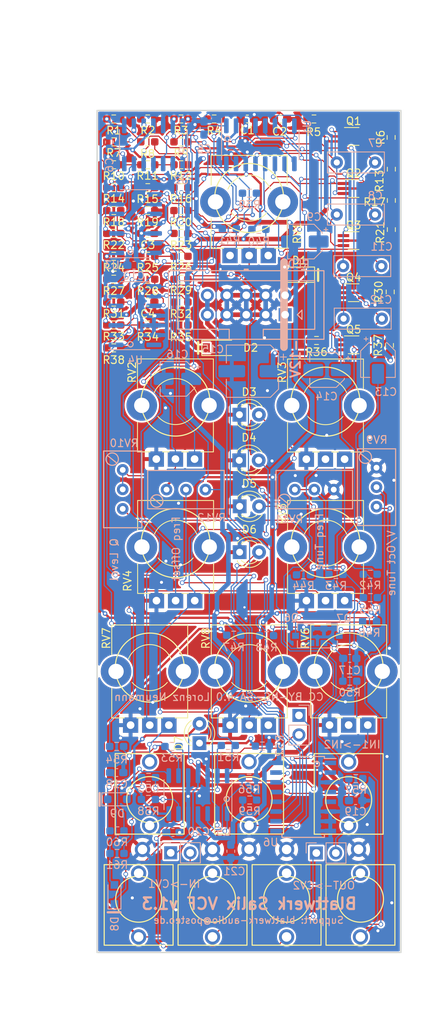
<source format=kicad_pcb>
(kicad_pcb (version 20221018) (generator pcbnew)
  (layers (0 "F.Cu" signal) (31 "B.Cu" signal) (34 "B.Paste" user) (35 "F.Paste" user) (36 "B.SilkS" user "B.Silkscreen") (37 "F.SilkS" user "F.Silkscreen") (38 "B.Mask" user) (39 "F.Mask" user) (44 "Edge.Cuts" user))
  (net 0 "")
  (net 1 "Bias1")
  (net 2 "GND")
  (net 3 "In_L")
  (net 4 "OUT24_R")
  (net 5 "OUT24_L")
  (net 6 "OUT18_R")
  (net 7 "OUT18_L")
  (net 8 "OUT12_R")
  (net 9 "OUT12_L")
  (net 10 "OUT6_R")
  (net 11 "OUT6_L")
  (net 12 "In_R")
  (net 13 "+12V")
  (net 14 "-12V")
  (net 15 "AUDIO1")
  (net 16 "AUDIO2")
  (net 17 "Net-(J3-Pad3)")
  (net 18 "CV1")
  (net 19 "CV2")
  (net 20 "Out")
  (net 21 "voct")
  (net 22 "Bias5")
  (net 23 "Bias4")
  (net 24 "Bias3")
  (net 25 "Bias2")
  (net 26 "CurrentSink")
  (net 27 "Net-(R1-Pad1)")
  (net 28 "Net-(R20-Pad2)")
  (net 29 "Net-(R10-Pad1)")
  (net 30 "Net-(R12-Pad1)")
  (net 31 "Net-(R14-Pad1)")
  (net 32 "Net-(R18-Pad1)")
  (net 33 "In")
  (net 34 "Qcomp")
  (net 35 "Net-(R29-Pad1)")
  (net 36 "Q")
  (net 37 "Net-(R41-Pad2)")
  (net 38 "Net-(R44-Pad2)")
  (net 39 "Net-(R50-Pad2)")
  (net 40 "Y1")
  (net 41 "Y0")
  (net 42 "Net-(R54-Pad2)")
  (net 43 "Net-(C14-Pad1)")
  (net 44 "Net-(J1-Pad3)")
  (net 45 "Net-(J6-Pad1)")
  (net 46 "Net-(J7-Pad3)")
  (net 47 "Net-(R9-Pad2)")
  (net 48 "Net-(R16-Pad2)")
  (net 49 "Net-(R26-Pad1)")
  (net 50 "Net-(R40-Pad2)")
  (net 51 "Net-(R43-Pad1)")
  (net 52 "Net-(R45-Pad2)")
  (net 53 "Net-(R48-Pad2)")
  (net 54 "Net-(C13-Pad1)")
  (net 55 "Net-(Q7-B)")
  (net 56 "Net-(D8-A)")
  (net 57 "Net-(D1-K)")
  (net 58 "Net-(D2-A)")
  (net 59 "Net-(D3-A)")
  (net 60 "Net-(D4-A)")
  (net 61 "Net-(D5-A)")
  (net 62 "Net-(D6-A)")
  (net 63 "Net-(D7-K)")
  (net 64 "Net-(D7-A)")
  (net 65 "Net-(D8-K)")
  (net 66 "Net-(D9-K)")
  (net 67 "Net-(D9-A)")
  (net 72 "Net-(Q6-B)")
  (net 73 "Net-(Q6-C)")
  (net 74 "Net-(Q7-C)")
  (net 75 "Net-(U2C--)")
  (net 76 "Net-(U2C-+)")
  (net 77 "Net-(U2D--)")
  (net 78 "Net-(U2B--)")
  (net 79 "Net-(U2A--)")
  (net 80 "Net-(U3B--)")
  (net 81 "Net-(U3C-+)")
  (net 82 "Net-(U3A--)")
  (net 83 "Net-(U3D--)")
  (net 84 "Net-(U3C--)")
  (net 85 "Net-(U4B-+)")
  (net 86 "Net-(U4C-+)")
  (net 87 "Net-(U4B--)")
  (net 88 "Net-(U4A-+)")
  (net 89 "Net-(U4C--)")
  (net 90 "Net-(U4A--)")
  (net 91 "Net-(U5D--)")
  (net 92 "Net-(U5C--)")
  (net 93 "Net-(U5A-+)")
  (net 94 "Net-(U6-X)")
  (net 95 "Net-(U5B--)")
  (net 96 "Net-(U1-Da)")
  (net 97 "Net-(U1-Db)")
  (footprint "Capacitor_SMD:C_0603_1608Metric_Pad1.08x0.95mm_HandSolder" (layer "F.Cu") (at 68.1725 47.117)
    (fp_text reference "C2")
    (fp_text value "100n")
  )
  (footprint "Capacitor_SMD:C_0603_1608Metric_Pad1.08x0.95mm_HandSolder" (layer "F.Cu") (at 50.8235 62.0395)
    (fp_text reference "C3")
    (fp_text value "100n")
  )
  (footprint "Capacitor_SMD:C_0603_1608Metric_Pad1.08x0.95mm_HandSolder" (layer "F.Cu") (at 63.83525 47.117 180)
    (fp_text reference "C1")
    (fp_text value "100n")
  )
  (footprint "Diode_SMD:D_SOD-123" (layer "F.Cu") (at 60.1355 76.962)
    (fp_text reference "D2")
    (fp_text value "D")
  )
  (footprint "Eigenes:Thonkicon" (layer "F.Cu") (at 64.06 135.85)
    (fp_text reference "J1" hide)
    (fp_text value "Audio-Jack-2_Switch")
  )
  (footprint "Eigenes:Thonkicon" (layer "F.Cu") (at 59.2836 148.844 180)
    (fp_text reference "J5" hide)
    (fp_text value "Audio-Jack-2_Switch")
  )
  (footprint "Package_TO_SOT_SMD:SOT-363_SC-70-6_Handsoldering" (layer "F.Cu") (at 77.72 49.39)
    (fp_text reference "Q1")
    (fp_text value "BCM847BS,135")
  )
  (footprint "Package_TO_SOT_SMD:SOT-363_SC-70-6_Handsoldering" (layer "F.Cu") (at 77.72 56.1825)
    (fp_text reference "Q2")
    (fp_text value "BCM847BS,135")
  )
  (footprint "Package_TO_SOT_SMD:SOT-363_SC-70-6_Handsoldering" (layer "F.Cu") (at 77.72 62.975)
    (fp_text reference "Q3")
    (fp_text value "BCM847BS,135")
  )
  (footprint "Package_TO_SOT_SMD:SOT-363_SC-70-6_Handsoldering" (layer "F.Cu") (at 77.72 69.7675)
    (fp_text reference "Q4")
    (fp_text value "BCM847BS,135")
  )
  (footprint "Package_TO_SOT_SMD:SOT-363_SC-70-6_Handsoldering" (layer "F.Cu") (at 77.72 76.56)
    (fp_text reference "Q5")
    (fp_text value "BCM847BS,135")
  )
  (footprint "Resistor_SMD:R_0603_1608Metric_Pad0.98x0.95mm_HandSolder" (layer "F.Cu") (at 50.8235 53.086 180)
    (fp_text reference "R11")
    (fp_text value "1k")
  )
  (footprint "Resistor_SMD:R_0603_1608Metric_Pad0.98x0.95mm_HandSolder" (layer "F.Cu") (at 55.16075 50.1015)
    (fp_text reference "R9")
    (fp_text value "100k")
  )
  (footprint "Resistor_SMD:R_0603_1608Metric_Pad0.98x0.95mm_HandSolder" (layer "F.Cu") (at 55.16075 53.086 180)
    (fp_text reference "R12")
    (fp_text value "10k")
  )
  (footprint "Resistor_SMD:R_0603_1608Metric_Pad0.98x0.95mm_HandSolder" (layer "F.Cu") (at 46.3785 53.086)
    (fp_text reference "R10")
    (fp_text value "10k")
  )
  (footprint "Resistor_SMD:R_0603_1608Metric_Pad0.98x0.95mm_HandSolder" (layer "F.Cu") (at 46.3785 59.055)
    (fp_text reference "R18")
    (fp_text value "10k")
  )
  (footprint "Resistor_SMD:R_0603_1608Metric_Pad0.98x0.95mm_HandSolder" (layer "F.Cu") (at 46.3785 56.0705)
    (fp_text reference "R14")
    (fp_text value "10k")
  )
  (footprint "Resistor_SMD:R_0603_1608Metric_Pad0.98x0.95mm_HandSolder" (layer "F.Cu") (at 50.8235 50.1015)
    (fp_text reference "R8")
    (fp_text value "4k7")
  )
  (footprint "Resistor_SMD:R_0603_1608Metric_Pad0.98x0.95mm_HandSolder" (layer "F.Cu") (at 46.3785 50.1015 180)
    (fp_text reference "R7")
    (fp_text value "4k7")
  )
  (footprint "Resistor_SMD:R_0603_1608Metric_Pad0.98x0.95mm_HandSolder" (layer "F.Cu") (at 46.3785 65.024 180)
    (fp_text reference "R24")
    (fp_text value "4k7")
  )
  (footprint "Resistor_SMD:R_0603_1608Metric_Pad0.98x0.95mm_HandSolder" (layer "F.Cu") (at 55.16075 68.0085 180)
    (fp_text reference "R29")
    (fp_text value "100k")
  )
  (footprint "Resistor_SMD:R_0603_1608Metric_Pad0.98x0.95mm_HandSolder" (layer "F.Cu") (at 55.16075 47.117 180)
    (fp_text reference "R3")
    (fp_text value "100k")
  )
  (footprint "Resistor_SMD:R_0603_1608Metric_Pad0.98x0.95mm_HandSolder" (layer "F.Cu") (at 46.3785 47.117)
    (fp_text reference "R1")
    (fp_text value "10k")
  )
  (footprint "Resistor_SMD:R_0603_1608Metric_Pad0.98x0.95mm_HandSolder" (layer "F.Cu") (at 50.8235 47.117 180)
    (fp_text reference "R2")
    (fp_text value "10k")
  )
  (footprint "Resistor_SMD:R_0603_1608Metric_Pad0.98x0.95mm_HandSolder" (layer "F.Cu") (at 59.498 47.117 180)
    (fp_text reference "R4")
    (fp_text value "10k")
  )
  (footprint "Resistor_SMD:R_0603_1608Metric_Pad0.98x0.95mm_HandSolder" (layer "F.Cu") (at 82.62 49.52 -90)
    (fp_text reference "R6")
    (fp_text value "220")
  )
  (footprint "Resistor_SMD:R_0603_1608Metric_Pad0.98x0.95mm_HandSolder" (layer "F.Cu") (at 82.65 53.6625 -90)
    (fp_text reference "R13")
    (fp_text value "220")
  )
  (footprint "Resistor_SMD:R_0603_1608Metric_Pad0.98x0.95mm_HandSolder" (layer "F.Cu") (at 82.65 57.7375 -90)
    (fp_text reference "R17")
    (fp_text value "220")
  )
  (footprint "Resistor_SMD:R_0603_1608Metric_Pad0.98x0.95mm_HandSolder" (layer "F.Cu") (at 82.65 61.5375 -90)
    (fp_text reference "R21")
    (fp_text value "220")
  )
  (footprint "Resistor_SMD:R_0603_1608Metric_Pad0.98x0.95mm_HandSolder" (layer "F.Cu") (at 82.5 69.6625 -90)
    (fp_text reference "R30")
    (fp_text value "220")
  )
  (footprint "Resistor_SMD:R_0603_1608Metric_Pad0.98x0.95mm_HandSolder" (layer "F.Cu") (at 72.8707 75.9968)
    (fp_text reference "R36")
    (fp_text value "470")
  )
  (footprint "Resistor_SMD:R_0603_1608Metric_Pad0.98x0.95mm_HandSolder" (layer "F.Cu") (at 82.4 76.6375 90)
    (fp_text reference "R37")
    (fp_text value "470")
  )
  (footprint "Resistor_SMD:R_0603_1608Metric_Pad0.98x0.95mm_HandSolder" (layer "F.Cu") (at 46.3785 68.0085)
    (fp_text reference "R27")
    (fp_text value "100k")
  )
  (footprint "Eigenes:Potentiometer_Alps_RK09K_Horizontal" (layer "F.Cu") (at 66.58 126.15 90)
    (fp_text reference "RV8")
    (fp_text value "A100k")
  )
  (footprint "Eigenes:Potentiometer_Alps_RK09K_Horizontal" (layer "F.Cu") (at 76.54 91.475 90)
    (fp_text reference "RV3")
    (fp_text value "B100k")
  )
  (footprint "Eigenes:Potentiometer_Alps_RK09K_Horizontal" (layer "F.Cu") (at 79.57 126.14 90)
    (fp_text reference "RV6")
    (fp_text value "B100k")
  )
  (footprint "Eigenes:Potentiometer_Alps_RK09K_Horizontal" (layer "F.Cu") (at 66.57 64.92 90)
    (fp_text reference "RV1")
    (fp_text value "B10k")
  )
  (footprint "Eigenes:Potentiometer_Alps_RK09K_Horizontal" (layer "F.Cu") (at 56.94 91.46 90)
    (fp_text reference "RV2")
    (fp_text value "B100k")
  )
  (footprint "Eigenes:Potentiometer_Alps_RK09K_Horizontal" (layer "F.Cu") (at 76.55 109.92 90)
    (fp_text reference "RV5")
    (fp_text value "B10k")
  )
  (footprint "Eigenes:Potentiometer_Alps_RK09K_Horizontal" (layer "F.Cu") (at 53.58 126.15 90)
    (fp_text reference "RV7")
    (fp_text value "A100k")
  )
  (footprint "Eigenes:Potentiometer_Alps_RK09K_Horizontal" (layer "F.Cu") (at 56.96 109.92 90)
    (fp_text reference "RV4")
    (fp_text value "B100k")
  )
  (footprint "Resistor_SMD:R_0603_1608Metric_Pad0.98x0.95mm_HandSolder" (layer "F.Cu") (at 50.8235 59.055 180)
    (fp_text reference "R19")
    (fp_text value "10k")
  )
  (footprint "Resistor_SMD:R_0603_1608Metric_Pad0.98x0.95mm_HandSolder" (layer "F.Cu") (at 55.16075 62.0395)
    (fp_text reference "R23")
    (fp_text value "18k")
  )
  (footprint "Resistor_SMD:R_0603_1608Metric_Pad0.98x0.95mm_HandSolder" (layer "F.Cu") (at 55.16075 65.024 180)
    (fp_text reference "R26")
    (fp_text value "100k")
  )
  (footprint "Resistor_SMD:R_0603_1608Metric_Pad0.98x0.95mm_HandSolder" (layer "F.Cu") (at 55.16075 59.055)
    (fp_text reference "R20")
    (fp_text value "56k")
  )
  (footprint "Resistor_SMD:R_0603_1608Metric_Pad0.98x0.95mm_HandSolder" (layer "F.Cu") (at 50.8235 65.024 180)
    (fp_text reference "R25")
    (fp_text value "100k")
  )
  (footprint "Resistor_SMD:R_0603_1608Metric_Pad0.98x0.95mm_HandSolder" (layer "F.Cu") (at 50.8235 56.0705 180)
    (fp_text reference "R15")
    (fp_text value "4k7")
  )
  (footprint "Resistor_SMD:R_0603_1608Metric_Pad0.98x0.95mm_HandSolder" (layer "F.Cu") (at 55.16075 73.9775)
    (fp_text reference "R35")
    (fp_text value "29k4")
  )
  (footprint "Resistor_SMD:R_0603_1608Metric_Pad0.98x0.95mm_HandSolder" (layer "F.Cu") (at 46.3785 73.9775)
    (fp_text reference "R33")
    (fp_text value "29k4")
  )
  (footprint "Resistor_SMD:R_0603_1608Metric_Pad0.98x0.95mm_HandSolder" (layer "F.Cu") (at 46.3785 76.962)
    (fp_text reference "R38")
    (fp_text value "7k15")
  )
  (footprint "Resistor_SMD:R_0603_1608Metric_Pad0.98x0.95mm_HandSolder" (layer "F.Cu") (at 50.8235 73.9775 180)
    (fp_text reference "R34")
    (fp_text value "10k")
  )
  (footprint "Resistor_SMD:R_0603_1608Metric_Pad0.98x0.95mm_HandSolder" (layer "F.Cu") (at 55.16075 70.993 180)
    (fp_text reference "R32")
    (fp_text value "4k7")
  )
  (footprint "Diode_SMD:D_SOD-123" (layer "F.Cu") (at 70.37 67.42 180)
    (fp_text reference "D1")
    (fp_text value "D")
  )
  (footprint "Capacitor_SMD:C_0603_1608Metric_Pad1.08x0.95mm_HandSolder" (layer "F.Cu") (at 50.8235 70.993)
    (fp_text reference "C4")
    (fp_text value "100n")
  )
  (footprint "Resistor_SMD:R_0603_1608Metric_Pad0.98x0.95mm_HandSolder" (layer "F.Cu") (at 50.8235 68.0085 180)
    (fp_text reference "R28")
    (fp_text value "10k")
  )
  (footprint "Resistor_SMD:R_0603_1608Metric_Pad0.98x0.95mm_HandSolder" (layer "F.Cu") (at 46.3785 70.993)
    (fp_text reference "R31")
    (fp_text value "100k")
  )
  (footprint "Resistor_SMD:R_0603_1608Metric_Pad0.98x0.95mm_HandSolder" (layer "F.Cu") (at 72.5405 47.117)
    (fp_text reference "R5")
    (fp_text value "220")
  )
  (footprint "Resistor_SMD:R_0603_1608Metric_Pad0.98x0.95mm_HandSolder" (layer "F.Cu") (at 55.16075 56.0705)
    (fp_text reference "R16")
    (fp_text value "100k")
  )
  (footprint "Resistor_SMD:R_0603_1608Metric_Pad0.98x0.95mm_HandSolder" (layer "F.Cu") (at 46.3785 62.0395 180)
    (fp_text reference "R22")
    (fp_text value "1k")
  )
  (footprint "LED_THT:LED_D3.0mm" (layer "F.Cu") (at 57.58 128.5 90)
    (fp_text reference "D7")
    (fp_text value "LED")
  )
  (footprint "LED_THT:LED_D3.0mm" (layer "F.Cu") (at 62.825 103.6)
    (fp_text reference "D6")
    (fp_text value "LED")
  )
  (footprint "LED_THT:LED_D3.0mm" (layer "F.Cu") (at 62.825 97.625)
    (fp_text reference "D5")
    (fp_text value "LED")
  )
  (footprint "LED_THT:LED_D3.0mm" (layer "F.Cu") (at 62.775 91.625)
    (fp_text reference "D4")
    (fp_text value "LED")
  )
  (footprint "LED_THT:LED_D3.0mm" (layer "F.Cu") (at 62.8 85.675)
    (fp_text reference "D3")
    (fp_text value "LED")
  )
  (footprint "Eigenes:Thonkicon" (layer "F.Cu") (at 68.961 148.844 180)
    (fp_text reference "J6" hide)
    (fp_text value "Audio-Jack-2_Switch")
  )
  (footprint "Eigenes:Thonkicon_odd" (layer "F.Cu") (at 49.6316 148.844 180)
    (fp_text reference "J4" hide)
    (fp_text value "Audio-Jack-2_Switch")
  )
  (footprint "Eigenes:Thonkicon_odd2" (layer "F.Cu") (at 78.613 148.844 180)
    (fp_text reference "J7" hide)
    (fp_text value "Audio-Jack-2_Switch")
  )
  (footprint "Eigenes:Thonkicon_noGND" (layer "F.Cu") (at 51.07 135.86)
    (fp_text reference "J2" hide)
    (fp_text value "Audio-Jack-2_Switch")
  )
  (footprint "Eigenes:Thonkicon_noGND" (layer "F.Cu") (at 77.075 135.87)
    (fp_text reference "J3" hide)
    (fp_text value "Audio-Jack-2_Switch")
  )
  (footprint "Capacitor_SMD:C_0603_1608Metric_Pad1.08x0.95mm_HandSolder" (layer "B.Cu") (at 77.9769 135.9916)
    (fp_text reference "C19")
    (fp_text value "100n")
  )
  (footprint "Capacitor_SMD:C_0603_1608Metric_Pad1.08x0.95mm_HandSolder" (layer "B.Cu") (at 49.0231 66.1924 180)
    (fp_text reference "C10")
    (fp_text value "100n")
  )
  (footprint "Capacitor_SMD:C_0603_1608Metric_Pad1.08x0.95mm_HandSolder" (layer "B.Cu") (at 61.6712 142.5967 -90)
    (fp_text reference "C21")
    (fp_text value "100n")
  )
  (footprint "Capacitor_SMD:CP_Elec_4x5.7" (layer "B.Cu") (at 74.25 79.85 180)
    (fp_text reference "C14")
    (fp_text value "10u")
  )
  (footprint "Capacitor_THT:C_Rect_L7.2mm_W2.5mm_P5.00mm_FKS2_FKP2_MKS2_MKP2" (layer "B.Cu") (at 80.518 52.78625 180)
    (fp_text reference "C7")
    (fp_text value "47n")
  )
  (footprint "Capacitor_THT:C_Rect_L7.2mm_W2.5mm_P5.00mm_FKS2_FKP2_MKS2_MKP2" (layer "B.Cu") (at 80.518 59.57875 180)
    (fp_text reference "C8")
    (fp_text value "47n")
  )
  (footprint "Capacitor_THT:C_Rect_L7.2mm_W2.5mm_P5.00mm_FKS2_FKP2_MKS2_MKP2" (layer "B.Cu") (at 81.35 66.3 180)
    (fp_text reference "C11")
    (fp_text value "47n")
  )
  (footprint "Capacitor_THT:C_Rect_L7.2mm_W2.5mm_P5.00mm_FKS2_FKP2_MKS2_MKP2" (layer "B.Cu") (at 81.407 73.152 180)
    (fp_text reference "C12")
    (fp_text value "47n")
  )
  (footprint "Capacitor_SMD:CP_Elec_4x5.7" (layer "B.Cu") (at 80.9 78.55 -90)
    (fp_text reference "C13")
    (fp_text value "10u")
  )
  (footprint "Capacitor_SMD:CP_Elec_4x5.7" (layer "B.Cu") (at 54.7 81 180)
    (fp_text reference "C16")
    (fp_text value "22u")
  )
  (footprint "Capacitor_SMD:CP_Elec_4x5.7" (layer "B.Cu") (at 71.35 63.1 180)
    (fp_text reference "C9")
    (fp_text value "22u")
  )
  (footprint "Capacitor_SMD:C_0603_1608Metric_Pad1.08x0.95mm_HandSolder" (layer "B.Cu") (at 45.80636 50.13054 -90)
    (fp_text reference "C6")
    (fp_text value "100n")
  )
  (footprint "Capacitor_SMD:C_0603_1608Metric_Pad1.08x0.95mm_HandSolder" (layer "B.Cu") (at 46.7675 132.34)
    (fp_text reference "C18")
    (fp_text value "100n")
  )
  (footprint "Diode_SMD:D_SOD-323_HandSoldering" (layer "B.Cu") (at 46.47 148.23 90)
    (fp_text reference "D8")
    (fp_text value "1N4148")
  )
  (footprint "Connector_PinHeader_2.54mm:PinHeader_1x02_P2.54mm_Vertical" (layer "B.Cu") (at 53.8226 142.7988 -90)
    (fp_text reference "JP2" hide)
    (fp_text value "Jumper")
  )
  (footprint "Connector_PinHeader_2.54mm:PinHeader_1x02_P2.54mm_Vertical" (layer "B.Cu") (at 72.8472 142.8242 -90)
    (fp_text reference "JP3" hide)
    (fp_text value "Jumper")
  )
  (footprint "Package_TO_SOT_SMD:SOT-23" (layer "B.Cu") (at 74.8422 114.5032)
    (fp_text reference "Q7")
    (fp_text value "MMBT3906")
  )
  (footprint "Package_TO_SOT_SMD:SOT-23" (layer "B.Cu") (at 71.136 114.493 180)
    (fp_text reference "Q6")
    (fp_text value "MMBT3904")
  )
  (footprint "Resistor_SMD:R_0603_1608Metric_Pad0.98x0.95mm_HandSolder" (layer "B.Cu") (at 71.1689 106.553 180)
    (fp_text reference "R44")
    (fp_text value "56k")
  )
  (footprint "Resistor_SMD:R_0603_1608Metric_Pad0.98x0.95mm_HandSolder" (layer "B.Cu") (at 79.8049 112.649 180)
    (fp_text reference "R46")
    (fp_text value "470")
  )
  (footprint "Resistor_SMD:R_0603_1608Metric_Pad0.98x0.95mm_HandSolder" (layer "B.Cu") (at 79.8849 106.4768 180)
    (fp_text reference "R42")
    (fp_text value "1k")
  )
  (footprint "Resistor_SMD:R_0603_1608Metric_Pad0.98x0.95mm_HandSolder" (layer "B.Cu") (at 65.3375 61.51)
    (fp_text reference "R40")
    (fp_text value "10k")
  )
  (footprint "Resistor_SMD:R_0603_1608Metric_Pad0.98x0.95mm_HandSolder" (layer "B.Cu") (at 62.0541 114.427)
    (fp_text reference "R47")
    (fp_text value "220")
  )
  (footprint "Resistor_SMD:R_0603_1608Metric_Pad0.98x0.95mm_HandSolder" (layer "B.Cu") (at 64.1369 135.9154)
    (fp_text reference "R59")
    (fp_text value "27k")
  )
  (footprint "Resistor_SMD:R_0603_1608Metric_Pad0.98x0.95mm_HandSolder" (layer "B.Cu") (at 64.0607 133.0706)
    (fp_text reference "R56")
    (fp_text value "10k")
  )
  (footprint "Resistor_SMD:R_0603_1608Metric_Pad0.98x0.95mm_HandSolder" (layer "B.Cu") (at 46.8025 142.88 180)
    (fp_text reference "R61")
    (fp_text value "100k")
  )
  (footprint "Resistor_SMD:R_0603_1608Metric_Pad0.98x0.95mm_HandSolder" (layer "B.Cu") (at 50.9035 135.8392)
    (fp_text reference "R58")
    (fp_text value "56k")
  )
  (footprint "Resistor_SMD:R_0603_1608Metric_Pad0.98x0.95mm_HandSolder" (layer "B.Cu") (at 65.7879 128.8796)
    (fp_text reference "R52")
    (fp_text value "1k")
  )
  (footprint "Resistor_SMD:R_0603_1608Metric_Pad0.98x0.95mm_HandSolder" (layer "B.Cu") (at 78.0015 133.1214 180)
    (fp_text reference "R57")
    (fp_text value "2k2")
  )
  (footprint "Eigenes:Trim_pot" (layer "B.Cu") (at 55.8165 95.4405)
    (fp_text reference "RV12")
    (fp_text value "100k")
  )
  (footprint "Eigenes:Trim_pot" (layer "B.Cu") (at 72.5805 95.4405)
    (fp_text reference "RV11")
    (fp_text value "1k")
  )
  (footprint "Eigenes:Trim_pot" (layer "B.Cu") (at 47.55 95.41 90)
    (fp_text reference "RV10")
    (fp_text value "10k")
  )
  (footprint "Eigenes:Trim_pot" (layer "B.Cu") (at 80.7085 95.123 -90)
    (fp_text reference "RV9")
    (fp_text value "100k")
  )
  (footprint "Package_SO:SOIC-14_3.9x8.7mm_P1.27mm" (layer "B.Cu") (at 49.225 60.7695)
    (fp_text reference "U3")
    (fp_text value "TL074")
  )
  (footprint "Package_SO:SOIC-14_3.9x8.7mm_P1.27mm" (layer "B.Cu") (at 51.562 50.484 90)
    (fp_text reference "U2")
    (fp_text value "TL074")
  )
  (footprint "Package_SO:SOIC-14_3.9x8.7mm_P1.27mm" (layer "B.Cu") (at 49.1475 72.76)
    (fp_text reference "U4")
    (fp_text value "LM324")
  )
  (footprint "Package_SO:SOIC-16_3.9x9.9mm_P1.27mm" (layer "B.Cu") (at 65.532 50.484 -90)
    (fp_text reference "U1")
    (fp_text value "DG409")
  )
  (footprint "Connector_PinHeader_2.54mm:PinHeader_1x02_P2.54mm_Vertical" (layer "B.Cu") (at 70.57644 124.8791 180)
    (fp_text reference "JP1" hide)
    (fp_text value "Jumper")
  )
  (footprint "Resistor_SMD:R_0603_1608Metric_Pad0.98x0.95mm_HandSolder" (layer "B.Cu") (at 75.4145 106.5022)
    (fp_text reference "R43")
    (fp_text value "2k7")
  )
  (footprint "Eigenes:Multicomp_MC9A12-1034_2x05x2.54mm_Straight" (layer "B.Cu") (at 68.7705 72.64 180)
    (fp_text reference "J8" hide)
    (fp_text value "Conn_02x05_Odd_Even")
  )
  (footprint "Resistor_SMD:R_0603_1608Metric_Pad0.98x0.95mm_HandSolder" (layer "B.Cu") (at 77.2179 120.4214)
    (fp_text reference "R50")
    (fp_text value "56k")
  )
  (footprint "Resistor_SMD:R_0603_1608Metric_Pad0.98x0.95mm_HandSolder" (layer "B.Cu") (at 79.9103 109.5248)
    (fp_text reference "R45")
    (fp_text value "56k")
  )
  (footprint "Resistor_SMD:R_0603_1608Metric_Pad0.98x0.95mm_HandSolder" (layer "B.Cu") (at 66.3467 114.4778 180)
    (fp_text reference "R48")
    (fp_text value "100k")
  )
  (footprint "Capacitor_SMD:CP_Elec_6.3x7.7" (layer "B.Cu") (at 64.5 80 180)
    (fp_text reference "C15")
    (fp_text value "220u")
  )
  (footprint "Resistor_SMD:R_0603_1608Metric_Pad0.98x0.95mm_HandSolder" (layer "B.Cu") (at 46.7595 128.9304 180)
    (fp_text reference "R54")
    (fp_text value "56k")
  )
  (footprint "Resistor_SMD:R_0603_1608Metric_Pad0.98x0.95mm_HandSolder" (layer "B.Cu") (at 53.9769 128.9304)
    (fp_text reference "R53")
    (fp_text value "56k")
  )
  (footprint "Resistor_SMD:R_0603_1608Metric_Pad0.98x0.95mm_HandSolder" (layer "B.Cu") (at 46.8025 139.9336)
    (fp_text reference "R60")
    (fp_text value "56k")
  )
  (footprint "Resistor_SMD:R_0603_1608Metric_Pad0.98x0.95mm_HandSolder" (layer "B.Cu") (at 61.3429 128.8034 180)
    (fp_text reference "R51")
    (fp_text value "56k")
  )
  (footprint "Package_SO:SOIC-14_3.9x8.7mm_P1.27mm" (layer "B.Cu") (at 57.3786 135.2184 90)
    (fp_text reference "U5")
    (fp_text value "TL074")
  )
  (footprint "Resistor_SMD:R_0603_1608Metric_Pad0.98x0.95mm_HandSolder" (layer "B.Cu") (at 50.927 132.969 180)
    (fp_text reference "R55")
    (fp_text value "56k")
  )
  (footprint "Package_SO:SOIC-16W_5.3x10.2mm_P1.27mm" (layer "B.Cu") (at 71.126 135.509 180)
    (fp_text reference "U6")
    (fp_text value "CD4052B")
  )
  (footprint "Resistor_SMD:R_0603_1608Metric_Pad0.98x0.95mm_HandSolder" (layer "B.Cu") (at 64.1077 56.7944 180)
    (fp_text reference "R39")
    (fp_text value "10k")
  )
  (footprint "Capacitor_SMD:C_0603_1608Metric_Pad1.08x0.95mm_HandSolder" (layer "B.Cu") (at 58.166 48.2865 90)
    (fp_text reference "C5")
    (fp_text value "100n")
  )
  (footprint "Resistor_SMD:R_0603_1608Metric_Pad0.98x0.95mm_HandSolder" (layer "B.Cu") (at 61.4825 61.43)
    (fp_text reference "R41")
    (fp_text value "10k")
  )
  (footprint "Capacitor_SMD:C_0603_1608Metric_Pad1.08x0.95mm_HandSolder" (layer "B.Cu") (at 54.1136 140.1445 180)
    (fp_text reference "C20")
    (fp_text value "100n")
  )
  (footprint "Diode_SMD:D_SOD-323_HandSoldering" (layer "B.Cu") (at 46.84 135.82)
    (fp_text reference "D9")
    (fp_text value "1N4148")
  )
  (footprint "Capacitor_SMD:C_0603_1608Metric_Pad1.08x0.95mm_HandSolder" (layer "B.Cu") (at 77.21 117.45 180)
    (fp_text reference "C17")
    (fp_text value "100P")
  )
  (gr_circle (center 55.245 51.1556) (end 55.4736 51.4096) (stroke (width 0.15)) (fill none) (layer "B.SilkS"))
  (gr_circle (center 48.5648 64.4652) (end 48.7934 64.7192) (stroke (width 0.15)) (fill none) (layer "B.SilkS"))
  (gr_circle (center 48.5648 76.493278) (end 48.7934 76.747278) (stroke (width 0.15)) (fill none) (layer "B.SilkS"))
  (gr_circle (center 61.1378 135.7884) (end 61.3664 136.0424) (stroke (width 0.15)) (fill none) (layer "B.SilkS"))
  (gr_circle (center 72.92086 131.21386) (end 73.14946 131.46786) (stroke (width 0.15)) (fill none) (layer "B.SilkS"))
  (gr_line (start 45.59814 150.5551) (end 47.24914 150.5551) (stroke (width 0.3)) (layer "B.SilkS"))
  (gr_line (start 78.613 90.7288) (end 79.8068 91.694) (stroke (width 0.15)) (layer "B.SilkS"))
  (gr_line (start 68.0212 96.3676) (end 69.215 97.3328) (stroke (width 0.15)) (layer "B.SilkS"))
  (gr_circle (center 68.6562 96.8502) (end 69.2404 97.409) (stroke (width 0.15)) (fill none) (layer "B.SilkS"))
  (gr_circle (center 79.248 91.2114) (end 79.8322 91.7702) (stroke (width 0.15)) (fill none) (layer "B.SilkS"))
  (gr_line (start 51.3588 96.4438) (end 52.5526 97.409) (stroke (width 0.15)) (layer "B.SilkS"))
  (gr_circle (center 51.9938 96.9264) (end 52.578 97.4852) (stroke (width 0.15)) (fill none) (layer "B.SilkS"))
  (gr_circle (center 61.2394 49.7078) (end 61.468 49.9618) (stroke (width 0.15)) (fill none) (layer "B.SilkS"))
  (gr_line (start 44.54 136.6655) (end 44.54 135.0145) (stroke (width 0.3)) (layer "B.SilkS"))
  (gr_line (start 45.5422 90.9828) (end 46.736 91.948) (stroke (width 0.15)) (layer "B.SilkS"))
  (gr_circle (center 46.1772 91.4654) (end 46.7614 92.0242) (stroke (width 0.15)) (fill none) (layer "B.SilkS"))
  (gr_line (start 68.6308 65.78) (end 68.62 76.86) (stroke (width 1)) (layer "B.SilkS"))
  (gr_line (start 57.404 76.2) (end 57.404 77.724) (stroke (width 0.3)) (layer "F.SilkS"))
  (gr_line (start 73.08 66.698) (end 73.08 68.222) (stroke (width 0.3)) (layer "F.SilkS"))
  (gr_line (start 44.2 155.8) (end 44.2 46) (stroke (width 0.15)) (layer "Edge.Cuts"))
  (gr_line (start 83.9 155.8) (end 44.2 155.8) (stroke (width 0.15)) (layer "Edge.Cuts"))
  (gr_line (start 83.9 46) (end 83.9 155.8) (stroke (width 0.15)) (layer "Edge.Cuts"))
  (gr_line (start 44.2 46) (end 83.9 46) (stroke (width 0.15)) (layer "Edge.Cuts"))
  (gr_text "IN->CV1" (at 54.27472 146.85264) (layer "B.SilkS") (effects (font (size 1 1)) (justify mirror)))
  (gr_text "CC BY-NC-SA 4.0 Lorenz Neumann" (at 60.1218 122.4788) (layer "B.SilkS") (effects (font (size 1 1)) (justify mirror)))
  (gr_text "OUT->CV2" (at 73.82764 147.06092) (layer "B.SilkS") (effects (font (size 1 1)) (justify mirror)))
  (gr_text "IN1->IN2" (at 77.5208 128.6764) (layer "B.SilkS") (effects (font (size 1 1)) (justify mirror)))
  (gr_text "Blattwerk Salix VCF v1.3\n" (at 64.07 149.44) (layer "B.SilkS") (effects (font (size 1.5 1.5) (thickness 0.3) bold) (justify mirror)))
  (gr_text "V/Oct Tune" (at 82.6516 105.0544 90) (layer "B.SilkS") (effects (font (size 1 1)) (justify mirror)))
  (gr_text "Freq Tune" (at 73.2536 102.235 90) (layer "B.SilkS") (effects (font (size 1 1)) (justify mirror)))
  (gr_text "Freq Offset" (at 54.5338 103.1494 90) (layer "B.SilkS") (effects (font (size 1 1)) (justify mirror)))
  (gr_text " RED" (at 70.92 66.06) (layer "B.SilkS") (effects (font (size 1 1)) (justify mirror)))
  (gr_text "-12V" (at 70.1294 78.359 90) (layer "B.SilkS") (effects (font (size 1.25 1.25) (thickness 0.25)) (justify mirror)))
  (gr_text "Support: blattwerk-audio@posteo.de" (at 63.99 151.58) (layer "B.SilkS") (effects (font (size 0.9 0.9)) (justify mirror)))
  (gr_text "Q Level\n" (at 46.4312 104.5972 90) (layer "B.SilkS") (effects (font (size 1 1)) (justify mirror)))
  (segment (start 79.880542 78.22946) (end 82.385002 75.725) (width 0.6) (layer "F.Cu") (net 1))
  (segment (start 82.5 68.75) (end 83.150012 68.099988) (width 0.6) (layer "F.Cu") (net 1))
  (segment (start 73.7832 76.5721) (end 73.7832 75.9968) (width 0.15) (layer "F.Cu") (net 1))
  (segment (start 82.4 75.725) (end 82.4 75.6388) (width 0.6) (layer "F.Cu") (net 1))
  (segment (start 82.4 75.725) (end 83.34248 74.78252) (width 0.3) (layer "F.Cu") (net 1))
  (segment (start 83.34248 69.59248) (end 82.5 68.75) (width 0.3) (layer "F.Cu") (net 1))
  (segment (start 83.34248 74.78252) (end 83.34248 69.59248) (width 0.3) (layer "F.Cu") (net 1))
  (segment (start 73.7832 75.9968) (end 73.7832 76.63052) (width 0.15) (layer "F.Cu") (net 1))
  (segment (start 73.40854 78.22946) (end 79.880542 78.22946) (width 0.6) (layer "F.Cu") (net 1))
  (segment (start 67.437 77.61732) (end 72.7964 77.61732) (width 0.6) (layer "F.Cu") (net 1))
  (segment (start 81.925 75.725) (end 82.4 75.725) (width 0.15) (layer "F.Cu") (net 1))
  (segment (start 72.7964 77.61732) (end 73.40854 78.22946) (width 0.6) (layer "F.Cu") (net 1))
  (segment (start 83.150012 62.950012) (end 82.65 62.45) (width 0.6) (layer "F.Cu") (net 1))
  (segment (start 83.150012 68.099988) (end 83.150012 62.950012) (width 0.6) (layer "F.Cu") (net 1))
  (segment (start 82.385002 75.725) (end 82.4 75.725) (width 0.6) (layer "F.Cu") (net 1))
  (segment (start 82.3646 75.725) (end 82.4 75.725) (width 0.6) (layer "F.Cu") (net 1))
  (segment (start 73.7832 76.63052) (end 72.7964 77.61732) (width 0.15) (layer "F.Cu") (net 1))
  (via (at 67.437 77.61732) (size 0.6) (drill 0.4) (layers "F.Cu" "B.Cu") (net 1))
  (segment (start 67.2 77.85432) (end 67.437 77.61732) (width 0.6) (layer "B.Cu") (net 1))
  (segment (start 67.2 80) (end 67.2 77.85432) (width 0.6) (layer "B.Cu") (net 1))
  (segment (start 67.2 80) (end 67.2 79.9549) (width 0.6) (layer "B.Cu") (net 1))
  (segment (start 71.628 69.342) (end 71.628 69.85) (width 0.15) (layer "F.Cu") (net 2))
  (segment (start 61.1505 70.1) (end 63.6905 70.1) (width 0.6) (layer "F.Cu") (net 2))
  (segment (start 49.999698 62.013998) (end 51.043688 60.970008) (width 0.3) (layer "F.Cu") (net 2))
  (segment (start 79.188999 72.076999) (end 79.502 72.39) (width 0.15) (layer "F.Cu") (net 2))
  (segment (start 66.63761 46.36699) (end 65.8876 47.117) (width 0.15) (layer "F.Cu") (net 2))
  (segment (start 51.41722 69.85762) (end 50.11166 69.85762) (width 0.3) (layer "F.Cu") (net 2))
  (segment (start 71.4883 48.2981) (end 71.8566 48.2981) (width 0.15) (layer "F.Cu") (net 2))
  (segment (start 68.28499 46.36699) (end 66.63761 46.36699) (width 0.15) (layer "F.Cu") (net 2))
  (segment (start 55.11292 74.335536) (end 55.717544 74.94016) (width 0.3) (layer "F.Cu") (net 2))
  (segment (start 57.1754 72.299098) (end 58.174497 71.300001) (width 0.3) (layer "F.Cu") (net 2))
  (segment (start 45.32353 57.59958) (end 44.99053 57.26658) (width 0.3) (layer "F.Cu") (net 2))
  (segment (start 64.69775 48.832242) (end 63.550214 49.979778) (width 0.15) (layer "F.Cu") (net 2))
  (segment (start 63.540832 51.716211) (end 61.73724 51.716211) (width 0.15) (layer "F.Cu") (net 2))
  (segment (start 50.211684 63.630504) (end 50.211684 63.583346) (width 0.15) (layer "F.Cu") (net 2))
  (segment (start 56.23052 69.4944) (end 58.176119 71.439999) (width 0.3) (layer "F.Cu") (net 2))
  (segment (start 63.6905 72.64) (end 61.1505 72.64) (width 0.6) (layer "F.Cu") (net 2))
  (segment (start 53.42128 66.33718) (end 52.71516 66.33718) (width 0.3) (layer "F.Cu") (net 2))
  (segment (start 69.4817 114.347882) (end 70.690656 115.556838) (width 0.15) (layer "F.Cu") (net 2))
  (segment (start 52.57351 67.527644) (end 52.57351 69.25369) (width 0.3) (layer "F.Cu") (net 2))
  (segment (start 51.736 60.277696) (end 51.043688 60.970008) (width 0.15) (layer "F.Cu") (net 2))
  (segment (start 49.974196 62.0395) (end 49.999698 62.013998) (width 0.15) (layer "F.Cu") (net 2))
  (segment (start 56.444196 74.92492) (end 56.8706 74.92492) (width 0.3) (layer "F.Cu") (net 2))
  (segment (start 48.934069 62.0395) (end 48.293759 61.39919) (width 0.15) (layer "F.Cu") (net 2))
  (segment (start 46.27372 67.00012) (end 46.30351 66.97033) (width 0.3) (layer "F.Cu") (net 2))
  (segment (start 51.7525 72.77354) (end 54.362656 72.77354) (width 0.3) (layer "F.Cu") (net 2))
  (segment (start 73.854999 72.076999) (end 79.188999 72.076999) (width 0.15) (layer "F.Cu") (net 2))
  (segment (start 64.73698 46.5328) (end 64.73698 47.07777) (width 0.15) (layer "F.Cu") (net 2))
  (segment (start 52.71516 66.33718) (end 52.44846 66.60388) (width 0.3) (layer "F.Cu") (net 2))
  (segment (start 46.4058 51.26482) (end 45.63872 52.0319) (width 0.15) (layer "F.Cu") (net 2))
  (segment (start 52.81422 69.4944) (end 56.23052 69.4944) (width 0.3) (layer "F.Cu") (net 2))
  (segment (start 46.30351 61.558644) (end 45.882666 61.1378) (width 0.3) (layer "F.Cu") (net 2))
  (segment (start 54.362656 72.77354) (end 55.11292 73.523804) (width 0.3) (layer "F.Cu") (net 2))
  (segment (start 65.8622 47.117) (end 64.69775 47.117) (width 0.15) (layer "F.Cu") (net 2))
  (segment (start 48.908567 62.013998) (end 48.293759 61.39919) (width 0.3) (layer "F.Cu") (net 2))
  (segment (start 51.736 47.117) (end 50.98599 46.36699) (width 0.15) (layer "F.Cu") (net 2))
  (segment (start 52.44846 66.60388) (end 52.44846 67.402594) (width 0.3) (layer "F.Cu") (net 2))
  (segment (start 64.69775 47.117) (end 64.69775 48.832242) (width 0.15) (layer "F.Cu") (net 2))
  (segment (start 46.41342 59.57062) (end 46.41342 58.684054) (width 0.3) (layer "F.Cu") (net 2))
  (segment (start 45.882666 60.101374) (end 46.41342 59.57062) (width 0.3) (layer "F.Cu") (net 2))
  (segment (start 69.035 47.117) (end 68.28499 46.36699) (width 0.15) (layer "F.Cu") (net 2))
  (segment (start 49.961 62.0395) (end 49.974196 62.0395) (width 0.15) (layer "F.Cu") (net 2))
  (segment (start 58.174497 71.300001) (end 59.950499 71.300001) (width 0.3) (layer "F.Cu") (net 2))
  (segment (start 65.8876 47.117) (end 65.8622 47.117) (width 0.15) (layer "F.Cu") (net 2))
  (segment (start 52.99202 66.33718) (end 52.99202 66.40068) (width 0.3) (layer "F.Cu") (net 2))
  (segment (start 52.57351 69.25369) (end 52.81422 69.4944) (width 0.3) (layer "F.Cu") (net 2))
  (segment (start 70.3072 47.117) (end 71.4883 48.2981) (width 0.15) (layer "F.Cu") (net 2))
  (segment (start 52.705 47.117) (end 51.736 47.117) (width 0.15) (layer "F.Cu") (net 2))
  (segment (start 71.628 69.85) (end 73.854999 72.076999) (width 0.15) (layer "F.Cu") (net 2))
  (segment (start 50.49012 63.90894) (end 50.211684 63.630504) (width 0.15) (layer "F.Cu") (net 2))
  (segment (start 58.176119 71.439999) (end 59.810501 71.439999) (width 0.3) (layer "F.Cu") (net 2))
  (segment (start 46.4058 48.8442) (end 46.4058 51.26482) (width 0.15) (layer "F.Cu") (net 2))
  (segment (start 49.961 62.0395) (end 48.934069 62.0395) (width 0.15) (layer "F.Cu") (net 2))
  (segment (start 69.035 47.117) (end 70.3072 47.117) (width 0.15) (layer "F.Cu") (net 2))
  (segment (start 52.99202 66.33718) (end 53.42128 66.33718) (width 0.3) (layer "F.Cu") (net 2))
  (segment (start 60.32596 66.69) (end 59.97314 66.33718) (width 0.3) (layer "F.Cu") (net 2))
  (segment (start 46.482 46.7137) (end 46.482 48.768) (width 0.15) (layer "F.Cu") (net 2))
  (segment (start 49.999698 62.013998) (end 48.908567 62.013998) (width 0.3) (layer "F.Cu") (net 2))
  (segment (start 63.828997 51.428046) (end 63.540832 51.716211) (width 0.15) (layer "F.Cu") (net 2))
  (segment (start 51.736 59.055) (end 51.48834 59.055) (width 0.15) (layer "F.Cu") (net 2))
  (segment (start 63.6905 70.1) (end 66.2305 70.1) (width 0.6) (layer "F.Cu") (net 2))
  (segment (start 51.736 59.055) (end 51.736 60.277696) (width 0.15) (layer "F.Cu") (net 2))
  (segment (start 55.201924 140.1445) (end 54.9761 140.1445) (width 0.15) (layer "F.Cu") (net 2))
  (segment (start 59.950499 71.300001) (end 61.1505 70.1) (width 0.3) (layer "F.Cu") (net 2))
  (segment (start 59.810501 71.439999) (end 61.1505 70.1) (width 0.3) (layer "F.Cu") (net 2))
  (segment (start 47.291 68.0085) (end 47.291 66.7804) (width 0.3) (layer "F.Cu") (net 2))
  (segment (start 47.73422 66.33718) (end 52.99202 66.33718) (width 0.3) (layer "F.Cu") (net 2))
  (segment (start 70.690656 115.556838) (end 71.11492 115.556838) (width 0.15) (layer "F.Cu") (net 2))
  (segment (start 51.686 70.993) (end 51.686 70.1264) (width 0.3) (layer "F.Cu") (net 2))
  (segment (start 46.30351 66.97033) (end 46.30351 61.558644) (width 0.3) (layer "F.Cu") (net 2))
  (segment (start 55.11292 73.523804) (end 55.11292 74.335536) (width 0.3) (layer "F.Cu") (net 2))
  (segment (start 59.97314 66.33718) (end 53.42128 66.33718) (width 0.3) (layer "F.Cu") (net 2))
  (segment (start 66.2305 72.64) (end 63.6905 72.64) (width 0.6) (layer "F.Cu") (net 2))
  (segment (start 56.8706 74.92492) (end 57.1754 74.62012) (width 0.3) (layer "F.Cu") (net 2))
  (segment (start 50.98599 46.36699) (end 46.82871 46.36699) (width 0.15) (layer "F.Cu") (net 2))
  (segment (start 47.291 66.341) (end 47.291 68.0085) (width 0.15) (layer "F.Cu") (net 2))
  (segment (start 51.686 70.1264) (end 51.41722 69.85762) (width 0.3) (layer "F.Cu") (net 2))
  (segment (start 82.5 70.575) (end 81.317 70.575) (width 0.6) (layer "F.Cu") (net 2))
  (segment (start 46.82871 46.36699) (end 46.482 46.7137) (width 0.15) (layer "F.Cu") (net 2))
  (segment (start 53.086 46.736) (end 52.705 47.117) (width 0.15) (layer "F.Cu") (net 2))
  (segment (start 55.717544 74.94016) (end 56.428956 74.94016) (width 0.3) (layer "F.Cu") (net 2))
  (segment (start 46.482 48.768) (end 46.4058 48.8442) (width 0.15) (layer "F.Cu") (net 2))
  (segment (start 57.1754 74.62012) (end 57.1754 72.299098) (width 0.3) (layer "F.Cu") (net 2))
  (segment (start 45.328946 57.59958) (end 45.32353 57.59958) (width 0.3) (layer "F.Cu") (net 2))
  (segment (start 52.44846 67.402594) (end 52.57351 67.527644) (width 0.3) (layer "F.Cu") (net 2))
  (segment (start 64.73698 47.07777) (end 64.69775 47.117) (width 0.15) (layer "F.Cu") (net 2))
  (segment (start 46.41342 58.684054) (end 45.328946 57.59958) (width 0.3) (layer "F.Cu") (net 2))
  (segment (start 81.317 70.575) (end 80.518 71.374) (width 0.6) (layer "F.Cu") (net 2))
  (segment (start 69.4817 114.0079) (end 69.4817 114.347882) (width 0.15) (layer "F.Cu") (net 2))
  (segment (start 45.882666 61.1378) (end 45.882666 60.101374) (width 0.3) (layer "F.Cu") (net 2))
  (segment (start 47.291 66.7804) (end 47.73422 66.33718) (width 0.3) (layer "F.Cu") (net 2))
  (segment (start 46.99 66.04) (end 47.291 66.341) (width 0.15) (layer "F.Cu") (net 2))
  (segment (start 56.428956 74.94016) (end 56.444196 74.92492) (width 0.3) (layer "F.Cu") (net 2))
  (via (at 64.73698 46.5328) (size 0.6) (drill 0.4) (layers "F.Cu" "B.Cu") (net 2))
  (via (at 66.07556 75.64628) (size 0.6) (drill 0.4) (layers "F.Cu" "B.Cu") (net 2))
  (via (at 51.48072 123.17984) (size 0.6) (drill 0.4) (layers "F.Cu" "B.Cu") (net 2))
  (via (at 54.4957 150.22576) (size 0.6) (drill 0.4) (layers "F.Cu" "B.Cu") (net 2))
  (via (at 45.63872 52.0319) (size 0.6) (drill 0.4) (layers "F.Cu" "B.Cu") (net 2))
  (via (at 70.866 98.63582) (size 0.6) (drill 0.4) (layers "F.Cu" "B.Cu") (net 2))
  (via (at 61.73724 51.716211) (size 0.6) (drill 0.4) (layers "F.Cu" "B.Cu") (net 2))
  (via (at 54.9761 140.1445) (size 0.6) (drill 0.4) (layers "F.Cu" "B.Cu") (net 2))
  (via (at 74.20864 88.35644) (size 0.6) (drill 0.4) (layers "F.Cu" "B.Cu") (net 2))
  (via (at 82.38998 116.13388) (size 0.6) (drill 0.4) (layers "F.Cu" "B.Cu") (net 2))
  (via (at 71.11492 115.556838) (size 0.6) (drill 0.4) (layers "F.Cu" "B.Cu") (net 2))
  (via (at 49.80432 124.01804) (size 0.6) (drill 0.4) (layers "F.Cu" "B.Cu") (net 2))
  (via (at 47.44 134.36) (size 0.6) (drill 0.4) (layers "F.Cu" "B.Cu") (net 2))
  (via (at 56.98744 47.8409) (size 0.6) (drill 0.4) (layers "F.Cu" "B.Cu") (net 2))
  (via (at 51.7525 72.77354) (size 0.6) (drill 0.4) (layers "F.Cu" "B.Cu") (net 2))
  (via (at 51.10988 137.46988) (size 0.6) (drill 0.4) (layers "F.Cu" "B.Cu") (net 2))
  (via (at 63.550214 49.979778) (size 0.6) (drill 0.4) (layers "F.Cu" "B.Cu") (net 2))
  (via (at 46.482 48.768) (size 0.6) (drill 0.4) (layers "F.Cu" "B.Cu") (net 2))
  (via (at 63.828997 51.428046) (size 0.6) (drill 0.4) (layers "F.Cu" "B.Cu") (net 2))
  (via (at 49.97196 76.21016) (size 0.6) (drill 0.4) (layers "F.Cu" "B.Cu") (net 2))
  (via (at 72.81672 93.59392) (size 0.6) (drill 0.4) (layers "F.Cu" "B.Cu") (net 2))
  (via (at 70.09384 93.6117) (size 0.6) (drill 0.4) (layers "F.Cu" "B.Cu") (net 2))
  (via (at 54.84368 97.21596) (size 0.6) (drill 0.4) (layers "F.Cu" "B.Cu") (net 2))
  (via (at 63.46 110.79) (size 0.6) (drill 0.3) (layers "F.Cu" "B.Cu") (net 2))
  (via (at 53.14696 84.78266) (size 0.6) (drill 0.4) (layers "F.Cu" "B.Cu") (net 2))
  (via (at 50.11166 69.85762) (size 0.6) (drill 0.4) (layers "F.Cu" "B.Cu") (net 2))
  (via (at 80.518 71.374) (size 0.6) (drill 0.4) (layers "F.Cu" "B.Cu") (net 2))
  (via (at 63.615376 123.653744) (size 0.6) (drill 0.4) (layers "F.Cu" "B.Cu") (net 2))
  (via (at 67.05854 91.70162) (size 0.6) (drill 0.4) (layers "F.Cu" "B.Cu") (net 2))
  (via (at 79.34 116.69) (size 0.6) (drill 0.4) (layers "F.Cu" "B.Cu") (net 2))
  (via (at 62.57 101.8) (size 0.6) (drill 0.4) (layers "F.Cu" "B.Cu") (net 2))
  (via (at 82.97926 94.22384) (size 0.6) (drill 0.4) (layers "F.Cu" "B.Cu") (net 2))
  (via (at 82.70494 149.31644) (size 0.6) (drill 0.4) (layers "F.Cu" "B.Cu") (net 2))
  (via (at 79.82966 88.66632) (size 0.6) (drill 0.4) (layers "F.Cu" "B.Cu") (net 2))
  (via (at 66.67881 127.76581) (size 0.6) (drill 0.4) (layers "F.Cu" "B.Cu") (net 2))
  (via (at 55.10784 105.25252) (size 0.6) (drill 0.4) (layers "F.Cu" "B.Cu") (net 2))
  (via (at 76.21016 128.3081) (size 0.6) (drill 0.4) (layers "F.Cu" "B.Cu") (net 2))
  (via (at 58.46318 130.56616) (size 0.6) (drill 0.4) (layers "F.Cu" "B.Cu") (net 2))
  (via (at 53.19522 104.76738) (size 0.6) (drill 0.4) (layers "F.Cu" "B.Cu") (net 2))
  (via (at 46.27372 67.00012) (size 0.6) (drill 0.4) (layers "F.Cu" "B.Cu") (net 2))
  (via (at 73.37044 132.41274) (size 0.6) (drill 0.4) (layers "F.Cu" "B.Cu") (net 2))
  (via (at 79.49692 139.10818) (size 0.6) (drill 0.4) (layers "F.Cu" "B.Cu") (net 2))
  (via (at 47.26432 127.8255) (size 0.6) (drill 0.4) (layers "F.Cu" "B.Cu") (net 2))
  (via (at 56.10352 135.44042) (size 0.6) (drill 0.4) (layers "F.Cu" "B.Cu") (net 2))
  (via (at 66.45656 82.5373) (size 0.6) (drill 0.4) (layers "F.Cu" "B.Cu") (net 2))
  (via (at 80.89392 152.96134) (size 0.6) (drill 0.4) (layers "F.Cu" "B.Cu") (net 2))
  (via (at 48.80356 148.67636) (size 0.6) (drill 0.4) (layers "F.Cu" "B.Cu") (net 2))
  (via (at 74.60488 107.91698) (size 0.6) (drill 0.4) (layers "F.Cu" "B.Cu") (net 2))
  (via (at 64.8335 134.56158) (size 0.6) (drill 0.4) (layers "F.Cu" "B.Cu") (net 2))
  (via (at 63.30442 95.02902) (size 0.6) (drill 0.4) (layers "F.Cu" "B.Cu") (net 2))
  (via (at 57.57672 135.37184) (size 0.6) (drill 0.4) (layers "F.Cu" "B.Cu") (net 2))
  (via (at 49.999698 62.013998) (size 0.6) (drill 0.4) (layers "F.Cu" "B.Cu") (net 2))
  (via (at 76.63942 123.12142) (size 0.6) (drill 0.4) (layers "F.Cu" "B.Cu") (net 2))
  (via (at 63.625 112.25) (size 0.6) (drill 0.3) (layers "F.Cu" "B.Cu") (net 2))
  (via (at 52.6161 107.5309) (size 0.6) (drill 0.4) (layers "F.Cu" "B.Cu") (net 2))
  (via (at 45.32353 57.59958) (size 0.6) (drill 0.4) (layers "F.Cu" "B.Cu") (net 2))
  (via (at 82.08264 130.2385) (size 0.6) (drill 0.4) (layers "F.Cu" "B.Cu") (net 2))
  (via (at 50.09134 57.658) (size 0.6) (drill 0.4) (layers "F.Cu" "B.Cu") (net 2))
  (via (at 69.207323 113.948526) (size 0.6) (drill 0.4) (layers "F.Cu" "B.Cu") (net 2))
  (via (at 48.941328 57.81294) (size 0.6) (drill 0.4) (layers "F.Cu" "B.Cu") (net 2))
  (via (at 60.32596 66.69) (size 0.6) (drill 0.3) (layers "F.Cu" "B.Cu") (net 2))
  (via (at 47.14 141.2) (size 0.6) (drill 0.4) (layers "F.Cu" "B.Cu") (net 2))
  (via (at 50.211684 63.583346) (size 0.6) (drill 0.4) (layers "F.Cu" "B.Cu") (net 2))
  (via (at 53.78704 82.89798) (size 0.6) (drill 0.4) (layers "F.Cu" "B.Cu") (net 2))
  (via (at 48.293759 61.39919) (size 0.6) (drill 0.4) (layers "F.Cu" "B.Cu") (net 2))
  (segment (start 66.67881 127.76581) (end 66.675 127.762) (width 0.15) (layer "B.Cu") (net 2))
  (segment (start 79.502 72.39) (end 80.518 71.374) (width 0.6) (layer "B.Cu") (net 2))
  (segment (start 80.518 71.374) (end 80.772 71.374) (width 0.15) (layer "B.Cu") (net 2))
  (segment (start 61.73724 52.33924) (end 61.73724 51.716211) (width 0.15) (layer "B.Cu") (net 2))
  (segment (start 63.828997 50.258561) (end 63.550214 49.979778) (width 0.15) (layer "B.Cu") (net 2))
  (segment (start 45.3644 52.2478) (end 45.32353 52.28867) (width 0.15) (layer "B.Cu") (net 2))
  (segment (start 46.3064 48.768) (end 45.80636 49.26804) (width 0.15) (layer "B.Cu") (net 2))
  (segment (start 45.32353 52.28867) (end 45.32353 57.175316) (width 0.15) (layer "B.Cu") (net 2))
  (segment (start 45.32353 57.175316) (end 45.32353 57.59958) (width 0.15) (layer "B.Cu") (net 2))
  (segment (start 53.3654 46.4566) (end 57.1986 46.4566) (width 0.15) (layer "B.Cu") (net 2))
  (segment (start 74.676 133.604) (end 75.946 133.604) (width 0.15) (layer "B.Cu") (net 2))
  (segment (start 64.563159 46.358979) (end 64.73698 46.5328) (width 0.15) (layer "B.Cu") (net 2))
  (segment (start 58.166 46.8865) (end 58.693521 46.358979) (width 0.15) (layer "B.Cu") (net 2))
  (segment (start 45.3644 52.2478) (end 45.5041 52.1081) (width 0.15) (layer "B.Cu") (net 2))
  (segment (start 50.211684 63.583346) (end 50.211684 62.225984) (width 0.15) (layer "B.Cu") (net 2))
  (segment (start 58.693521 46.358979) (end 62.632421 46.358979) (width 0.15) (layer "B.Cu") (net 2))
  (segment (start 73.15 63.1) (end 73.15 66.292) (width 0.15) (layer "B.Cu") (net 2))
  (segment (start 71.228758 115.443) (end 71.11492 115.556838) (width 0.15) (layer "B.Cu") (net 2))
  (segment (start 61.58 125.68912) (end 63.615376 123.653744) (width 0.3) (layer "B.Cu") (net 2))
  (segment (start 63.6905 70.1) (end 63.6905 72.64) (width 0.6) (layer "B.Cu") (net 2))
  (segment (start 58.166 47.424) (end 58.166 46.8865) (width 0.15) (layer "B.Cu") (net 2))
  (segment (start 63.828997 51.428046) (end 63.828997 50.258561) (width 0.15) (layer "B.Cu") (net 2))
  (segment (start 63.325 109.58) (end 63.325 110.655) (width 0.3) (layer "B.Cu") (net 2))
  (segment (start 47.1424 66.1924) (end 46.99 66.04) (width 0.15) (layer "B.Cu") (net 2))
  (segment (start 52.832 48.009) (end 52.832 46.99) (width 0.15) (layer "B.Cu") (net 2))
  (segment (start 50.09134 57.658) (end 49.096268 57.658) (width 0.15) (layer "B.Cu") (net 2))
  (segment (start 66.7004 127.7874) (end 66.67881 127.76581) (width 0.3) (layer "B.Cu") (net 2))
  (segment (start 63.46 110.79) (end 63.46 112.085) (width 0.3) (layer "B.Cu") (net 2))
  (segment (start 48.1606 66.1924) (end 47.1424 66.1924) (width 0.15) (layer "B.Cu") (net 2))
  (segment (start 69.544123 113.611726) (end 69.207323 113.948526) (width 0.15) (layer "B.Cu") (net 2))
  (segment (start 45.5803 52.0319) (end 45.3644 52.2478) (width 0.15) (layer "B.Cu") (net 2))
  (segment (start 61.1505 70.1) (end 61.1505 72.64) (width 0.6) (layer "B.Cu") (net 2))
  (segment (start 61.58 126.15) (end 61.58 125.68912) (width 0.3) (layer "B.Cu") (net 2))
  (segment (start 69.544123 111.925877) (end 69.544123 113.611726) (width 0.15) (layer "B.Cu") (net 2))
  (segment (start 49.096268 57.658) (end 48.941328 57.81294) (width 0.15) (layer "B.Cu") (net 2))
  (segment (start 66.2305 70.1) (end 66.2305 72.64) (width 0.6) (layer "B.Cu") (net 2))
  (segment (start 63.46 112.085) (end 63.625 112.25) (width 0.3) (layer "B.Cu") (net 2))
  (segment (start 52.832 46.99) (end 53.3654 46.4566) (width 0.15) (layer "B.Cu") (net 2))
  (segment (start 75.946 133.858) (end 76.2 134.112) (width 0.15) (layer "B.Cu") (net 2))
  (segment (start 62.632421 46.358979) (end 62.632421 46.605021) (width 0.15) (layer "B.Cu") (net 2))
  (segment (start 57.1986 46.4566) (end 58.166 47.424) (width 0.15) (layer "B.Cu") (net 2))
  (segment (start 45.81432 49.276) (end 45.80636 49.26804) (width 0.15) (layer "B.Cu") (net 2))
  (segment (start 50.211684 62.225984) (end 49.999698 62.013998) (width 0.15) (layer "B.Cu") (net 2))
  (segment (start 62.357 52.959) (end 61.73724 52.33924) (width 0.15) (layer "B.Cu") (net 2))
  (segment (start 63.325 110.655) (end 63.46 110.79) (width 0.3) (layer "B.Cu") (net 2))
  (segment (start 72.136 115.443) (end 71.228758 115.443) (width 0.15) (layer "B.Cu") (net 2))
  (segment (start 66.7004 128.8796) (end 66.7004 127.7874) (width 0.3) (layer "B.Cu") (net 2))
  (segment (start 46.482 48.768) (end 46.3064 48.768) (width 0.15) (layer "B.Cu") (net 2))
  (segment (start 45.63872 52.0319) (end 45.5803 52.0319) (width 0.15) (layer "B.Cu") (net 2))
  (segment (start 62.632421 46.358979) (end 64.563159 46.358979) (width 0.15) (layer "B.Cu") (net 2))
  (segment (start 71.55 109.92) (end 69.544123 111.925877) (width 0.15) (layer "B.Cu") (net 2))
  (segment (start 75.946 133.858) (end 75.946 133.604) (width 0.15) (layer "B.Cu") (net 2))
  (segment (start 67.28 55.39) (end 69.45 55.39) (width 0.15) (layer "F.Cu") (net 3))
  (segment (start 62.57641 58.078161) (end 63.000674 58.078161) (width 0.15) (layer "F.Cu") (net 3))
  (segment (start 66.085 58.371827) (end 66.05 58.336827) (width 0.15) (layer "F.Cu") (net 3))
  (segment (start 66.05 56.62) (end 67.28 55.39) (width 0.15) (layer "F.Cu") (net 3))
  (segment (start 65.271827 59.185) (end 65.748173 59.185) (width 0.15) (layer "F.Cu") (net 3))
  (segment (start 64.636827 58.55) (end 65.271827 59.185) (width 0.15) (layer "F.Cu") (net 3))
  (segment (start 60.4105 48.477005) (end 59.469495 49.41801) (width 0.15) (layer "F.Cu") (net 3))
  (segment (start 70.7609 57.005807) (end 70.7609 57.482153) (width 0.15) (layer "F.Cu") (net 3))
  (segment (start 70.913354 56.853354) (end 70.7609 57.005807) (width 0.15) (layer "F.Cu") (net 3))
  (segment (start 70.7609 57.482153) (end 70.98 57.701253) (width 0.15) (layer "F.Cu") (net 3))
  (segment (start 60.4105 47.117) (end 60.4105 48.477005) (width 0.15) (layer "F.Cu") (net 3))
  (segment (start 69.45 55.39) (end 70.913354 56.853354) (width 0.15) (layer "F.Cu") (net 3))
  (segment (start 60.4105 47.117) (end 60.2234 47.117) (width 0.15) (layer "F.Cu") (net 3))
  (segment (start 63.000674 58.078161) (end 63.472513 58.55) (width 0.15) (layer "F.Cu") (net 3))
  (segment (start 70.98 58.982408) (end 71.320011 59.322419) (width 0.15) (layer "F.Cu") (net 3))
  (segment (start 63.472513 58.55) (end 64.636827 58.55) (width 0.15) (layer "F.Cu") (net 3))
  (segment (start 66.05 58.336827) (end 66.05 56.62) (width 0.15) (layer "F.Cu") (net 3))
  (segment (start 65.748173 59.185) (end 66.085 58.848173) (width 0.15) (layer "F.Cu") (net 3))
  (segment (start 70.98 57.701253) (end 70.98 58.982408) (width 0.15) (layer "F.Cu") (net 3))
  (segment (start 66.085 58.848173) (end 66.085 58.371827) (width 0.15) (layer "F.Cu") (net 3))
  (via (at 62.57641 58.078161) (size 0.6) (drill 0.4) (layers "F.Cu" "B.Cu") (net 3))
  (via (at 59.469495 49.41801) (size 0.6) (drill 0.4) (layers "F.Cu" "B.Cu") (net 3))
  (via (at 71.320011 59.322419) (size 0.6) (drill 0.4) (layers "F.Cu" "B.Cu") (net 3))
  (segment (start 59.469495 52.995345) (end 59.469495 49.41801) (width 0.15) (layer "B.Cu") (net 3))
  (segment (start 62.57641 58.078161) (end 62.357 57.858751) (width 0.15) (layer "B.Cu") (net 3))
  (segment (start 62.357 57.858751) (end 62.357 55.88285) (width 0.15) (layer "B.Cu") (net 3))
  (segment (start 71.320011 78.720011) (end 71.320011 59.322419) (width 0.15) (layer "B.Cu") (net 3))
  (segment (start 72.45 79.85) (end 71.320011 78.720011) (width 0.15) (layer "B.Cu") (net 3))
  (segment (start 62.357 55.88285) (end 59.469495 52.995345) (width 0.15) (layer "B.Cu") (net 3))
  (segment (start 70.675883 61.514422) (end 68.450305 63.74) (width 0.15) (layer "F.Cu") (net 4))
  (segment (start 60.465 63.57) (end 60.295 63.74) (width 0.15) (layer "F.Cu") (net 4))
  (segment (start 79.05 50.04) (end 79.05 51.31825) (width 0.15) (layer "F.Cu") (net 4))
  (segment (start 78.6892 54.91481) (end 75.572273 54.91481) (width 0.15) (layer "F.Cu") (net 4))
  (segment (start 53.069998 63.008344) (end 48.965022 63.008344) (width 0.15) (layer "F.Cu") (net 4))
  (segment (start 68.280305 63.57) (end 60.465 63.57) (width 0.15) (layer "F.Cu") (net 4))
  (segment (start 53.801654 63.74) (end 53.069998 63.008344) (width 0.15) (layer "F.Cu") (net 4))
  (segment (start 75.212942 54.555479) (end 74.554545 54.555479) (width 0.15) (layer "F.Cu") (net 4))
  (segment (start 79.05 55.5325) (end 79.05 55.27561) (width 0.15) (layer "F.Cu") (net 4))
  (segment (start 68.450305 63.74) (end 68.280305 63.57) (width 0.15) (layer "F.Cu") (net 4))
  (segment (start 75.572273 54.91481) (end 75.212942 54.555479) (width 0.15) (layer "F.Cu") (net 4))
  (segment (start 74.152534 54.95749) (end 70.883049 54.95749) (width 0.15) (layer "F.Cu") (net 4))
  (segment (start 60.295 63.74) (end 53.801654 63.74) (width 0.15) (layer "F.Cu") (net 4))
  (segment (start 74.554545 54.555479) (end 74.152534 54.95749) (width 0.15) (layer "F.Cu") (net 4))
  (segment (start 48.965022 63.008344) (end 48.280735 62.324057) (width 0.15) (layer "F.Cu") (net 4))
  (segment (start 79.05 55.27561) (end 78.6892 54.91481) (width 0.15) (layer "F.Cu") (net 4))
  (segment (start 79.05 51.31825) (end 80.518 52.78625) (width 0.15) (layer "F.Cu") (net 4))
  (via (at 70.883049 54.95749) (size 0.6) (drill 0.4) (layers "F.Cu" "B.Cu") (net 4))
  (via (at 78.6892 54.91481) (size 0.6) (drill 0.4) (layers "F.Cu" "B.Cu") (net 4))
  (via (at 48.280735 62.324057) (size 0.6) (drill 0.4) (layers "F.Cu" "B.Cu") (net 4))
  (via (at 70.675883 61.514422) (size 0.6) (drill 0.4) (layers "F.Cu" "B.Cu") (net 4))
  (segment (start 70.745001 55.972001) (end 70.745001 61.445304) (width 0.15) (layer "B.Cu") (net 4))
  (segment (start 70.745001 61.445304) (end 70.675883 61.514422) (width 0.15) (layer "B.Cu") (net 4))
  (segment (start 68.707 53.934) (end 70.745001 55.972001) (width 0.15) (layer "B.Cu") (net 4))
  (segment (start 70.745001 55.095538) (end 70.883049 54.95749) (width 0.15) (layer "B.Cu") (net 4))
  (segment (start 46.75 62.0395) (end 47.996178 62.0395) (width 0.15) (layer "B.Cu") (net 4))
  (segment (start 78.6892 54.91481) (end 78.6892 54.61505) (width 0.15) (layer "B.Cu") (net 4))
  (segment (start 78.6892 54.91481) (end 78.68919 54.9148) (width 0.15) (layer "B.Cu") (net 4))
  (segment (start 47.996178 62.0395) (end 48.280735 62.324057) (width 0.15) (layer "B.Cu") (net 4))
  (segment (start 68.707 52.959) (end 68.707 53.934) (width 0.15) (layer "B.Cu") (net 4))
  (segment (start 70.745001 55.972001) (end 70.745001 55.095538) (width 0.15) (layer "B.Cu") (net 4))
  (segment (start 78.6892 54.61505) (end 80.518 52.78625) (width 0.15) (layer "B.Cu") (net 4))
  (segment (start 53.664185 54.540589) (end 53.475964 54.352368) (width 0.15) (layer "F.Cu") (net 5))
  (segment (start 71.106339 51.245461) (end 70.999252 51.138374) (width 0.15) (layer "F.Cu") (net 5))
  (segment (start 48.855839 54.352368) (end 48.55584 54.652367) (width 0.15) (layer "F.Cu") (net 5))
  (segment (start 56.831235 54.336021) (end 54.845983 54.336021) (width 0.15) (layer "F.Cu") (net 5))
  (segment (start 76.39 56.8325) (end 75.382893 56.8325) (width 0.15) (layer "F.Cu") (net 5))
  (segment (start 75.382893 56.8325) (end 75.28754 56.737147) (width 0.15) (layer "F.Cu") (net 5))
  (segment (start 53.475964 54.352368) (end 48.855839 54.352368) (width 0.15) (layer "F.Cu") (net 5))
  (segment (start 54.845983 54.336021) (end 54.641415 54.540589) (width 0.15) (layer "F.Cu") (net 5))
  (segment (start 74.85097 48.51903) (end 75.07194 48.74) (width 0.15) (layer "F.Cu") (net 5))
  (segment (start 64.837185 51.245461) (end 62.629868 53.452778) (width 0.15) (layer "F.Cu") (net 5))
  (segment (start 70.999252 51.138374) (end 70.999252 51.021589) (width 0.15) (layer "F.Cu") (net 5))
  (segment (start 75.518 52.78625) (end 73.96355 51.2318) (width 0.15) (layer "F.Cu") (net 5))
  (segment (start 54.641415 54.540589) (end 53.664185 54.540589) (width 0.15) (layer "F.Cu") (net 5))
  (segment (start 62.629868 53.452778) (end 57.714478 53.452778) (width 0.15) (layer "F.Cu") (net 5))
  (segment (start 57.714478 53.452778) (end 56.831235 54.336021) (width 0.15) (layer "F.Cu") (net 5))
  (segment (start 75.0824 56.85279) (end 75.198043 56.737147) (width 0.15) (layer "F.Cu") (net 5))
  (segment (start 76.39 48.74) (end 75.3898 48.74) (width 0.15) (layer "F.Cu") (net 5))
  (segment (start 71.12 51.2318) (end 71.106339 51.245461) (width 0.15) (layer "F.Cu") (net 5))
  (segment (start 75.3898 48.74) (end 75.3618 48.768) (width 0.15) (layer "F.Cu") (net 5))
  (segment (start 75.198043 56.737147) (end 75.28754 56.737147) (width 0.15) (layer "F.Cu") (net 5))
  (segment (start 71.106339 51.245461) (end 64.837185 51.245461) (width 0.15) (layer "F.Cu") (net 5))
  (segment (start 73.96355 51.2318) (end 71.12 51.2318) (width 0.15) (layer "F.Cu") (net 5))
  (segment (start 75.07194 48.74) (end 76.39 48.74) (width 0.15) (layer "F.Cu") (net 5))
  (via (at 48.55584 54.652367) (size 0.6) (drill 0.4) (layers "F.Cu" "B.Cu") (net 5))
  (via (at 75.28754 56.737147) (size 0.6) (drill 0.4) (layers "F.Cu" "B.Cu") (net 5))
  (via (at 70.999252 51.021589) (size 0.6) (drill 0.4) (layers "F.Cu" "B.Cu") (net 5))
  (via (at 74.85097 48.51903) (size 0.6) (drill 0.4) (layers "F.Cu" "B.Cu") (net 5))
  (segment (start 48.366326 56.675476) (end 48.6918 56.350002) (width 0.15) (layer "B.Cu") (net 5))
  (segment (start 75.518 52.78625) (end 75.518 56.506687) (width 0.15) (layer "B.Cu") (net 5))
  (segment (start 48.6918 54.788327) (end 48.55584 54.652367) (width 0.15) (layer "B.Cu") (net 5))
  (segment (start 46.75 59.4995) (end 47.725 59.4995) (width 0.15) (layer "B.Cu") (net 5))
  (segment (start 47.725 59.4995) (end 48.366326 58.858174) (width 0.15) (layer "B.Cu") (net 5))
  (segment (start 75.32 52.58825) (end 75.518 52.78625) (width 0.15) (layer "B.Cu") (net 5))
  (segment (start 68.707 49.0523) (end 70.676289 51.021589) (width 0.15) (layer "B.Cu") (net 5))
  (segment (start 75.3618 52.63005) (end 75.518 52.78625) (width 0.15) (layer "B.Cu") (net 5))
  (segment (start 48.366326 58.858174) (end 48.366326 56.675476) (width 0.15) (layer "B.Cu") (net 5))
  (segment (start 48.6918 56.350002) (end 48.6918 54.788327) (width 0.15) (layer "B.Cu") (net 5))
  (segment (start 75.518 56.506687) (end 75.28754 56.737147) (width 0.15) (layer "B.Cu") (net 5))
  (segment (start 75.32 48.98806) (end 75.32 52.58825) (width 0.15) (layer "B.Cu") (net 5))
  (segment (start 70.676289 51.021589) (end 70.999252 51.021589) (width 0.15) (layer "B.Cu") (net 5))
  (segment (start 68.707 48.009) (end 68.707 49.0523) (width 0.15) (layer "B.Cu") (net 5))
  (segment (start 74.85097 48.51903) (end 75.32 48.98806) (width 0.15) (layer "B.Cu") (net 5))
  (segment (start 69.562001 54.644999) (end 67.218001 54.644999) (width 0.15) (layer "F.Cu") (net 6))
  (segment (start 76.39 63.625) (end 75.213932 63.625) (width 0.15) (layer "F.Cu") (net 6))
  (segment (start 76.39 55.5325) (end 75.33955 55.5325) (width 0.15) (layer "F.Cu") (net 6))
  (segment (start 76.39 55.5325) (end 70.449502 55.5325) (width 0.15) (layer "F.Cu") (net 6))
  (segment (start 75.33955 55.5325) (end 74.93753 55.13048) (width 0.15) (layer "F.Cu") (net 6))
  (segment (start 75.518 59.57875) (end 74.718001 60.378749) (width 0.15) (layer "F.Cu") (net 6))
  (segment (start 74.718001 63.129069) (end 75.213932 63.625) (width 0.15) (layer "F.Cu") (net 6))
  (segment (start 70.449502 55.5325) (end 69.562001 54.644999) (width 0.15) (layer "F.Cu") (net 6))
  (segment (start 74.718001 60.378749) (end 74.718001 63.129069) (width 0.15) (layer "F.Cu") (net 6))
  (via (at 67.218001 54.644999) (size 0.6) (drill 0.4) (layers "F.Cu" "B.Cu") (net 6))
  (via (at 74.93753 55.13048) (size 0.6) (drill 0.4) (layers "F.Cu" "B.Cu") (net 6))
  (segment (start 74.71253 58.77328) (end 74.71253 55.35548) (width 0.15) (layer "B.Cu") (net 6))
  (segment (start 75.518 59.57875) (end 74.71253 58.77328) (width 0.15) (layer "B.Cu") (net 6))
  (segment (start 67.437 52.959) (end 67.437 54.426) (width 0.15) (layer "B.Cu") (net 6))
  (segment (start 67.437 54.426) (end 67.218001 54.644999) (width 0.15) (layer "B.Cu") (net 6))
  (segment (start 74.71253 55.35548) (end 74.93753 55.13048) (width 0.15) (layer "B.Cu") (net 6))
  (segment (start 71.3359 57.24398) (end 71.50354 57.41162) (width 0.15) (layer "F.Cu") (net 7))
  (segment (start 78.5547 57.3278) (end 78.5622 57.3278) (width 0.15) (layer "F.Cu") (net 7))
  (segment (start 78.5622 57.3278) (end 78.64602 57.41162) (width 0.15) (layer "F.Cu") (net 7))
  (segment (start 72.718622 57.41162) (end 78.64602 57.41162) (width 0.15) (layer "F.Cu") (net 7))
  (segment (start 79.05 62.325) (end 79.05 61.04675) (width 0.15) (layer "F.Cu") (net 7))
  (segment (start 80.518 59.2836) (end 80.518 59.57875) (width 0.15) (layer "F.Cu") (net 7))
  (segment (start 71.50354 57.41162) (end 72.718622 57.41162) (width 0.15) (layer "F.Cu") (net 7))
  (segment (start 78.64602 57.41162) (end 80.518 59.2836) (width 0.15) (layer "F.Cu") (net 7))
  (segment (start 79.05 61.04675) (end 80.518 59.57875) (width 0.15) (layer "F.Cu") (net 7))
  (segment (start 79.05 56.8325) (end 78.5547 57.3278) (width 0.15) (layer "F.Cu") (net 7))
  (via (at 71.3359 57.24398) (size 0.6) (drill 0.4) (layers "F.Cu" "B.Cu") (net 7))
  (segment (start 67.437 48.009) (end 67.437 47.034) (width 0.15) (layer "B.Cu") (net 7))
  (segment (start 70.5612 46.6344) (end 71.5772 47.6504) (width 0.15) (layer "B.Cu") (net 7))
  (segment (start 71.5772 56.88841) (end 71.29021 57.1754) (width 0.15) (layer "B.Cu") (net 7))
  (segment (start 67.437 47.034) (end 67.8366 46.6344) (width 0.15) (layer "B.Cu") (net 7))
  (segment (start 67.8366 46.6344) (end 70.5612 46.6344) (width 0.15) (layer "B.Cu") (net 7))
  (segment (start 71.29021 57.1754) (end 71.29021 57.19829) (width 0.15) (layer "B.Cu") (net 7))
  (segment (start 71.29021 57.19829) (end 71.3359 57.24398) (width 0.15) (layer "B.Cu") (net 7))
  (segment (start 71.5772 47.6504) (end 71.5772 56.88841) (width 0.15) (layer "B.Cu") (net 7))
  (segment (start 71.29021 57.1754) (end 71.34101 57.2262) (width 0.15) (layer "B.Cu") (net 7))
  (segment (start 79.05 68.6) (end 81.35 66.3) (width 0.15) (layer "F.Cu") (net 8))
  (segment (start 70.025821 64.100001) (end 78.813339 64.100001) (width 0.15) (layer "F.Cu") (net 8))
  (segment (start 79.05 64) (end 81.35 66.3) (width 0.15) (layer "F.Cu") (net 8))
  (segment (start 68.823279 64.100001) (end 70.025821 64.100001) (width 0.15) (layer "F.Cu") (net 8))
  (segment (start 68.29044 64.63284) (end 68.823279 64.100001) (width 0.15) (layer "F.Cu") (net 8))
  (segment (start 78.813339 64.100001) (end 79.05 63.86334) (width 0.15) (layer "F.Cu") (net 8))
  (segment (start 79.05 69.1175) (end 79.05 68.6) (width 0.15) (layer "F.Cu") (net 8))
  (segment (start 79.05 63.86334) (end 79.05 64) (width 0.15) (layer "F.Cu") (net 8))
  (segment (start 79.05 63.625) (end 79.05 63.86334) (width 0.15) (layer "F.Cu") (net 8))
  (via (at 68.29044 64.63284) (size 0.6) (drill 0.4) (layers "F.Cu" "B.Cu") (net 8))
  (segment (start 67.9196 64.262) (end 68.29044 64.63284) (width 0.15) (layer "B.Cu") (net 8))
  (segment (start 66.085 58.848173) (end 66 58.933173) (width 0.15) (layer "B.Cu") (net 8))
  (segment (start 66 53.126) (end 66 58.286827) (width 0.15) (layer "B.Cu") (net 8))
  (segment (start 67.9196 60.8696) (end 67.9196 64.262) (width 0.15) (layer "B.Cu") (net 8))
  (segment (start 66 58.286827) (end 66.085 58.371827) (width 0.15) (layer "B.Cu") (net 8))
  (segment (start 66.167 52.959) (end 66 53.126) (width 0.15) (layer "B.Cu") (net 8))
  (segment (start 66 58.95) (end 67.9196 60.8696) (width 0.15) (layer "B.Cu") (net 8))
  (segment (start 66 58.933173) (end 66 58.95) (width 0.15) (layer "B.Cu") (net 8))
  (segment (start 66.085 58.371827) (end 66.085 58.848173) (width 0.15) (layer "B.Cu") (net 8))
  (segment (start 75.365 70.2925) (end 75.49 70.4175) (width 0.15) (layer "F.Cu") (net 9))
  (segment (start 73.649452 52.496999) (end 71.216801 52.496999) (width 0.15) (layer "F.Cu") (net 9))
  (segment (start 76.35 66.3) (end 75.365 67.285) (width 0.15) (layer "F.Cu") (net 9))
  (segment (start 75.452573 54.30012) (end 73.649452 52.496999) (width 0.15) (layer "F.Cu") (net 9))
  (segment (start 75.365 67.285) (end 75.365 70.2925) (width 0.15) (layer "F.Cu") (net 9))
  (segment (start 76.39 61.8241) (end 76.7207 61.4934) (width 0.15) (layer "F.Cu") (net 9))
  (segment (start 76.39 62.325) (end 76.39 61.8241) (width 0.15) (layer "F.Cu") (net 9))
  (segment (start 71.216801 52.496999) (end 70.916802 52.197) (width 0.15) (layer "F.Cu") (net 9))
  (segment (start 76.5556 54.30012) (end 75.452573 54.30012) (width 0.15) (layer "F.Cu") (net 9))
  (segment (start 75.49 70.4175) (end 76.39 70.4175) (width 0.15) (layer "F.Cu") (net 9))
  (via (at 70.916802 52.197) (size 0.6) (drill 0.4) (layers "F.Cu" "B.Cu") (net 9))
  (via (at 76.7207 61.4934) (size 0.6) (drill 0.4) (layers "F.Cu" "B.Cu") (net 9))
  (via (at 76.5556 54.30012) (size 0.6) (drill 0.4) (layers "F.Cu" "B.Cu") (net 9))
  (segment (start 66.167 48.009) (end 66.167 48.984) (width 0.15) (layer "B.Cu") (net 9))
  (segment (start 66.167 48.984) (end 66.5225 49.3395) (width 0.15) (layer "B.Cu") (net 9))
  (segment (start 76.7207 61.4934) (end 76.7207 54.46522) (width 0.15) (layer "B.Cu") (net 9))
  (segment (start 76.7207 54.46522) (end 76.5556 54.30012) (width 0.15) (layer "B.Cu") (net 9))
  (segment (start 76.7207 61.4934) (end 76.35 61.8641) (width 0.15) (layer "B.Cu") (net 9))
  (segment (start 70.916802 51.772736) (end 70.916802 52.197) (width 0.15) (layer "B.Cu") (net 9))
  (segment (start 76.35 61.8641) (end 76.35 66.3) (width 0.15) (layer "B.Cu") (net 9))
  (segment (start 66.5225 49.3395) (end 68.483566 49.3395) (width 0.15) (layer "B.Cu") (net 9))
  (segment (start 68.483566 49.3395) (end 70.916802 51.772736) (width 0.15) (layer "B.Cu") (net 9))
  (segment (start 72.397535 51.815999) (end 72.185146 51.60361) (width 0.15) (layer "F.Cu") (net 10))
  (segment (start 75.11634 77.21) (end 75.08748 77.23886) (width 0.15) (layer "F.Cu") (net 10))
  (segment (start 76.29652 68.3133) (end 76.29652 69.02402) (width 0.15) (layer "F.Cu") (net 10))
  (segment (start 76.29652 69.02402) (end 76.39 69.1175) (width 0.15) (layer "F.Cu") (net 10))
  (segment (start 76.39 77.21) (end 75.11634 77.21) (width 0.15) (layer "F.Cu") (net 10))
  (segment (start 72.185146 51.60361) (end 65.31219 51.60361) (width 0.15) (layer "F.Cu") (net 10))
  (segment (start 76.3605 69.088) (end 76.39 69.1175) (width 0.15) (layer "F.Cu") (net 10))
  (segment (start 72.821799 51.815999) (end 72.397535 51.815999) (width 0.15) (layer "F.Cu") (net 10))
  (segment (start 75.08748 77.23886) (end 74.85634 77.23886) (width 0.15) (layer "F.Cu") (net 10))
  (segment (start 65.31219 51.60361) (end 65.095329 51.820471) (width 0.15) (layer "F.Cu") (net 10))
  (via (at 65.095329 51.820471) (size 0.6) (drill 0.4) (layers "F.Cu" "B.Cu") (net 10))
  (via (at 76.29652 68.3133) (size 0.6) (drill 0.4) (layers "F.Cu" "B.Cu") (net 10))
  (via (at 74.85634 77.23886) (size 0.6) (drill 0.4) (layers "F.Cu" "B.Cu") (net 10))
  (via (at 72.821799 51.815999) (size 0.6) (drill 0.4) (layers "F.Cu" "B.Cu") (net 10))
  (segment (start 73.476076 59.127828) (end 73.476076 52.470276) (width 0.15) (layer "B.Cu") (net 10))
  (segment (start 74.85634 74.70266) (end 76.407 73.152) (width 0.15) (layer "B.Cu") (net 10))
  (segment (start 74.85634 77.23886) (end 74.85634 74.70266) (width 0.15) (layer "B.Cu") (net 10))
  (segment (start 64.897 52.959) (end 64.897 53.42921) (width 0.15) (layer "B.Cu") (net 10))
  (segment (start 76.29652 68.3133) (end 75.274999 67.291779) (width 0.15) (layer "B.Cu") (net 10))
  (segment (start 73.476076 52.470276) (end 72.821799 51.815999) (width 0.15) (layer "B.Cu") (net 10))
  (segment (start 76.407 68.42378) (end 76.29652 68.3133) (width 0.15) (layer "B.Cu") (net 10))
  (segment (start 64.897 52.0188) (end 65.095329 51.820471) (width 0.15) (layer "B.Cu") (net 10))
  (segment (start 76.407 73.152) (end 76.407 68.42378) (width 0.15) (layer "B.Cu") (net 10))
  (segment (start 75.274999 60.926751) (end 73.476076 59.127828) (width 0.15) (layer "B.Cu") (net 10))
  (segment (start 75.274999 67.291779) (end 75.274999 60.926751) (width 0.15) (layer "B.Cu") (net 10))
  (segment (start 64.897 52.959) (end 64.897 52.0188) (width 0.15) (layer "B.Cu") (net 10))
  (segment (start 77.40142 50.90414) (end 74.09434 50.90414) (width 0.15) (layer "F.Cu") (net 11))
  (segment (start 79.05 70.4175) (end 79.05 70.795) (width 0.15) (layer "F.Cu") (net 11))
  (segment (start 79.34706 71.09206) (end 79.10068 70.84568) (width 0.15) (layer "F.Cu") (net 11))
  (segment (start 73.554117 50.363917) (end 69.277703 50.363917) (width 0.15) (layer "F.Cu") (net 11))
  (segment (start 69.277703 50.363917) (end 68.977704 50.663916) (width 0.15) (layer "F.Cu") (net 11))
  (segment (start 74.09434 50.90414) (end 73.554117 50.363917) (width 0.15) (layer "F.Cu") (net 11))
  (segment (start 81.407 73.152) (end 79.05 75.509) (width 0.15) (layer "F.Cu") (net 11))
  (segment (start 79.05 75.509) (end 79.05 75.91) (width 0.15) (layer "F.Cu") (net 11))
  (segment (start 79.34706 71.20128) (end 79.34706 71.09206) (width 0.15) (layer "F.Cu") (net 11))
  (segment (start 79.10068 70.84568) (end 81.407 73.152) (width 0.15) (layer "F.Cu") (net 11))
  (segment (start 79.05 70.795) (end 79.10068 70.84568) (width 0.15) (layer "F.Cu") (net 11))
  (via (at 77.40142 50.90414) (size 0.6) (drill 0.4) (layers "F.Cu" "B.Cu") (net 11))
  (via (at 79.34706 71.20128) (size 0.6) (drill 0.4) (layers "F.Cu" "B.Cu") (net 11))
  (via (at 68.977704 50.663916) (size 0.6) (drill 0.4) (layers "F.Cu" "B.Cu") (net 11))
  (segment (start 64.897 49.1236) (end 65.6082 49.8348) (width 0.15) (layer "B.Cu") (net 11))
  (segment (start 64.897 48.750796) (end 64.897 48.009) (width 0.15) (layer "B.Cu") (net 11))
  (segment (start 77.75702 69.61124) (end 79.34706 71.20128) (width 0.15) (layer "B.Cu") (net 11))
  (segment (start 65.6082 49.8348) (end 68.148588 49.8348) (width 0.15) (layer "B.Cu") (net 11))
  (segment (start 77.40142 50.90414) (end 77.75702 51.25974) (width 0.15) (layer "B.Cu") (net 11))
  (segment (start 77.75702 51.25974) (end 77.75702 69.61124) (width 0.15) (layer "B.Cu") (net 11))
  (segment (start 64.897 48.009) (end 64.897 49.1236) (width 0.15) (layer "B.Cu") (net 11))
  (segment (start 68.148588 49.8348) (end 68.977704 50.663916) (width 0.15) (layer "B.Cu") (net 11))
  (segment (start 49.033502 99.433502) (end 78.43109 99.433502) (width 0.15) (layer "F.Cu") (net 12))
  (segment (start 47.55 97.95) (end 49.033502 99.433502) (width 0.15) (layer "F.Cu") (net 12))
  (via (at 78.43109 99.433502) (size 0.6) (drill 0.4) (layers "F.Cu" "B.Cu") (net 12))
  (segment (start 80.9 85.382002) (end 78.03134 88.250662) (width 0.15) (layer "B.Cu") (net 12))
  (segment (start 80.9 80.35) (end 80.9 85.382002) (width 0.15) (layer "B.Cu") (net 12))
  (segment (start 78.03134 88.250662) (end 78.03134 89.976348) (width 0.15) (layer "B.Cu") (net 12))
  (segment (start 78.03134 89.976348) (end 78.43109 90.376098) (width 0.15) (layer "B.Cu") (net 12))
  (segment (start 78.43109 90.376098) (end 78.43109 99.433502) (width 0.15) (layer "B.Cu") (net 12))
  (segment (start 79.62454 113.65546) (end 78.684852 112.715772) (width 0.15) (layer "F.Cu") (net 13))
  (segment (start 77.3664 50.04) (end 76.39 50.04) (width 0.3) (layer "F.Cu") (net 13))
  (segment (start 65.51 58.61) (end 65.5828 58.5372) (width 0.3) (layer "F.Cu") (net 13))
  (segment (start 67.98373 112.715772) (end 66.774188 111.50623) (width 0.15) (layer "F.Cu") (net 13))
  (segment (start 49.53 60.7695) (end 49.50968 60.74918) (width 0.3) (layer "F.Cu") (net 13))
  (segment (start 58.4855 76.962) (end 57.19318 76.962) (width 0.6) (layer "F.Cu") (net 13))
  (segment (start 49.50968 60.74918) (end 47.83328 60.74918) (width 0.3) (layer "F.Cu") (net 13))
  (segment (start 78.116209 109.92) (end 78.8162 110.619991) (width 0.15) (layer "F.Cu") (net 13))
  (segment (start 72.357064 60.70092) (end 74.13752 58.920464) (width 0.6) (layer "F.Cu") (net 13))
  (segment (start 74.13752 58.920464) (end 74.13752 58.4962) (width 0.6) (layer "F.Cu") (net 13))
  (segment (start 78.950001 48.839999) (end 78.019999 48.839999) (width 0.3) (layer "F.Cu") (net 13))
  (segment (start 48.28032 72.62622) (end 48.02378 72.62622) (width 0.6) (layer "F.Cu") (net 13))
  (segment (start 52.9336 54.9656) (end 55.982855 54.9656) (width 0.3) (layer "F.Cu") (net 13))
  (segment (start 57.582357 62.770064) (end 63.335427 62.770064) (width 0.6) (layer "F.Cu") (net 13))
  (segment (start 63.335917 62.769574) (end 63.336343 62.77) (width 0.6) (layer "F.Cu") (net 13))
  (segment (start 68.279289 123.79594) (end 68.279289 128.278998) (width 0.6) (layer "F.Cu") (net 13))
  (segment (start 49.961 72.14282) (end 49.961 70.993) (width 0.6) (layer "F.Cu") (net 13))
  (segment (start 78.684852 112.715772) (end 67.98373 112.715772) (width 0.15) (layer "F.Cu") (net 13))
  (segment (start 69.10832 131.5593) (end 73.701002 131.5593) (width 0.6) (layer "F.Cu") (net 13))
  (segment (start 65.5828 55.570361) (end 64.332439 54.32) (width 0.3) (layer "F.Cu") (net 13))
  (segment (start 56.23814 76.00696) (end 56.00192 75.77074) (width 0.6) (layer "F.Cu") (net 13))
  (segment (start 56.00192 75.77074) (end 55.577656 75.77074) (width 0.3) (layer "F.Cu") (net 13))
  (segment (start 73.4441 48.9331) (end 74.197323 49.686323) (width 0.3) (layer "F.Cu") (net 13))
  (segment (start 71.628 47.117) (end 72.9742 48.4632) (width 0.3) (layer "F.Cu") (net 13))
  (segment (start 76.55 109.92) (end 76.55 108.95) (width 0.15) (layer "F.Cu") (net 13))
  (segment (start 63.66 54.35) (end 58.500447 54.35) (width 0.3) (layer "F.Cu") (net 13))
  (segment (start 79.05 48.74) (end 78.950001 48.839999) (width 0.3) (layer "F.Cu") (net 13))
  (segment (start 49.311659 69.110959) (end 49.311659 70.241621) (width 0.6) (layer "F.Cu") (net 13))
  (segment (start 49.311659 70.241621) (end 49.961 70.890962) (width 0.6) (layer "F.Cu") (net 13))
  (segment (start 47.83328 60.74918) (end 47.79772 60.71362) (width 0.3) (layer "F.Cu") (net 13))
  (segment (start 76.436582 134.29488) (end 77.089 134.29488) (width 0.6) (layer "F.Cu") (net 13))
  (segment (start 58.421064 54.270617) (end 57.844983 54.270617) (width 0.3) (layer "F.Cu") (net 13))
  (segment (start 74.533446 50.04) (end 74.197323 49.703877) (width 0.3) (layer "F.Cu") (net 13))
  (segment (start 49.961 70.993) (end 49.91354 70.993) (width 0.6) (layer "F.Cu") (net 13))
  (segment (start 63.69 54.32) (end 63.66 54.35) (width 0.3) (layer "F.Cu") (net 13))
  (segment (start 57.844983 54.270617) (end 57.186746 54.928854) (width 0.3) (layer "F.Cu") (net 13))
  (segment (start 73.701002 131.5593) (end 76.436582 134.29488) (width 0.6) (layer "F.Cu") (net 13))
  (segment (start 73.4441 48.9331) (end 72.9742 48.4632) (width 0.3) (layer "F.Cu") (net 13))
  (segment (start 58.500447 54.35) (end 58.421064 54.270617) (width 0.3) (layer "F.Cu") (net 13))
  (segment (start 76.39 50.04) (end 74.533446 50.04) (width 0.3) (layer "F.Cu") (net 13))
  (segment (start 51.736 73.9775) (end 51.736 73.91782) (width 0.6) (layer "F.Cu") (net 13))
  (segment (start 70.358 60.70092) (end 72.357064 60.70092) (width 0.6) (layer "F.Cu") (net 13))
  (segment (start 49.91354 70.993) (end 48.28032 72.62622) (width 0.6) (layer "F.Cu") (net 13))
  (segment (start 56.23814 76.00696) (end 55.781166 76.00696) (width 0.6) (layer "F.Cu") (net 13))
  (segment (start 64.332439 54.32) (end 63.69 54.32) (width 0.3) (layer "F.Cu") (net 13))
  (segment (start 68.279289 128.278998) (end 67.97929 128.578997) (width 0.6) (layer "F.Cu") (net 13))
  (segment (start 67.31 47.117) (end 69.1261 48.9331) (width 0.3) (layer "F.Cu") (net 13))
  (segment (start 63.335427 62.770064) (end 63.335917 62.769574) (width 0.6) (layer "F.Cu") (net 13))
  (segment (start 55.781166 76.00696) (end 54.24825 74.474044) (width 0.6) (layer "F.Cu") (net 13))
  (segment (start 61.595 122.1232) (end 66.606549 122.1232) (width 0.6) (layer "F.Cu") (net 13))
  (segment (start 74.197323 49.686323) (end 74.197323 49.703877) (width 0.3) (layer "F.Cu") (net 13))
  (segment (start 49.961 70.890962) (end 49.961 70.993) (width 0.6) (layer "F.Cu") (net 13))
  (segment (start 51.736 73.91782) (end 49.961 72.14282) (width 0.6) (layer "F.Cu") (net 13))
  (segment (start 69.1261 48.9331) (end 70.2691 48.9331) (width 0.3) (layer "F.Cu") (net 13))
  (segment (start 54.24825 73.9775) (end 51.736 73.9775) (width 0.6) (layer "F.Cu") (net 13))
  (segment (start 70.2691 48.9331) (end 73.4441 48.9331) (width 0.3) (layer "F.Cu") (net 13))
  (segment (start 78.019999 48.839999) (end 77.949999 48.909999) (width 0.3) (layer "F.Cu") (net 13))
  (segment (start 66.606549 122.1232) (end 68.279289 123.79594) (width 0.6) (layer "F.Cu") (net 13))
  (segment (start 76.55 109.92) (end 78.116209 109.92) (width 0.15) (layer "F.Cu") (net 13))
  (segment (start 57.186746 54.928854) (end 56.019601 54.928854) (width 0.3) (layer "F.Cu") (net 13))
  (segment (start 49.961 70.993) (end 49.840068 70.993) (width 0.15) (layer "F.Cu") (net 13))
  (segment (start 65.5828 58.5372) (end 65.5828 55.570361) (width 0.3) (layer "F.Cu") (net 13))
  (segment (start 54.24825 74.474044) (end 54.24825 73.9775) (width 0.6) (layer "F.Cu") (net 13))
  (segment (start 57.260448 63.091973) (end 57.582357 62.770064) (width 0.6) (layer "F.Cu") (net 13))
  (segment (start 57.19318 76.962) (end 56.23814 76.00696) (width 0.6) (layer "F.Cu") (net 13))
  (segment (start 55.577656 75.77074) (end 54.24825 74.441334) (width 0.3) (layer "F.Cu") (net 13))
  (segment (start 77.949999 49.456401) (end 77.3664 50.04) (width 0.3) (layer "F.Cu") (net 13))
  (segment (start 54.24825 74.441334) (end 54.24825 73.9775) (width 0.3) (layer "F.Cu") (net 13))
  (segment (start 68.28892 62.77) (end 70.358 60.70092) (width 0.6) (layer "F.Cu") (net 13))
  (segment (start 55.982855 54.9656) (end 56.019601 54.928854) (width 0.3) (layer "F.Cu") (net 13))
  (segment (start 66.774188 111.50623) (end 59.864689 111.50623) (width 0.15) (layer "F.Cu") (net 13))
  (segment (start 77.949999 48.909999) (end 77.949999 49.456401) (width 0.3) (layer "F.Cu") (net 13))
  (segment (start 49.07788 68.87718) (end 49.311659 69.110959) (width 0.6) (layer "F.Cu") (net 13))
  (segment (start 63.336343 62.77) (end 68.28892 62.77) (width 0.6) (layer "F.Cu") (net 13))
  (via (at 69.10832 131.5593) (size 0.6) (drill 0.3) (layers "F.Cu" "B.Cu") (net 13))
  (via (at 74.197323 49.703877) (size 0.6) (drill 0.4) (layers "F.Cu" "B.Cu") (net 13))
  (via (at 65.51 58.61) (size 0.6) (drill 0.3) (layers "F.Cu" "B.Cu") (net 13))
  (via (at 78.8162 110.619991) (size 0.6) (drill 0.4) (layers "F.Cu" "B.Cu") (net 13))
  (via (at 74.13752 58.4962) (size 0.6) (drill 0.4) (layers "F.Cu" "B.Cu") (net 13))
  (via (at 67.97929 128.578997) (size 0.6) (drill 0.3) (layers "F.Cu" "B.Cu") (net 13))
  (via (at 61.595 122.1232) (size 0.6) (drill 0.3) (layers "F.Cu" "B.Cu") (net 13))
  (via (at 49.07788 68.87718) (size 0.6) (drill 0.3) (layers "F.Cu" "B.Cu") (net 13))
  (via (at 52.9336 54.9656) (size 0.6) (drill 0.3) (layers "F.Cu" "B.Cu") (net 13))
  (via (at 56.00192 75.77074) (size 0.6) (drill 0.4) (layers "F.Cu" "B.Cu") (net 13))
  (via (at 49.53 60.7695) (size 0.6) (drill 0.3) (layers "F.Cu" "B.Cu") (net 13))
  (via (at 77.089 134.29488) (size 0.6) (drill 0.3) (layers "F.Cu" "B.Cu") (net 13))
  (via (at 47.79772 60.71362) (size 0.6) (drill 0.3) (layers "F.Cu" "B.Cu") (net 13))
  (via (at 57.260448 63.091973) (size 0.6) (drill 0.4) (layers "F.Cu" "B.Cu") (net 13))
  (via (at 79.62454 113.65546) (size 0.6) (drill 0.4) (layers "F.Cu" "B.Cu") (net 13))
  (via (at 48.02378 72.62622) (size 0.6) (drill 0.3) (layers "F.Cu" "B.Cu") (net 13))
  (via (at 56.019601 54.928854) (size 0.6) (drill 0.3) (layers "F.Cu" "B.Cu") (net 13))
  (via (at 63.69 54.32) (size 0.6) (drill 0.4) (layers "F.Cu" "B.Cu") (net 13))
  (via (at 63.335917 62.769574) (size 0.6) (drill 0.3) (layers "F.Cu" "B.Cu") (net 13))
  (via (at 59.864689 111.50623) (size 0.6) (drill 0.4) (layers "F.Cu" "B.Cu") (net 13))
  (segment (start 51.562 52.959) (end 51.562 54.12994) (width 0.3) (layer "B.Cu") (net 13))
  (segment (start 61.3156 50.8762) (end 61.956324 50.8762) (width 0.3) (layer "B.Cu") (net 13))
  (segment (start 62.530012 121.188188) (end 62.530012 117.819822) (width 0.6) (layer "B.Cu") (net 13))
  (segment (start 66.895998 131.064) (end 66.05778 131.902218) (width 0.6) (layer "B.Cu") (net 13))
  (segment (start 56.00192 75.77074) (end 56.00192 73.70064) (width 0.6) (layer "B.Cu") (net 13))
  (segment (start 49.29378 65.36436) (end 49.29378 64.030342) (width 0.6) (layer "B.Cu") (net 13))
  (segment (start 63.2244 137.551856) (end 63.046257 137.729999) (width 0.3) (layer "B.Cu") (net 13))
  (segment (start 49.8856 68.06946) (end 49.07788 68.87718) (width 0.6) (layer "B.Cu") (net 13))
  (segment (start 56.773856 66.540411) (end 57.073855 66.240412) (width 0.6) (layer "B.Cu") (net 13))
  (segment (start 62.530012 117.819822) (end 59.545318 114.835128) (width 0.6) (layer "B.Cu") (net 13))
  (segment (start 61.595 122.1232) (end 62.530012 121.188188) (width 0.6) (layer "B.Cu") (net 13))
  (segment (start 55.95718 63.37398) (end 56.007 63.4238) (width 0.6) (layer "B.Cu") (net 13))
  (segment (start 63.69 53.022) (end 63.627 52.959) (width 0.3) (layer "B.Cu") (net 13))
  (segment (start 57.3786 138.6684) (end 57.3786 137.6934) (width 0.6) (layer "B.Cu") (net 13))
  (segment (start 56.007 63.4238) (end 57.073855 64.490655) (width 0.6) (layer "B.Cu") (net 13))
  (segment (start 52.2986 54.9656) (end 52.9336 54.9656) (width 0.3) (layer "B.Cu") (net 13))
  (segment (start 49.29378 61.00572) (end 49.53 60.7695) (width 0.3) (layer "B.Cu") (net 13))
  (segment (start 59.545318 111.825601) (end 59.864689 111.50623) (width 0.6) (layer "B.Cu") (net 13))
  (segment (start 57.073855 64.490655) (end 57.073855 66.240412) (width 0.6) (layer "B.Cu") (net 13))
  (segment (start 60.3885 95.4405) (end 60.588189 95.640189) (width 0.15) (layer "B.Cu") (net 13))
  (segment (start 51.562 52.959) (end 51.562 54.229) (width 0.3) (layer "B.Cu") (net 13))
  (segment (start 78.8162 111.107322) (end 78.8162 110.619991) (width 0.15) (layer "B.Cu") (net 13))
  (segment (start 57.260448 63.091973) (end 56.928621 63.4238) (width 0.6) (layer "B.Cu") (net 13))
  (segment (start 77.089 133.1214) (end 77.089 134.29488) (width 0.2) (layer "B.Cu") (net 13))
  (segment (start 61.95568 140.92174) (end 61.897939 140.863999) (width 0.6) (layer "B.Cu") (net 13))
  (segment (start 67.576 131.064) (end 67.97929 130.66071) (width 0.6) (layer "B.Cu") (net 13))
  (segment (start 58.870179 94.926821) (end 58.3565 95.4405) (width 0.15) (layer "B.Cu") (net 13))
  (segment (start 58.547 48.768) (end 58.166 49.149) (width 0.3) (layer "B.Cu") (net 13))
  (segment (start 61.360001 101.517789) (end 61.360001 107.657997) (width 0.6) (layer "B.Cu") (net 13))
  (segment (start 61.604056 49.589524) (end 61.1886 49.589524) (width 0.3) (layer "B.Cu") (net 13))
  (segment (start 58.3565 95.4405) (end 60.3885 95.4405) (width 0.15) (layer "B.Cu") (net 13))
  (segment (start 74.13752 49.76368) (end 74.197323 49.703877) (width 0.6) (layer "B.Cu") (net 13))
  (segment (start 63.69 54.32) (end 63.69 53.022) (width 0.3) (layer "B.Cu") (net 13))
  (segment (start 79.62454 113.65546) (end 79.7941 113.4859) (width 0.15) (layer "B.Cu") (net 13))
  (segment (start 59.864689 109.153309) (end 59.864689 111.50623) (width 0.6) (layer "B.Cu") (net 13))
  (segment (start 61.1886 49.589524) (end 61.1886 50.7492) (width 0.3) (layer "B.Cu") (net 13))
  (segment (start 61.956324 50.8762) (end 63.627 52.546876) (width 0.3) (layer "B.Cu") (net 13))
  (segment (start 56.5 81) (end 56.00192 80.50192) (width 0.6) (layer "B.Cu") (net 13))
  (segment (start 63.69 54.32) (end 63.627 54.257) (width 0.15) (layer "B.Cu") (net 13))
  (segment (start 49.9468 66.1312) (end 49.8856 66.1924) (width 0.2) (layer "B.Cu") (net 13))
  (segment (start 61.897939 140.863999) (end 59.574199 140.863999) (width 0.6) (layer "B.Cu") (net 13))
  (segment (start 67.576 131.064) (end 68.61302 131.064) (width 0.6) (layer "B.Cu") (net 13))
  (segment (start 49.8856 66.1924) (end 49.8856 65.95618) (width 0.6) (layer "B.Cu") (net 13))
  (segment (start 56.928621 63.4238) (end 56.007 63.4238) (width 0.6) (layer "B.Cu") (net 13))
  (segment (start 66.05778 131.902218) (end 66.05778 136.437518) (width 0.6) (layer "B.Cu") (net 13))
  (segment (start 79.7941 113.4859) (end 79.7941 112.085222) (width 0.15) (layer "B.Cu") (net 13))
  (segment (start 67.576 131.064) (end 66.895998 131.064) (width 0.6) (layer "B.Cu") (net 13))
  (segment (start 61.1886 49.589524) (end 60.867124 49.589524) (width 0.3) (layer "B.Cu") (net 13))
  (segment (start 56.5 81) (end 56.5 80.209531) (width 0.6) (layer "B.Cu") (net 13))
  (segment (start 46.80628 72.62622) (end 46.6725 72.76) (width 0.6) (layer "B.Cu") (net 13))
  (segment (start 60.867124 49.589524) (end 60.0456 48.768) (width 0.3) (layer "B.Cu") (net 13))
  (segment (start 66.05778 136.437518) (end 64.765299 137.729999) (width 0.6) (layer "B.Cu") (net 13))
  (segment (start 62.357 48.83658) (end 61.604056 49.589524) (width 0.3) (layer "B.Cu") (net 13))
  (segment (start 59.545318 114.835128) (end 59.545318 111.825601) (width 0.6) (layer "B.Cu") (net 13))
  (segment (start 56.007 61.719008) (end 55.95718 61.768828) (width 0.6) (layer "B.Cu") (net 13))
  (segment (start 79.7941 112.085222) (end 78.8162 111.107322) (width 0.15) (layer "B.Cu") (net 13))
  (segment (start 51.562 52.959) (end 51.562 52.150604) (width 0.15) (layer "B.Cu") (net 13))
  (segment (start 61.1886 50.7492) (end 61.3156 50.8762) (width 0.3) (layer "B.Cu") (net 13))
  (segment (start 56.019601 54.928854) (end 56.037424 54.911031) (width 0.6) (layer "B.Cu") (net 13))
  (segment (start 74.13752 58.4962) (end 74.13752 49.76368) (width 0.6) (layer "B.Cu") (net 13))
  (segment (start 55.93588 74.041) (end 55.88 73.98512) (width 0.2) (layer "B.Cu") (net 13))
  (segment (start 63.627 52.546876) (end 63.627 52.959) (width 0.3) (layer "B.Cu") (net 13))
  (segment (start 47.79772 60.71362) (end 46.80588 60.71362) (width 0.3) (layer "B.Cu") (net 13))
  (segment (start 63.2244 135.9154) (end 63.2244 137.551856) (width 0.3) (layer "B.Cu") (net 13))
  (segment (start 56.007 60.75) (end 56.007 61.719008) (width 0.6) (layer "B.Cu") (net 13))
  (segment (start 55.95718 61.768828) (end 55.95718 63.37398) (width 0.6) (layer "B.Cu") (net 13))
  (segment (start 60.0456 48.768) (end 58.547 48.768) (width 0.3) (layer "B.Cu") (net 13))
  (segment (start 77.089 134.29488) (end 77.089 135.9662) (width 0.2) (layer "B.Cu") (net 13))
  (segment (start 61.95568 141.44972) (end 61.6712 141.7342) (width 0.6) (layer "B.Cu") (net 13))
  (segment (start 56.019601 60.737399) (end 56.019601 54.928854) (width 0.6) (layer "B.Cu") (net 13))
  (segment (start 60.588189 95.640189) (end 60.588189 100.745977) (width 0.6) (layer "B.Cu") (net 13))
  (segment (start 63.335917 62.599083) (end 63.335917 62.769574) (width 0.3) (layer "B.Cu") (net 13))
  (segment (start 67.68791 130.95209) (end 67.576 131.064) (width 0.6) (layer "B.Cu") (net 13))
  (segment (start 67.97929 130.66071) (end 67.97929 128.578997) (width 0.6) (layer "B.Cu") (net 13))
  (segment (start 46.80588 60.71362) (end 46.75 60.7695) (width 0.3) (layer "B.Cu") (net 13))
  (segment (start 65.51 58.61) (end 65.51 60.425) (width 0.3) (layer "B.Cu") (net 13))
  (segment (start 63.046257 137.729999) (end 61.95568 138.820576) (width 0.6) (layer "B.Cu") (net 13))
  (segment (start 65.51 60.425) (end 63.335917 62.599083) (width 0.3) (layer "B.Cu") (net 13))
  (segment (start 60.588189 100.745977) (end 61.360001 101.517789) (width 0.6) (layer "B.Cu") (net 13))
  (segment (start 62.4078 48.0598) (end 62.357 48.009) (width 0.2) (layer "B.Cu") (net 13))
  (segment (start 49.8856 66.1924) (end 49.8856 68.06946) (width 0.6) (layer "B.Cu") (net 13))
  (segment (start 49.29378 64.030342) (end 49.29378 61.00572) (width 0.3) (layer "B.Cu") (net 13))
  (segment (start 49.8856 65.95618) (end 49.29378 65.36436) (width 0.6) (layer "B.Cu") (net 13))
  (segment (start 56.01208 81.48792) (end 56.01208 85.70468) (width 0.6) (layer "B.Cu") (net 13))
  (segment (start 56.00192 67.312347) (end 56.773856 66.540411) (width 0.6) (layer "B.Cu") (net 13))
  (segment (start 48.02378 72.62622) (end 46.80628 72.62622) (width 0.6) (layer "B.Cu") (net 13))
  (segment (start 59.574199 140.863999) (end 57.3786 138.6684) (width 0.6) (layer "B.Cu") (net 13))
  (segment (start 55.937414 54.811021) (end 56.037424 54.911031) (width 0.2) (layer "B.Cu") (net 13))
  (segment (start 56.00192 80.50192) (end 56.00192 75.77074) (width 0.6) (layer "B.Cu") (net 13))
  (segment (start 68.61302 131.064) (end 69.10832 131.5593) (width 0.6) (layer "B.Cu") (net 13))
  (segment (start 56.01208 85.70468) (end 60.588189 90.280789) (width 0.6) (layer "B.Cu") (net 13))
  (segment (start 62.357 48.009) (end 62.357 48.83658) (width 0.3) (layer "B.Cu") (net 13))
  (segment (start 51.562 54.229) (end 52.2986 54.9656) (width 0.3) (layer "B.Cu") (net 13))
  (segment (start 56.5 81) (end 56.01208 81.48792) (width 0.6) (layer "B.Cu") (net 13))
  (segment (start 77.089 135.9662) (end 77.1144 135.9916) (width 0.2) (layer "B.Cu") (net 13))
  (segment (start 56.007 60.75) (end 56.019601 60.737399) (width 0.6) (layer "B.Cu") (net 13))
  (segment (start 63.376056 135.9154) (end 63.2244 135.9154) (width 0.2) (layer "B.Cu") (net 13))
  (segment (start 56.007 61.0616) (end 56.007 61.475608) (width 0.15) (layer "B.Cu") (net 13))
  (segment (start 56.00192 74.1426) (end 56.00192 67.312347) (width 0.6) (layer "B.Cu") (net 13))
  (segment (start 61.95568 140.92174) (end 61.95568 141.44972) (width 0.6) (layer "B.Cu") (net 13))
  (segment (start 60.588189 90.280789) (end 60.588189 95.640189) (width 0.6) (layer "B.Cu") (net 13))
  (segment (start 61.95568 138.820576) (end 61.95568 140.92174) (width 0.6) (layer "B.Cu") (net 13))
  (segment (start 64.765299 137.729999) (end 63.046257 137.729999) (width 0.6) (layer "B.Cu") (net 13))
  (segment (start 55.95332 74.094) (end 56.00192 74.1426) (width 0.2) (layer "B.Cu") (net 13))
  (segment (start 61.360001 107.657997) (end 59.864689 109.153309) (width 0.6) (layer "B.Cu") (net 13))
  (segment (start 55.0926 53.5686) (end 55.0926 52.611984) (width 0.3) (layer "F.Cu") (net 14))
  (segment (start 71.926441 128.067101) (end 70.306222 129.68732) (width 0.6) (layer "F.Cu") (net 14))
  (segment (start 55.0926 52.611984) (end 54.550616 52.07) (width 0.3) (layer "F.Cu") (net 14))
  (segment (start 69.159097 123.529099) (end 71.826441 123.529099) (width 0.6) (layer "F.Cu") (net 14))
  (segment (start 62.97275 47.117) (end 62.744659 47.345091) (width 0.15) (layer "F.Cu") (net 14))
  (segment (start 58.101407 52.277032) (end 58.101407 52.376209) (width 0.3) (layer "F.Cu") (net 14))
  (segment (start 71.826441 123.529099) (end 71.926441 123.629099) (width 0.6) (layer "F.Cu") (net 14))
  (segment (start 67.121002 100.262458) (end 67.121002 108.026685) (width 0.6) (layer "F.Cu") (net 14))
  (segment (start 49.7586 52.07) (end 48.8442 51.1556) (width 0.3) (layer "F.Cu") (net 14))
  (segment (start 71.926441 123.629099) (end 71.926441 128.067101) (width 0.6) (layer "F.Cu") (net 14))
  (segment (start 67.13571 93.82349) (end 54.42869 93.82349) (width 0.3) (layer "F.Cu") (net 14))
  (segment (start 59.49286 61.12403) (end 59.49689 61.12) (width 0.6) (layer "F.Cu") (net 14))
  (segment (start 51.686 61.742536) (end 52.862506 60.56603) (width 0.3) (layer "F.Cu") (net 14))
  (segment (start 59.49689 61.12) (end 62.079796 61.12) (width 0.6) (layer "F.Cu") (net 14))
  (segment (start 57.869945 60.470032) (end 58.523943 61.12403) (width 0.6) (layer "F.Cu") (net 14))
  (segment (start 55.43501 53.91101) (end 55.0926 53.5686) (width 0.3) (layer "F.Cu") (net 14))
  (segment (start 68.535159 129.68732) (end 65.502479 132.72) (width 0.6) (layer "F.Cu") (net 14))
  (segment (start 64.054844 60.58484) (end 69.337288 60.58484) (width 0.6) (layer "F.Cu") (net 14))
  (segment (start 54.550616 52.07) (end 49.7586 52.07) (width 0.3) (layer "F.Cu") (net 14))
  (segment (start 65.502479 132.72) (end 59.15652 132.72) (width 0.6) (layer "F.Cu") (net 14))
  (segment (start 59.15652 132.72) (end 57.42178 130.98526) (width 0.6) (layer "F.Cu") (net 14))
  (segment (start 58.523943 61.12403) (end 59.49286 61.12403) (width 0.6) (layer "F.Cu") (net 14))
  (segment (start 51.686 62.0395) (end 51.686 62.0044) (width 0.15) (layer "F.Cu") (net 14))
  (segment (start 56.2356 57.7088) (end 54.5338 57.7088) (width 0.3) (layer "F.Cu") (net 14))
  (segment (start 57.169999 57.497659) (end 56.446741 57.497659) (width 0.3) (layer "F.Cu") (net 14))
  (segment (start 58.101407 52.376209) (end 56.566606 53.91101) (width 0.3) (layer "F.Cu") (net 14))
  (segment (start 63.0428 47.04695) (end 62.97275 47.117) (width 0.2) (layer "F.Cu") (net 14))
  (segment (start 56.566606 53.91101) (end 55.43501 53.91101) (width 0.3) (layer "F.Cu") (net 14))
  (segment (start 65.90538 112.6998) (end 65.90538 120.275382) (width 0.6) (layer "F.Cu") (net 14))
  (segment (start 70.306222 129.68732) (end 68.535159 129.68732) (width 0.6) (layer "F.Cu") (net 14))
  (segment (start 60.561212 50.71619) (end 62.475802 50.71619) (width 0.3) (layer "F.Cu") (net 14))
  (segment (start 53.2765 94.97568) (end 53.2765 95.4405) (width 0.3) (layer "F.Cu") (net 14))
  (segment (start 62.900213 50.291779) (end 62.900213 47.189537) (width 0.3) (layer "F.Cu") (net 14))
  (segment (start 63.757002 60.286998) (end 64.054844 60.58484) (width 0.6) (layer "F.Cu") (net 14))
  (segment (start 65.90538 120.275382) (end 69.159097 123.529099) (width 0.6) (layer "F.Cu") (net 14))
  (segment (start 62.97275 47.35475) (end 63.627 48.009) (width 0.3) (layer "F.Cu") (net 14))
  (segment (start 54.42869 93.82349) (end 53.2765 94.97568) (width 0.3) (layer "F.Cu") (net 14))
  (segment (start 80.0227 111.45266) (end 67.847 111.45266) (width 0.3) (layer "F.Cu") (net 14))
  (segment (start 62.97275 47.117) (end 62.97275 47.35475) (width 0.3) (layer "F.Cu") (net 14))
  (segment (start 68.7705 67.8195) (end 68.82 67.77) (width 0.6) (layer "F.Cu") (net 14))
  (segment (start 56.446741 57.497659) (end 56.2356 57.7088) (width 0.3) (layer "F.Cu") (net 14))
  (segment (start 62.475802 50.71619) (end 62.900213 50.291779) (width 0.3) (layer "F.Cu") (net 14))
  (segment (start 67.847 111.45266) (end 67.7073 111.59236) (width 0.3) (layer "F.Cu") (net 14))
  (segment (start 57.267054 50.942454) (end 60.334948 50.942454) (width 0.3) (layer "F.Cu") (net 14))
  (segment (start 67.121002 108.026685) (end 67.085952 108.061735) (width 0.6) (layer "F.Cu") (net 14))
  (segment (start 68.71 66.42) (end 68.71 67.41) (width 0.6) (layer "F.Cu") (net 14))
  (segment (start 60.334948 50.942454) (end 60.561212 50.71619) (width 0.3) (layer "F.Cu") (net 14))
  (segment (start 58.094518 52.277032) (end 58.101407 52.277032) (width 0.15) (layer "F.Cu") (net 14))
  (segment (start 51.686 62.0395) (end 51.686 61.742536) (width 0.3) (layer "F.Cu") (net 14))
  (segment (start 63.0428 46.8884) (end 63.0428 47.04695) (width 0.2) (layer "F.Cu") (net 14))
  (segment (start 62.079796 61.12) (end 62.912798 60.286998) (width 0.6) (layer "F.Cu") (net 14))
  (segment (start 54.5338 57.7088) (end 54.3052 57.4802) (width 0.3) (layer "F.Cu") (net 14))
  (segment (start 68.71 67.41) (end 68.72 67.42) (width 0.6) (layer "F.Cu") (net 14))
  (segment (start 62.900213 47.189537) (end 62.97275 47.117) (width 0.3) (layer "F.Cu") (net 14))
  (segment (start 62.912798 60.286998) (end 63.757002 60.286998) (width 0.6) (layer "F.Cu") (net 14))
  (via (at 68.71 66.42) (size 0.6) (drill 0.4) (layers "F.Cu" "B.Cu") (net 14))
  (via (at 67.085952 108.061735) (size 0.6) (drill 0.3) (layers "F.Cu" "B.Cu") (net 14))
  (via (at 54.3052 57.4802) (size 0.6) (drill 0.3) (layers "F.Cu" "B.Cu") (net 14))
  (via (at 65.90538 112.6998) (size 0.6) (drill 0.3) (layers "F.Cu" "B.Cu") (net 14))
  (via (at 67.13571 93.82349) (size 0.6) (drill 0.4) (layers "F.Cu" "B.Cu") (net 14))
  (via (at 59.49286 61.12403) (size 0.6) (drill 0.4) (layers "F.Cu" "B.Cu") (net 14))
  (via (at 67.121002 100.262458) (size 0.6) (drill 0.3) (layers "F.Cu" "B.Cu") (net 14))
  (via (at 58.101407 52.277032) (size 0.6) (drill 0.4) (layers "F.Cu" "B.Cu") (net 14))
  (via (at 80.0227 111.45266) (size 0.6) (drill 0.3) (layers "F.Cu" "B.Cu") (net 14))
  (via (at 48.8442 51.1556) (size 0.6) (drill 0.3) (layers "F.Cu" "B.Cu") (net 14))
  (via (at 57.169999 57.497659) (size 0.6) (drill 0.4) (layers "F.Cu" "B.Cu") (net 14))
  (via (at 63.627 48.009) (size 0.6) (drill 0.4) (layers "F.Cu" "B.Cu") (net 14))
  (via (at 52.862506 60.56603) (size 0.6) (drill 0.3) (layers "F.Cu" "B.Cu") (net 14))
  (via (at 57.869945 60.470032) (size 0.6) (drill 0.4) (layers "F.Cu" "B.Cu") (net 14))
  (via (at 69.337288 60.58484) (size 0.6) (drill 0.4) (layers "F.Cu" "B.Cu") (net 14))
  (via (at 57.42178 130.98526) (size 0.6) (drill 0.4) (layers "F.Cu" "B.Cu") (net 14))
  (via (at 57.267054 50.942454) (size 0.6) (drill 0.3) (layers "F.Cu" "B.Cu") (net 14))
  (via (at 67.7073 111.59236) (size 0.6) (drill 0.3) (layers "F.Cu" "B.Cu") (net 14))
  (segment (start 68.71 66.42) (end 68.71 65.49852) (width 0.6) (layer "B.Cu") (net 14))
  (segment (start 63.627 48.009) (end 63.627 47.4726) (width 0.2) (layer "B.Cu") (net 14))
  (segment (start 57.169999 55.442646) (end 57.267054 55.345591) (width 0.6) (layer "B.Cu") (net 14))
  (segment (start 57.860032 60.470032) (end 57.169999 59.779999) (width 0.6) (layer "B.Cu") (net 14))
  (segment (start 51.7381 60.8076) (end 51.7 60.7695) (width 0.15) (layer "B.Cu") (net 14))
  (segment (start 67.01028 111.5949) (end 67.70476 111.5949) (width 0.3) (layer "B.Cu") (net 14))
  (segment (start 57.169999 59.779999) (end 57.169999 59.243981) (width 0.6) (layer "B.Cu") (net 14))
  (segment (start 70.1548 63.7048) (end 70.1548 81.0514) (width 0.6) (layer "B.Cu") (net 14))
  (segment (start 80.7174 112.649) (end 80.7174 112.14736) (width 0.3) (layer "B.Cu") (net 14))
  (segment (start 56.73598 139.83208) (end 55.52694 141.04112) (width 0.2) (layer "B.Cu") (net 14))
  (segment (start 45.900901 50.868019) (end 45.76572 51.0032) (width 0.2) (layer "B.Cu") (net 14))
  (segment (start 80.7174 112.14736) (end 80.0227 111.45266) (width 0.3) (layer "B.Cu") (net 14))
  (segment (start 57.42178 130.98526) (end 57.42178 132.70022) (width 0.6) (layer "B.Cu") (net 14))
  (segment (start 53.1876 58.5978) (end 53.1876 60.2569) (width 0.3) (layer "B.Cu") (net 14))
  (segment (start 69.55 63.944864) (end 69.55 63.1) (width 0.6) (layer "B.Cu") (net 14))
  (segment (start 48.8442 51.1556) (end 48.68164 50.99304) (width 0.3) (layer "B.Cu") (net 14))
  (segment (start 57.267054 52.777779) (end 57.767801 52.277032) (width 0.6) (layer "B.Cu") (net 14))
  (segment (start 72.3138 87.801198) (end 67.13571 92.979288) (width 0.6) (layer "B.Cu") (net 14))
  (segment (start 57.3151 132.8069) (end 57.3786 132.7434) (width 0.15) (layer "B.Cu") (net 14))
  (segment (start 70.1548 81.0514) (end 72.3138 83.2104) (width 0.6) (layer "B.Cu") (net 14))
  (segment (start 54.14772 141.04112) (end 53.2511 140.1445) (width 0.2) (layer "B.Cu") (net 14))
  (segment (start 69.55 63.1) (end 69.55 60.797552) (width 0.6) (layer "B.Cu") (net 14))
  (segment (start 80.645 112.6236) (end 80.6704 112.649) (width 0.2) (layer "B.Cu") (net 14))
  (segment (start 57.267054 55.345591) (end 57.267054 52.777779) (width 0.6) (layer "B.Cu") (net 14))
  (segment (start 48.68164 50.99304) (end 45.80636 50.99304) (width 0.3) (layer "B.Cu") (net 14))
  (segment (start 67.01028 111.5949) (end 65.90538 112.6998) (width 0.6) (layer "B.Cu") (net 14))
  (segment (start 57.42178 132.70022) (end 57.3786 132.7434) (width 0.6) (layer "B.Cu") (net 14))
  (segment (start 57.3786 134.21868) (end 56.73598 134.8613) (width 0.2) (layer "B.Cu") (net 14))
  (segment (start 48.8442 51.1556) (end 51.562 48.4378) (width 0.3) (layer "B.Cu") (net 14))
  (segment (start 67.13571 92.979288) (end 67.13571 93.82349) (width 0.6) (layer "B.Cu") (net 14))
  (segment (start 80.6704 112.649) (end 80.7174 112.649) (width 0.2) (layer "B.Cu") (net 14))
  (segment (start 67.70476 111.5949) (end 67.7073 111.59236) (width 0.3) (layer "B.Cu") (net 14))
  (segment (start 57.3786 132.7434) (end 57.3786 134.21868) (width 0.2) (layer "B.Cu") (net 14))
  (segment (start 67.13571 93.82349) (end 67.13571 95.503494) (width 0.6) (layer "B.Cu") (net 14))
  (segment (start 54.3052 57.4802) (end 53.1876 58.5978) (width 0.3) (layer "B.Cu") (net 14))
  (segment (start 67.121002 95.518202) (end 67.121002 96.322602) (width 0.6) (layer "B.Cu") (net 14))
  (segment (start 51.562 48.4378) (end 51.562 48.009) (width 0.3) (layer "B.Cu") (net 14))
  (segment (start 51.7 60.7695) (end 52.659036 60.7695) (width 0.15) (layer "B.Cu") (net 14))
  (segment (start 68.71 65.49852) (end 69.55 64.65852) (width 0.6) (layer "B.Cu") (net 14))
  (segment (start 60.26403 61.12403) (end 60.28867 61.14867) (width 0.6) (layer "B.Cu") (net 14))
  (segment (start 56.73598 134.8613) (end 56.73598 139.83208) (width 0.2) (layer "B.Cu") (net 14))
  (segment (start 57.767801 52.277032) (end 58.101407 52.277032) (width 0.6) (layer "B.Cu") (net 14))
  (segment (start 52.675 60.7695) (end 51.7 60.7695) (width 0.3) (layer "B.Cu") (net 14))
  (segment (start 51.9159 60.5536) (end 51.7 60.7695) (width 0.15) (layer "B.Cu") (net 14))
  (segment (start 72.3138 83.2104) (end 72.3138 87.801198) (width 0.6) (layer "B.Cu") (net 14))
  (segment (start 67.13571 95.503494) (end 67.121002 95.518202) (width 0.6) (layer "B.Cu") (net 14))
  (segment (start 67.01028 111.5949) (end 67.01028 108.137407) (width 0.6) (layer "B.Cu") (net 14))
  (segment (start 69.55 64.65852) (end 69.55 63.1) (width 0.6) (layer "B.Cu") (net 14))
  (segment (start 57.267054 52.777779) (end 57.267054 50.942454) (width 0.3) (layer "B.Cu") (net 14))
  (segment (start 57.869945 60.470032) (end 57.860032 60.470032) (width 0.6) (layer "B.Cu") (net 14))
  (segment (start 53.1876 60.2569) (end 52.675 60.7695) (width 0.3) (layer "B.Cu") (net 14))
  (segment (start 57.169999 57.497659) (end 57.169999 55.442646) (width 0.6) (layer "B.Cu") (net 14))
  (segment (start 69.55 63.1) (end 70.1548 63.7048) (width 0.6) (layer "B.Cu") (net 14))
  (segment (start 57.169999 59.243981) (end 57.169999 57.497659) (width 0.6) (layer "B.Cu") (net 14))
  (segment (start 55.52694 141.04112) (end 54.14772 141.04112) (width 0.2) (layer "B.Cu") (net 14))
  (segment (start 67.121002 96.322602) (end 67.121002 100.262458) (width 0.6) (layer "B.Cu") (net 14))
  (segment (start 69.55 60.797552) (end 69.337288 60.58484) (width 0.6) (layer "B.Cu") (net 14))
  (segment (start 67.01028 108.137407) (end 67.085952 108.061735) (width 0.6) (layer "B.Cu") (net 14))
  (segment (start 59.49286 61.12403) (end 60.26403 61.12403) (width 0.6) (layer "B.Cu") (net 14))
  (segment (start 52.559246 128.345226) (end 51.34003 128.345226) (width 0.15) (layer "F.Cu") (net 15))
  (segment (start 53.10378 128.88976) (end 52.559246 128.345226) (width 0.15) (layer "F.Cu") (net 15))
  (segment (start 70.57644 127.4191) (end 69.990191 127.4191) (width 0.15) (layer "F.Cu") (net 15))
  (segment (start 51.34003 128.345226) (end 51.040031 128.645225) (width 0.15) (layer "F.Cu") (net 15))
  (segment (start 62.864808 129.7432) (end 53.95722 129.7432) (width 0.15) (layer "F.Cu") (net 15))
  (segment (start 63.454009 129.153999) (end 62.864808 129.7432) (width 0.15) (layer "F.Cu") (net 15))
  (segment (start 53.95722 129.7432) (end 53.10378 128.88976) (width 0.15) (layer "F.Cu") (net 15))
  (segment (start 69.990191 127.4191) (end 68.255292 129.153999) (width 0.15) (layer "F.Cu") (net 15))
  (segment (start 68.255292 129.153999) (end 63.454009 129.153999) (width 0.15) (layer "F.Cu") (net 15))
  (via (at 51.040031 128.645225) (size 0.6) (drill 0.4) (layers "F.Cu" "B.Cu") (net 15))
  (segment (start 51.084775 128.645225) (end 51.040031 128.645225) (width 0.15) (layer "B.Cu") (net 15))
  (segment (start 53.58 126.15) (end 51.084775 128.645225) (width 0.15) (layer "B.Cu") (net 15))
  (segment (start 51.07 130.94) (end 51.07 128.675194) (width 0.15) (layer "B.Cu") (net 15))
  (segment (start 51.07 128.675194) (end 51.040031 128.645225) (width 0.15) (layer "B.Cu") (net 15))
  (segment (start 66.58 126.15) (end 65.7606 126.9694) (width 0.15) (layer "B.Cu") (net 16))
  (segment (start 65.7606 129.4638) (end 64.2944 130.93) (width 0.15) (layer "B.Cu") (net 16))
  (segment (start 64.2944 130.93) (end 64.06 130.93) (width 0.15) (layer "B.Cu") (net 16))
  (segment (start 65.7606 126.9694) (end 65.7606 129.4638) (width 0.15) (layer "B.Cu") (net 16))
  (segment (start 77.075 139.25) (end 75.3872 140.9378) (width 0.15) (layer "B.Cu") (net 17))
  (segment (start 75.3872 140.9378) (end 75.3872 142.9258) (width 0.15) (layer "B.Cu") (net 17))
  (segment (start 80.845001 133.407451) (end 80.845001 151.531999) (width 0.15) (layer "B.Cu") (net 18))
  (segment (start 75.56449 101.48652) (end 75.56449 107.41609) (width 0.15) (layer "B.Cu") (net 18))
  (segment (start 79.72075 132.2832) (end 80.845001 133.407451) (width 0.15) (layer "B.Cu") (net 18))
  (segment (start 75.56449 107.41609) (end 76.2762 108.1278) (width 0.15) (layer "B.Cu") (net 18))
  (segment (start 76.521198 132.2832) (end 79.72075 132.2832) (width 0.15) (layer "B.Cu") (net 18))
  (segment (start 77.216 121.03038) (end 73.1012 125.14518) (width 0.15) (layer "B.Cu") (net 18))
  (segment (start 77.4954 108.1278) (end 77.84643 108.47883) (width 0.15) (layer "B.Cu") (net 18))
  (segment (start 75.7682 131.530202) (end 76.521198 132.2832) (width 0.15) (layer "B.Cu") (net 18))
  (segment (start 80.845001 151.531999) (end 79.612999 152.764001) (width 0.15) (layer "B.Cu") (net 18))
  (segment (start 76.2762 108.1278) (end 77.4954 108.1278) (width 0.15) (layer "B.Cu") (net 18))
  (segment (start 73.1012 125.14518) (end 73.1012 127.6392) (width 0.15) (layer "B.Cu") (net 18))
  (segment (start 76.54 100.51101) (end 75.56449 101.48652) (width 0.15) (layer "B.Cu") (net 18))
  (segment (start 77.216 111.644766) (end 77.216 121.03038) (width 0.15) (layer "B.Cu") (net 18))
  (segment (start 77.84643 111.014336) (end 77.216 111.644766) (width 0.15) (layer "B.Cu") (net 18))
  (segment (start 73.1012 127.6392) (end 75.7682 130.3062) (width 0.15) (layer "B.Cu") (net 18))
  (segment (start 75.7682 130.3062) (end 75.7682 131.530202) (width 0.15) (layer "B.Cu") (net 18))
  (segment (start 79.612999 152.764001) (end 78.613 153.764) (width 0.15) (layer "B.Cu") (net 18))
  (segment (start 76.54 91.475) (end 76.54 100.51101) (width 0.15) (layer "B.Cu") (net 18))
  (segment (start 77.84643 108.47883) (end 77.84643 111.014336) (width 0.15) (layer "B.Cu") (net 18))
  (segment (start 79.57 128.455) (end 77.075 130.95) (width 0.15) (layer "B.Cu") (net 19))
  (segment (start 79.57 126.14) (end 79.57 128.455) (width 0.15) (layer "B.Cu") (net 19))
  (segment (start 45.085 126.066998) (end 45.085 149.2174) (width 0.3) (layer "F.Cu") (net 20))
  (segment (start 59.8043 151.07666) (end 72.41032 151.07666) (width 0.15) (layer "F.Cu") (net 20))
  (segment (start 57.537798 113.6142) (end 45.085 126.066998) (width 0.3) (layer "F.Cu") (net 20))
  (segment (start 60.34532 113.6142) (end 57.537798 113.6142) (width 0.3) (layer "F.Cu") (net 20))
  (segment (start 57.11696 153.764) (end 59.8043 151.07666) (width 0.15) (layer "F.Cu") (net 20))
  (segment (start 49.6316 153.764) (end 57.11696 153.764) (width 0.15) (layer "F.Cu") (net 20))
  (segment (start 45.085 149.2174) (end 49.6316 153.764) (width 0.3) (layer "F.Cu") (net 20))
  (via (at 72.41032 151.07666) (size 0.6) (drill 0.4) (layers "F.Cu" "B.Cu") (net 20))
  (via (at 60.34532 113.6142) (size 0.6) (drill 0.3) (layers "F.Cu" "B.Cu") (net 20))
  (segment (start 72.41032 143.36268) (end 72.8472 142.9258) (width 0.15) (layer "B.Cu") (net 20))
  (segment (start 61.1416 114.427) (end 61.1416 114.41048) (width 0.3) (layer "B.Cu") (net 20))
  (segment (start 72.41032 151.07666) (end 72.41032 143.36268) (width 0.15) (layer "B.Cu") (net 20))
  (segment (start 61.1416 114.41048) (end 60.34532 113.6142) (width 0.3) (layer "B.Cu") (net 20))
  (segment (start 80.93964 97.89414) (end 80.7085 97.663) (width 0.15) (layer "F.Cu") (net 21))
  (segment (start 59.2836 153.764) (end 60.927 152.1206) (width 0.15) (layer "F.Cu") (net 21))
  (segment (start 60.927 152.1206) (end 81.28 152.1206) (width 0.15) (layer "F.Cu") (net 21))
  (segment (start 82.44332 97.89414) (end 80.93964 97.89414) (width 0.15) (layer "F.Cu") (net 21))
  (via (at 82.44332 97.89414) (size 0.6) (drill 0.3) (layers "F.Cu" "B.Cu") (net 21))
  (via (at 81.28 152.1206) (size 0.6) (drill 0.4) (layers "F.Cu" "B.Cu") (net 21))
  (segment (start 80.063741 116.864999) (end 79.194999 117.733741) (width 0.15) (layer "B.Cu") (net 21))
  (segment (start 82.20456 115.35864) (end 80.698201 116.864999) (width 0.15) (layer "B.Cu") (net 21))
  (segment (start 81.28 125.354998) (end 81.28 152.1206) (width 0.15) (layer "B.Cu") (net 21))
  (segment (start 79.194999 123.269997) (end 81.28 125.354998) (width 0.15) (layer "B.Cu") (net 21))
  (segment (start 82.20456 98.1329) (end 82.44332 97.89414) (width 0.15) (layer "B.Cu") (net 21))
  (segment (start 79.194999 117.733741) (end 79.194999 123.269997) (width 0.15) (layer "B.Cu") (net 21))
  (segment (start 80.7085 97.663) (end 80.725001 97.679501) (width 0.15) (layer "B.Cu") (net 21))
  (segment (start 80.698201 116.864999) (end 80.063741 116.864999) (width 0.15) (layer "B.Cu") (net 21))
  (segment (start 82.20456 115.35864) (end 82.20456 98.1329) (width 0.15) (layer "B.Cu") (net 21))
  (segment (start 79.05 49.39) (end 81.8375 49.39) (width 0.3) (layer "F.Cu") (net 22))
  (segment (start 81.8375 49.39) (end 82.62 48.6075) (width 0.3) (layer "F.Cu") (net 22))
  (segment (start 73.453 47.117) (end 73.453 48.0403) (width 0.3) (layer "F.Cu") (net 22))
  (segment (start 76.39 49.39) (end 77.12232 49.39) (width 0.3) (layer "F.Cu") (net 22))
  (segment (start 81.1295 47.117) (end 73.453 47.117) (width 0.6) (layer "F.Cu") (net 22))
  (segment (start 82.62 48.6075) (end 81.1295 47.117) (width 0.6) (layer "F.Cu") (net 22))
  (segment (start 74.8027 49.39) (end 76.39 49.39) (width 0.3) (layer "F.Cu") (net 22))
  (segment (start 73.453 48.0403) (end 74.8027 49.39) (width 0.3) (layer "F.Cu") (net 22))
  (segment (start 82.65 52.75) (end 82.65 50.4625) (width 0.6) (layer "F.Cu") (net 23))
  (segment (start 80.99552 55.28698) (end 80.1 56.1825) (width 0.3) (layer "F.Cu") (net 23))
  (segment (start 80.99552 54.40448) (end 80.99552 55.28698) (width 0.3) (layer "F.Cu") (net 23))
  (segment (start 80.1 56.1825) (end 79.05 56.1825) (width 0.3) (layer "F.Cu") (net 23))
  (segment (start 82.65 52.75) (end 80.99552 54.40448) (width 0.3) (layer "F.Cu") (net 23))
  (segment (start 79.05 56.1825) (end 76.39 56.1825) (width 0.3) (layer "F.Cu") (net 23))
  (segment (start 82.65 50.4625) (end 82.62 50.4325) (width 0.6) (layer "F.Cu") (net 23))
  (segment (start 79.881218 62.975) (end 81.668001 61.188217) (width 0.3) (layer "F.Cu") (net 24))
  (segment (start 82.65 56.825) (end 82.65 54.575) (width 0.6) (layer "F.Cu") (net 24))
  (segment (start 79.05 62.975) (end 79.881218 62.975) (width 0.3) (layer "F.Cu") (net 24))
  (segment (start 76.39 62.975) (end 79.05 62.975) (width 0.3) (layer "F.Cu") (net 24))
  (segment (start 81.668001 61.188217) (end 81.668001 57.806999) (width 0.3) (layer "F.Cu") (net 24))
  (segment (start 81.668001 57.806999) (end 82.65 56.825) (width 0.3) (layer "F.Cu") (net 24))
  (segment (start 82.500001 65.747999) (end 82.500001 67.431633) (width 0.3) (layer "F.Cu") (net 25))
  (segment (start 82.500001 67.431633) (end 80.164134 69.7675) (width 0.3) (layer "F.Cu") (net 25))
  (segment (start 82.65 60.625) (end 82.65 60.91334) (width 0.3) (layer "F.Cu") (net 25))
  (segment (start 81.49082 64.738818) (end 82.500001 65.747999) (width 0.3) (layer "F.Cu") (net 25))
  (segment (start 80.164134 69.7675) (end 79.05 69.7675) (width 0.3) (layer "F.Cu") (net 25))
  (segment (start 82.65 60.625) (end 82.65 58.65) (width 0.6) (layer "F.Cu") (net 25))
  (segment (start 81.49082 62.07252) (end 81.49082 64.738818) (width 0.3) (layer "F.Cu") (net 25))
  (segment (start 79.05 69.7675) (end 76.39 69.7675) (width 0.3) (layer "F.Cu") (net 25))
  (segment (start 82.65 60.91334) (end 81.49082 62.07252) (width 0.3) (layer "F.Cu") (net 25))
  (segment (start 77.7808 77.21) (end 77.7748 77.216) (width 0.15) (layer "F.Cu") (net 26))
  (segment (start 79.05 77.21) (end 78.15 77.21) (width 0.15) (layer "F.Cu") (net 26))
  (segment (start 77.185002 75.91) (end 76.39 75.91) (width 0.15) (layer "F.Cu") (net 26))
  (segment (start 78.15 77.21) (end 77.415001 76.475001) (width 0.15) (layer "F.Cu") (net 26))
  (segment (start 77.415001 76.475001) (end 77.415001 76.139999) (width 0.15) (layer "F.Cu") (net 26))
  (segment (start 79.05 77.21) (end 77.7808 77.21) (width 0.15) (layer "F.Cu") (net 26))
  (segment (start 77.415001 76.139999) (end 77.185002 75.91) (width 0.15) (layer "F.Cu") (net 26))
  (via (at 77.7808 77.21) (size 0.6) (drill 0.4) (layers "F.Cu" "B.Cu") (net 26))
  (segment (start 76.164999 88.604997) (end 77.85608 90.296078) (width 0.15) (layer "B.Cu") (net 26))
  (segment (start 76.174999 104.012001) (end 77.889788 105.72679) (width 0.15) (layer "B.Cu") (net 26))
  (segment (start 80.04739 105.72679) (end 80.7974 106.4768) (width 0.15) (layer "B.Cu") (net 26))
  (segment (start 77.7808 81.767198) (end 76.164999 83.382999) (width 0.15) (layer "B.Cu") (net 26))
  (segment (start 77.85608 100.04298) (end 76.174999 101.724061) (width 0.15) (layer "B.Cu") (net 26))
  (segment (start 77.7808 77.21) (end 77.7808 81.767198) (width 0.15) (layer "B.Cu") (net 26))
  (segment (start 77.889788 105.72679) (end 80.04739 105.72679) (width 0.15) (layer "B.Cu") (net 26))
  (segment (start 77.85608 90.296078) (end 77.85608 100.04298) (width 0.15) (layer "B.Cu") (net 26))
  (segment (start 76.164999 83.382999) (end 76.164999 88.604997) (width 0.15) (layer "B.Cu") (net 26))
  (segment (start 76.174999 101.724061) (end 76.174999 104.012001) (width 0.15) (layer "B.Cu") (net 26))
  (segment (start 45.79112 112.15624) (end 61.30544 112.15624) (width 0.3) (layer "F.Cu") (net 27))
  (segment (start 45.24248 111.6076) (end 45.79112 112.15624) (width 0.3) (layer "F.Cu") (net 27))
  (segment (start 45.466 47.117) (end 45.466 47.117032) (width 0.15) (layer "F.Cu") (net 27))
  (segment (start 61.30544 112.15624) (end 61.64834 112.49914) (width 0.3) (layer "F.Cu") (net 27))
  (via (at 61.64834 112.49914) (size 0.6) (drill 0.3) (layers "F.Cu" "B.Cu") (net 27))
  (via (at 45.466 47.117) (size 0.6) (drill 0.4) (layers "F.Cu" "B.Cu") (net 27))
  (via (at 45.24248 111.6076) (size 0.6) (drill 0.3) (layers "F.Cu" "B.Cu") (net 27))
  (segment (start 45.697034 48.009) (end 44.67352 49.032514) (width 0.3) (layer "B.Cu") (net 27))
  (segment (start 44.67352 49.032514) (end 44.67352 61.108954) (width 0.3) (layer "B.Cu") (net 27))
  (segment (start 62.9666 113.8174) (end 62.9666 114.427) (width 0.3) (layer "B.Cu") (net 27))
  (segment (start 47.752 48.009) (end 46.358 48.009) (width 0.3) (layer "B.Cu") (net 27))
  (segment (start 46.358 48.009) (end 45.697034 48.009) (width 0.3) (layer "B.Cu") (net 27))
  (segment (start 63.1952 114.1984) (end 62.9666 114.427) (width 0.15) (layer "B.Cu") (net 27))
  (segment (start 44.942481 111.307601) (end 45.24248 111.6076) (width 0.3) (layer "B.Cu") (net 27))
  (segment (start 44.65451 61.127964) (end 44.65451 111.01963) (width 0.3) (layer "B.Cu") (net 27))
  (segment (start 44.65451 111.01963) (end 44.942481 111.307601) (width 0.3) (layer "B.Cu") (net 27))
  (segment (start 61.64834 112.49914) (end 62.9666 113.8174) (width 0.3) (layer "B.Cu") (net 27))
  (segment (start 46.358 48.009) (end 45.466 47.117) (width 0.3) (layer "B.Cu") (net 27))
  (segment (start 44.67352 61.108954) (end 44.65451 61.127964) (width 0.3) (layer "B.Cu") (net 27))
  (segment (start 57.983085 59.77) (end 57.76 59.77) (width 0.15) (layer "F.Cu") (net 28))
  (segment (start 56.07325 59.055) (end 55.152061 58.133811) (width 0.15) (layer "F.Cu") (net 28))
  (segment (start 56.07325 59.055) (end 56.213251 59.195001) (width 0.15) (layer "F.Cu") (net 28))
  (segment (start 55.152061 58.133811) (end 54.107807 58.133811) (width 0.15) (layer "F.Cu") (net 28))
  (segment (start 53.614599 57.170599) (end 53.3146 56.8706) (width 0.15) (layer "F.Cu") (net 28))
  (segment (start 57.76 59.77) (end 57.045 59.055) (width 0.15) (layer "F.Cu") (net 28))
  (segment (start 54.107807 58.133811) (end 53.614599 57.640603) (width 0.15) (layer "F.Cu") (net 28))
  (segment (start 61.556826 60.49) (end 58.703085 60.49) (width 0.15) (layer "F.Cu") (net 28))
  (segment (start 57.045 59.055) (end 56.07325 59.055) (width 0.15) (layer "F.Cu") (net 28))
  (segment (start 62.426826 59.62) (end 64.53 59.62) (width 0.15) (layer "F.Cu") (net 28))
  (segment (start 61.968413 60.078413) (end 62.426826 59.62) (width 0.15) (layer "F.Cu") (net 28))
  (segment (start 58.703085 60.49) (end 57.983085 59.77) (width 0.15) (layer "F.Cu") (net 28))
  (segment (start 53.614599 57.640603) (end 53.614599 57.170599) (width 0.15) (layer "F.Cu") (net 28))
  (segment (start 61.968413 60.078413) (end 61.556826 60.49) (width 0.15) (layer "F.Cu") (net 28))
  (via (at 53.3146 56.8706) (size 0.6) (drill 0.4) (layers "F.Cu" "B.Cu") (net 28))
  (via (at 64.53 59.62) (size 0.6) (drill 0.3) (layers "F.Cu" "B.Cu") (net 28))
  (segment (start 64.8462 56.6204) (end 65.0202 56.7944) (width 0.15) (layer "B.Cu") (net 28))
  (segment (start 64.45 57.94) (end 64.45 59.65) (width 0.15) (layer "B.Cu") (net 28))
  (segment (start 64.45 59.65) (end 64.5 59.65) (width 0.15) (layer "B.Cu") (net 28))
  (segment (start 53.3146 56.8706) (end 51.7889 56.8706) (width 0.15) (layer "B.Cu") (net 28))
  (segment (start 65.0202 56.7944) (end 65.0202 57.3698) (width 0.15) (layer "B.Cu") (net 28))
  (segment (start 65.0202 57.3698) (end 64.45 57.94) (width 0.15) (layer "B.Cu") (net 28))
  (segment (start 51.7889 56.8706) (end 51.7 56.9595) (width 0.15) (layer "B.Cu") (net 28))
  (segment (start 64.5 59.65) (end 64.53 59.62) (width 0.15) (layer "B.Cu") (net 28))
  (segment (start 65.024 56.7201) (end 65.0983 56.7944) (width 0.15) (layer "B.Cu") (net 28))
  (segment (start 45.466 53.086) (end 46.90895 51.64305) (width 0.15) (layer "F.Cu") (net 29))
  (segment (start 44.684695 52.304695) (end 45.466 53.086) (width 0.15) (layer "F.Cu") (net 29))
  (segment (start 44.684695 50.882805) (end 44.684695 52.304695) (width 0.15) (layer "F.Cu") (net 29))
  (segment (start 45.466 50.1015) (end 44.684695 50.882805) (width 0.15) (layer "F.Cu") (net 29))
  (segment (start 46.90895 51.64305) (end 47.548366 51.64305) (width 0.15) (layer "F.Cu") (net 29))
  (via (at 47.548366 51.64305) (size 0.6) (drill 0.4) (layers "F.Cu" "B.Cu") (net 29))
  (segment (start 47.752 52.959) (end 47.752 51.846684) (width 0.15) (layer "B.Cu") (net 29))
  (segment (start 47.752 51.846684) (end 47.548366 51.64305) (width 0.15) (layer "B.Cu") (net 29))
  (segment (start 55.36143 51.644989) (end 55.645127 51.928686) (width 0.15) (layer "F.Cu") (net 30))
  (segment (start 56.07325 53.086) (end 55.97165 52.9844) (width 0.15) (layer "F.Cu") (net 30))
  (segment (start 55.645127 52.657877) (end 56.07325 53.086) (width 0.15) (layer "F.Cu") (net 30))
  (segment (start 52.328452 51.644989) (end 55.36143 51.644989) (width 0.15) (layer "F.Cu") (net 30))
  (segment (start 55.645127 51.928686) (end 55.645127 52.657877) (width 0.15) (layer "F.Cu") (net 30))
  (segment (start 51.736 51.052537) (end 52.328452 51.644989) (width 0.15) (layer "F.Cu") (net 30))
  (segment (start 51.736 50.1015) (end 51.736 51.052537) (width 0.15) (layer "F.Cu") (net 30))
  (via (at 55.645127 51.928686) (size 0.6) (drill 0.4) (layers "F.Cu" "B.Cu") (net 30))
  (segment (start 55.372 52.959) (end 55.372 51.984) (width 0.15) (layer "B.Cu") (net 30))
  (segment (start 55.53998 52.959) (end 55.56538 52.9844) (width 0.15) (layer "B.Cu") (net 30))
  (segment (start 55.372 52.959) (end 55.53998 52.959) (width 0.15) (layer "B.Cu") (net 30))
  (segment (start 55.372 52.201813) (end 55.645127 51.928686) (width 0.15) (layer "B.Cu") (net 30))
  (segment (start 55.372 52.959) (end 55.372 52.201813) (width 0.15) (layer "B.Cu") (net 30))
  (segment (start 49.16099 55.32049) (end 49.911 56.0705) (width 0.15) (layer "F.Cu") (net 31))
  (segment (start 46.07814 55.2577) (end 46.07814 55.45836) (width 0.15) (layer "F.Cu") (net 31))
  (segment (start 46.21601 55.32049) (end 49.16099 55.32049) (width 0.15) (layer "F.Cu") (net 31))
  (segment (start 46.07814 55.45836) (end 45.466 56.0705) (width 0.15) (layer "F.Cu") (net 31))
  (segment (start 45.466 56.0705) (end 46.21601 55.32049) (width 0.15) (layer "F.Cu") (net 31))
  (segment (start 45.466 56.0705) (end 45.466 56.134) (width 0.15) (layer "F.Cu") (net 31))
  (via (at 46.07814 55.2577) (size 0.6) (drill 0.4) (layers "F.Cu" "B.Cu") (net 31))
  (segment (start 46.75 55.92956) (end 46.07814 55.2577) (width 0.15) (layer "B.Cu") (net 31))
  (segment (start 46.3296 56.9976) (end 46.7119 56.9976) (width 0.15) (layer "B.Cu") (net 31))
  (segment (start 46.75 56.9595) (end 46.75 55.92956) (width 0.15) (layer "B.Cu") (net 31))
  (segment (start 46.7119 56.9976) (end 46.75 56.9595) (width 0.15) (layer "B.Cu") (net 31))
  (segment (start 45.466 65.024) (end 44.70349 64.26149) (width 0.15) (layer "F.Cu") (net 32))
  (segment (start 44.70349 64.26149) (end 44.70349 59.81751) (width 0.15) (layer "F.Cu") (net 32))
  (segment (start 45.847 65.405) (end 45.466 65.024) (width 0.15) (layer "F.Cu") (net 32))
  (segment (start 44.70349 59.81751) (end 45.466 59.055) (width 0.15) (layer "F.Cu") (net 32))
  (via (at 45.466 65.024) (size 0.6) (drill 0.4) (layers "F.Cu" "B.Cu") (net 32))
  (segment (start 46.75 64.5795) (end 45.9105 64.5795) (width 0.15) (layer "B.Cu") (net 32))
  (segment (start 45.9105 64.5795) (end 45.466 65.024) (width 0.15) (layer "B.Cu") (net 32))
  (segment (start 56.07325 47.117) (end 58.5855 47.117) (width 0.2) (layer "F.Cu") (net 33))
  (segment (start 59.484601 124.44222) (end 59.805795 124.121026) (width 0.15) (layer "F.Cu") (net 33))
  (segment (start 52.4383 124.44222) (end 59.484601 124.44222) (width 0.15) (layer "F.Cu") (net 33))
  (segment (start 55.88786 46.93161) (end 55.626 46.93161) (width 0.2) (layer "F.Cu") (net 33))
  (segment (start 58.681828 140.402402) (end 59.8932 139.19103) (width 0.15) (layer "F.Cu") (net 33))
  (segment (start 57.014202 140.402402) (end 58.681828 140.402402) (width 0.15) (layer "F.Cu") (net 33))
  (segment (start 56.07325 47.117) (end 55.88786 46.93161) (width 0.2) (layer "F.Cu") (net 33))
  (via (at 57.014202 140.402402) (size 0.6) (drill 0.4) (layers "F.Cu" "B.Cu") (net 33))
  (via (at 59.805795 124.121026) (size 0.6) (drill 0.4) (layers "F.Cu" "B.Cu") (net 33))
  (via (at 56.07325 47.117) (size 0.6) (drill 0.4) (layers "F.Cu" "B.Cu") (net 33))
  (via (at 59.8932 139.19103) (size 0.6) (drill 0.4) (layers "F.Cu" "B.Cu") (net 33))
  (via (at 52.4383 124.44222) (size 0.6) (drill 0.4) (layers "F.Cu" "B.Cu") (net 33))
  (segment (start 55.372 48.009) (end 55.372 47.81825) (width 0.15) (layer "B.Cu") (net 33))
  (segment (start 59.9186 137.6934) (end 59.9186 136.71804) (width 0.15) (layer "B.Cu") (net 33))
  (segment (start 56.96 108.77) (end 56.96 109.92) (width 0.15) (layer "B.Cu") (net 33))
  (segment (start 57.28462 100.72147) (end 56.234988 101.771102) (width 0.15) (layer "B.Cu") (net 33))
  (segment (start 56.714203 140.702401) (end 57.014202 140.402402) (width 0.15) (layer "B.Cu") (net 33))
  (segment (start 56.220128 53.891412) (end 54.606499 55.505041) (width 0.15) (layer "B.Cu") (net 33))
  (segment (start 58.70702 89.27623) (end 58.70702 93.555218) (width 0.15) (layer "B.Cu") (net 33))
  (segment (start 52.4383 114.4417) (end 56.96 109.92) (width 0.15) (layer "B.Cu") (net 33))
  (segment (start 54.606499 56.930497) (end 54.880201 57.204199) (width 0.15) (layer "B.Cu") (net 33))
  (segment (start 54.59476 60.922002) (end 54.931052 61.258294) (width 0.15) (layer "B.Cu") (net 33))
  (segment (start 57.28462 94.977618) (end 57.28462 100.72147) (width 0.15) (layer "B.Cu") (net 33))
  (segment (start 55.372 48.009) (end 55.372 50.804557) (width 0.15) (layer "B.Cu") (net 33))
  (segment (start 56.220128 51.652685) (end 56.220128 53.891412) (width 0.15) (layer "B.Cu") (net 33))
  (segment (start 54.59476 60.162338) (end 54.59476 60.922002) (width 0.15) (layer "B.Cu") (net 33))
  (segment (start 54.880201 59.876897) (end 54.59476 60.162338) (width 0.15) (layer "B.Cu") (net 33))
  (segment (start 56.9468 109.9068) (end 56.96 109.92) (width 0.15) (layer "B.Cu") (net 33))
  (segment (start 59.9186 137.6934) (end 59.9186 139.16563) (width 0.15) (layer "B.Cu") (net 33))
  (segment (start 59.2709 124.655921) (end 59.805795 124.121026) (width 0.15) (layer "B.Cu") (net 33))
  (segment (start 54.414604 143.002) (end 56.714203 140.702401) (width 0.15) (layer "B.Cu") (net 33))
  (segment (start 54.987376 71.981214) (end 54.92499 72.0436) (width 0.15) (layer "B.Cu") (net 33))
  (segment (start 54.931052 68.024537) (end 54.987376 68.080863) (width 0.15) (layer "B.Cu") (net 33))
  (segment (start 54.880201 57.204199) (end 54.880201 59.876897) (width 0.15) (layer "B.Cu") (net 33))
  (segment (start 59.2709 136.07034) (end 59.2709 124.655921) (width 0.15) (layer "B.Cu") (net 33))
  (segment (start 59.9186 139.16563) (end 59.8932 139.19103) (width 0.15) (layer "B.Cu") (net 33))
  (segment (start 58.70702 93.555218) (end 57.28462 94.977618) (width 0.15) (layer "B.Cu") (net 33))
  (segment (start 53.8226 143.002) (end 54.414604 143.002) (width 0.15) (layer "B.Cu") (net 33))
  (segment (start 54.987376 68.080863) (end 54.987376 71.981214) (width 0.15) (layer "B.Cu") (net 33))
  (segment (start 56.234989 108.044989) (end 56.96 108.77) (width 0.15) (layer "B.Cu") (net 33))
  (segment (start 55.372 50.804557) (end 56.220128 51.652685) (width 0.15) (layer "B.Cu") (net 33))
  (segment (start 54.606499 55.505041) (end 54.606499 56.930497) (width 0.15) (layer "B.Cu") (net 33))
  (segment (start 59.9186 136.71804) (end 59.2709 136.07034) (width 0.15) (layer "B.Cu") (net 33))
  (segment (start 55.372 47.81825) (end 56.07325 47.117) (width 0.15) (layer "B.Cu") (net 33))
  (segment (start 54.92499 72.0436) (end 54.92499 85.4942) (width 0.15) (layer "B.Cu") (net 33))
  (segment (start 56.234988 101.771102) (end 56.234989 108.044989) (width 0.15) (layer "B.Cu") (net 33))
  (segment (start 52.4383 124.44222) (end 52.4383 114.4417) (width 0.15) (layer "B.Cu") (net 33))
  (segment (start 54.92499 85.4942) (end 58.70702 89.27623) (width 0.15) (layer "B.Cu") (net 33))
  (segment (start 55.372 48.009) (end 55.372 47.18561) (width 0.2) (layer "B.Cu") (net 33))
  (segment (start 54.931052 61.258294) (end 54.931052 68.024537) (width 0.15) (layer "B.Cu") (net 33))
  (segment (start 56.583401 62.0395) (end 56.07325 62.0395) (width 0.15) (layer "F.Cu") (net 34))
  (segment (start 52.291368 79.3369) (end 50.274642 81.353626) (width 0.15) (layer "F.Cu") (net 34))
  (segment (start 56.882475 62.338574) (end 56.583401 62.0395) (width 0.15) (layer "F.Cu") (net 34))
  (segment (start 56.86044 79.3369) (end 52.291368 79.3369) (width 0.15) (layer "F.Cu") (net 34))
  (via (at 56.86044 79.3369) (size 0.6) (drill 0.4) (layers "F.Cu" "B.Cu") (net 34))
  (via (at 56.882475 62.338574) (size 0.6) (drill 0.4) (layers "F.Cu" "B.Cu") (net 34))
  (via (at 50.274642 81.353626) (size 0.6) (drill 0.4) (layers "F.Cu" "B.Cu") (net 34))
  (segment (start 49.96739 98.78873) (end 49.96739 96.0276) (width 0.15) (layer "B.Cu") (net 34))
  (segment (start 54.46 109.92) (end 54.46 103.28134) (width 0.15) (layer "B.Cu") (net 34))
  (segment (start 57.239702 62.199702) (end 57.835448 62.795448) (width 0.15) (layer "B.Cu") (net 34))
  (segment (start 56.799568 79.276028) (end 56.86044 79.3369) (width 0.15) (layer "B.Cu") (net 34))
  (segment (start 57.835448 63.899577) (end 57.648867 64.086158) (width 0.15) (layer "B.Cu") (net 34))
  (segment (start 49.96739 87.899612) (end 52.5018 85.365202) (width 0.15) (layer "B.Cu") (net 34))
  (segment (start 57.835448 62.795448) (end 57.835448 63.899577) (width 0.15) (layer "B.Cu") (net 34))
  (segment (start 52.5018 83.61395) (end 50.274642 81.386792) (width 0.15) (layer "B.Cu") (net 34))
  (segment (start 52.5018 85.365202) (end 52.5018 83.61395) (width 0.15) (layer "B.Cu") (net 34))
  (segment (start 57.648867 64.086158) (end 57.648867 66.616966) (width 0.15) (layer "B.Cu") (net 34))
  (segment (start 56.799568 67.466265) (end 56.799568 79.276028) (width 0.15) (layer "B.Cu") (net 34))
  (segment (start 54.46 103.28134) (end 49.96739 98.78873) (width 0.15) (layer "B.Cu") (net 34))
  (segment (start 57.021347 62.199702) (end 57.239702 62.199702) (width 0.15) (layer "B.Cu") (net 34))
  (segment (start 50.274642 81.386792) (end 50.274642 81.353626) (width 0.15) (layer "B.Cu") (net 34))
  (segment (start 49.96739 96.0276) (end 49.96739 87.899612) (width 0.15) (layer "B.Cu") (net 34))
  (segment (start 57.648867 66.616966) (end 56.799568 67.466265) (width 0.15) (layer "B.Cu") (net 34))
  (segment (start 56.882475 62.338574) (end 57.021347 62.199702) (width 0.15) (layer "B.Cu") (net 34))
  (segment (start 64.07 66.79334) (end 62.85484 68.0085) (width 0.15) (layer "F.Cu") (net 35))
  (segment (start 62.85484 68.0085) (end 56.07325 68.0085) (width 0.15) (layer "F.Cu") (net 35))
  (segment (start 64.07 63.92) (end 64.07 66.79334) (width 0.15) (layer "F.Cu") (net 35))
  (segment (start 51.736 65.024) (end 54.24825 65.024) (width 0.15) (layer "F.Cu") (net 36))
  (segment (start 51.6636 65.4812) (end 51.6636 65.0964) (width 0.15) (layer "F.Cu") (net 36))
  (segment (start 52.0446 65.3326) (end 52.0446 65.67367) (width 0.15) (layer "F.Cu") (net 36))
  (segment (start 51.736 65.024) (end 53.860353 65.024) (width 0.15) (layer "F.Cu") (net 36))
  (segment (start 51.736 65.024) (end 52.0446 65.3326) (width 0.15) (layer "F.Cu") (net 36))
  (segment (start 53.860353 65.024) (end 54.17061 65.334257) (width 0.15) (layer "F.Cu") (net 36))
  (via (at 52.0446 65.67367) (size 0.6) (drill 0.4) (layers "F.Cu" "B.Cu") (net 36))
  (segment (start 54.637366 68.225841) (end 54.55666 68.145135) (width 0.15) (layer "B.Cu") (net 36))
  (segment (start 53.16179 63.614309) (end 52.196599 64.5795) (width 0.15) (layer "B.Cu") (net 36))
  (segment (start 53.7083 63.6143) (end 53.38064 63.6143) (width 0.15) (layer "B.Cu") (net 36))
  (segment (start 54.55666 85.62086) (end 54.55666 69.478639) (width 0.15) (layer "B.Cu") (net 36))
  (segment (start 51.7 65.32907) (end 52.0446 65.67367) (width 0.15) (layer "B.Cu") (net 36))
  (segment (start 54.55666 69.478639) (end 54.637366 69.397933) (width 0.15) (layer "B.Cu") (net 36))
  (segment (start 53.380631 63.614309) (end 53.16179 63.614309) (width 0.15) (layer "B.Cu") (net 36))
  (segment (start 54.637366 69.397933) (end 54.637366 68.225841) (width 0.15) (layer "B.Cu") (net 36))
  (segment (start 51.7 64.5795) (end 51.7 65.32907) (width 0.15) (layer "B.Cu") (net 36))
  (segment (start 53.38064 63.6143) (end 53.380631 63.614309) (width 0.15) (layer "B.Cu") (net 36))
  (segment (start 54.55666 64.46266) (end 53.7083 63.6143) (width 0.15) (layer "B.Cu") (net 36))
  (segment (start 52.196599 64.5795) (end 51.7 64.5795) (width 0.15) (layer "B.Cu") (net 36))
  (segment (start 56.94 88.0042) (end 54.55666 85.62086) (width 0.15) (layer "B.Cu") (net 36))
  (segment (start 54.55666 68.145135) (end 54.55666 64.46266) (width 0.15) (layer "B.Cu") (net 36))
  (segment (start 56.94 91.46) (end 56.94 88.0042) (width 0.15) (layer "B.Cu") (net 36))
  (segment (start 62.395 61.43) (end 62.395 64.095) (width 0.15) (layer "B.Cu") (net 37))
  (segment (start 62.395 64.095) (end 61.57 64.92) (width 0.15) (layer "B.Cu") (net 37))
  (segment (start 72.275012 101.68302) (end 71.925001 101.333009) (width 0.15) (layer "B.Cu") (net 38))
  (segment (start 72.275012 104.534388) (end 72.275012 101.68302) (width 0.15) (layer "B.Cu") (net 38))
  (segment (start 71.925001 101.333009) (end 71.925001 96.319763) (width 0.15) (layer "B.Cu") (net 38))
  (segment (start 71.543499 95.938261) (end 71.543499 93.971501) (width 0.15) (layer "B.Cu") (net 38))
  (segment (start 71.543499 93.971501) (end 74.04 91.475) (width 0.15) (layer "B.Cu") (net 38))
  (segment (start 71.925001 96.319763) (end 71.543499 95.938261) (width 0.15) (layer "B.Cu") (net 38))
  (segment (start 70.2564 106.553) (end 72.275012 104.534388) (width 0.15) (layer "B.Cu") (net 38))
  (segment (start 78.1304 120.4214) (end 78.1304 125.0796) (width 0.15) (layer "B.Cu") (net 39))
  (segment (start 78.1304 125.0796) (end 77.07 126.14) (width 0.15) (layer "B.Cu") (net 39))
  (segment (start 49.20488 72.86498) (end 48.09236 73.9775) (width 0.15) (layer "F.Cu") (net 40))
  (segment (start 53.194159 65.912169) (end 52.96916 65.68717) (width 0.15) (layer "F.Cu") (net 40))
  (segment (start 58.948181 65.912169) (end 53.194159 65.912169) (width 0.15) (layer "F.Cu") (net 40))
  (segment (start 62.621346 61.91) (end 63.421373 61.109973) (width 0.15) (layer "F.Cu") (net 40))
  (segment (start 46.61154 106.60126) (end 64.576057 106.60126) (width 0.15) (layer "F.Cu") (net 40))
  (segment (start 59.344179 61.91) (end 62.621346 61.91) (width 0.15) (layer "F.Cu") (net 40))
  (segment (start 64.576057 106.60126) (end 64.68461 106.709813) (width 0.15) (layer "F.Cu") (net 40))
  (segment (start 47.291 73.9775) (end 47.652138 73.616362) (width 0.15) (layer "F.Cu") (net 40))
  (segment (start 59.330149 61.92403) (end 59.344179 61.91) (width 0.15) (layer "F.Cu") (net 40))
  (segment (start 59.17595 65.6844) (end 58.948181 65.912169) (width 0.15) (layer "F.Cu") (net 40))
  (segment (start 48.09236 73.9775) (end 47.291 73.9775) (width 0.15) (layer "F.Cu") (net 40))
  (via (at 52.96916 65.68717) (size 0.6) (drill 0.4) (layers "F.Cu" "B.Cu") (net 40))
  (via (at 64.68461 106.709813) (size 0.6) (drill 0.4) (layers "F.Cu" "B.Cu") (net 40))
  (via (at 49.20488 72.86498) (size 0.6) (drill 0.4) (layers "F.Cu" "B.Cu") (net 40))
  (via (at 46.61154 106.60126) (size 0.6) (drill 0.4) (layers "F.Cu" "B.Cu") (net 40))
  (via (at 63.421373 61.109973) (size 0.6) (drill 0.4) (layers "F.Cu" "B.Cu") (net 40))
  (via (at 59.330149 61.92403) (size 0.6) (drill 0.4) (layers "F.Cu" "B.Cu") (net 40))
  (via (at 59.17595 65.6844) (size 0.6) (drill 0.4) (layers "F.Cu" "B.Cu") (net 40))
  (segment (start 45.4914 105.48112) (end 46.61154 106.60126) (width 0.15) (layer "B.Cu") (net 40))
  (segment (start 64.42911 121.89469) (end 64.42911 113.476788) (width 0.15) (layer "B.Cu") (net 40))
  (segment (start 59.3852 61.979081) (end 59.3852 65.47515) (width 0.15) (layer "B.Cu") (net 40))
  (segment (start 46.6725 76.57) (end 47.915192 76.57) (width 0.15) (layer "B.Cu") (net 40))
  (segment (start 61.087 53.934) (end 61.56996 54.41696) (width 0.15) (layer "B.Cu") (net 40))
  (segment (start 61.087 52.959) (end 61.087 53.934) (width 0.15) (layer "B.Cu") (net 40))
  (segment (start 68.6816 125.35885) (end 68.6816 124.75972) (width 0.15) (layer "B.Cu") (net 40))
  (segment (start 46.6725 76.57) (end 45.4914 77.7511) (width 0.15) (layer "B.Cu") (net 40))
  (segment (start 68.680582 127.123958) (end 71.049389 129.492765) (width 0.15) (layer "B.Cu") (net 40))
  (segment (start 61.56996 54.41696) (end 62.35192 54.41696) (width 0.15) (layer "B.Cu") (net 40))
  (segment (start 49.20488 69.68998) (end 52.96916 65.9257) (width 0.15) (layer "B.Cu") (net 40))
  (segment (start 71.049389 129.492765) (end 71.049389 137.380611) (width 0.15) (layer "B.Cu") (net 40))
  (segment (start 67.839338 123.917458) (end 66.451878 123.917458) (width 0.15) (layer "B.Cu") (net 40))
  (segment (start 68.680582 125.363222) (end 68.680582 127.123958) (width 0.15) (layer "B.Cu") (net 40))
  (segment (start 68.6816 124.75972) (end 67.839338 123.917458) (width 0.15) (layer "B.Cu") (net 40))
  (segment (start 64.0842 58.758744) (end 63.421373 59.421571) (width 0.15) (layer "B.Cu") (net 40))
  (segment (start 49.504879 74.980313) (end 49.504879 73.164979) (width 0.15) (layer "B.Cu") (net 40))
  (segment (start 71.049389 137.380611) (end 68.476 139.954) (width 0.15) (layer "B.Cu") (net 40))
  (segment (start 62.35192 54.41696) (end 64.0842 56.14924) (width 0.15) (layer "B.Cu") (net 40))
  (segment (start 64.2 107.194423) (end 64.68461 106.709813) (width 0.15) (layer "B.Cu") (net 40))
  (segment (start 68.476 139.954) (end 67.576 139.954) (width 0.15) (layer "B.Cu") (net 40))
  (segment (start 59.3852 65.47515) (end 59.17595 65.6844) (width 0.15) (layer "B.Cu") (net 40))
  (segment (start 52.96916 65.9257) (end 52.96916 65.68717) (width 0.15) (layer "B.Cu") (net 40))
  (segment (start 63.421373 59.421571) (end 63.421373 61.109973) (width 0.15) (layer "B.Cu") (net 40))
  (segment (start 59.330149 61.92403) (end 59.3852 61.979081) (width 0.15) (layer "B.Cu") (net 40))
  (segment (start 66.451878 123.917458) (end 64.42911 121.89469) (width 0.15) (layer "B.Cu") (net 40))
  (segment (start 64.2 113.247679) (end 64.2 107.194423) (width 0.15) (layer "B.Cu") (net 40))
  (segment (start 49.20488 72.86498) (end 49.20488 69.68998) (width 0.15) (layer "B.Cu") (net 40))
  (segment (start 64.0842 56.14924) (end 64.0842 58.758744) (width 0.15) (layer "B.Cu") (net 40))
  (segment (start 45.4914 77.7511) (end 45.4914 105.48112) (width 0.15) (layer "B.Cu") (net 40))
  (segment (start 49.504879 73.164979) (end 49.20488 72.86498) (width 0.15) (layer "B.Cu") (net 40))
  (segment (start 47.915192 76.57) (end 49.504879 74.980313) (width 0.15) (layer "B.Cu") (net 40))
  (segment (start 64.42911 113.476788) (end 64.2 113.247679) (width 0.15) (layer "B.Cu") (net 40))
  (segment (start 57.376569 69.129149) (end 57.039223 68.791803) (width 0.15) (layer "F.Cu") (net 41))
  (segment (start 57.039223 68.791803) (end 53.362344 68.791803) (width 0.15) (layer "F.Cu") (net 41))
  (via (at 53.362344 68.791803) (size 0.6) (drill 0.4) (layers "F.Cu" "B.Cu") (net 41))
  (via (at 57.376569 69.129149) (size 0.6) (drill 0.4) (layers "F.Cu" "B.Cu") (net 41))
  (segment (start 56.612425 55.187032) (end 56.594612 55.204845) (width 0.15) (layer "B.Cu") (net 41))
  (segment (start 56.594612 61.177072) (end 57.267242 61.849702) (width 0.15) (layer "B.Cu") (net 41))
  (segment (start 64.07911 113.621763) (end 64.07911 122.03968) (width 0.15) (layer "B.Cu") (net 41))
  (segment (start 68.325491 124.905499) (end 68.325491 127.263857) (width 0.15) (layer "B.Cu") (net 41))
  (segment (start 64.13 102.1538) (end 64.13 106.196145) (width 0.15) (layer "B.Cu") (net 41))
  (segment (start 51.6225 68.95) (end 52.501836 68.95) (width 0.15) (layer "B.Cu") (net 41))
  (segment (start 57.998867 68.506851) (end 57.376569 69.129149) (width 0.15) (layer "B.Cu") (net 41))
  (segment (start 57.267242 61.849702) (end 57.384676 61.849702) (width 0.15) (layer "B.Cu") (net 41))
  (segment (start 58.62 63.61) (end 57.998867 64.231133) (width 0.15) (layer "B.Cu") (net 41))
  (segment (start 61.087 48.009) (end 58.908144 48.009) (width 0.15) (layer "B.Cu") (net 41))
  (segment (start 53.204147 68.95) (end 53.362344 68.791803) (width 0.15) (layer "B.Cu") (net 41))
  (segment (start 64.07911 122.03968) (end 66.416119 124.376689) (width 0.15) (layer "B.Cu") (net 41))
  (segment (start 68.325491 127.263857) (end 70.699378 129.637744) (width 0.15) (layer "B.Cu") (net 41))
  (segment (start 56.612425 51.549992) (end 56.612425 55.187032) (width 0.15) (layer "B.Cu") (net 41))
  (segment (start 57.998867 64.231133) (end 57.998867 68.506851) (width 0.15) (layer "B.Cu") (net 41))
  (segment (start 56.437839 49.358137) (end 56.437839 51.375406) (width 0.15) (layer "B.Cu") (net 41))
  (segment (start 58.908144 48.009) (end 58.624124 48.29302) (width 0.15) (layer "B.Cu") (net 41))
  (segment (start 58.07501 78.97921) (end 58.07501 80.328008) (width 0.15) (layer "B.Cu") (net 41))
  (segment (start 64.13 106.196145) (end 62.07 108.256145) (width 0.15) (layer "B.Cu") (net 41))
  (segment (start 66.416119 124.376689) (end 67.796681 124.376689) (width 0.15) (layer "B.Cu") (net 41))
  (segment (start 58.62 63.085026) (end 58.62 63.61) (width 0.15) (layer "B.Cu") (net 41))
  (segment (start 57.384676 61.849702) (end 58.62 63.085026) (width 0.15) (layer "B.Cu") (net 41))
  (segment (start 56.437839 51.375406) (end 56.612425 51.549992) (width 0.15) (layer "B.Cu") (net 41))
  (segment (start 56.594612 55.204845) (end 56.594612 61.177072) (width 0.15) (layer "B.Cu") (net 41))
  (segment (start 62.07 111.612653) (end 64.07911 113.621763) (width 0.15) (layer "B.Cu") (net 41))
  (segment (start 57.376569 69.129149) (end 57.376569 78.280769) (width 0.15) (layer "B.Cu") (net 41))
  (segment (start 62.07 108.256145) (end 62.07 111.612653) (width 0.15) (layer "B.Cu") (net 41))
  (segment (start 58.07501 80.328008) (end 61.1632 83.416198) (width 0.15) (layer "B.Cu") (net 41))
  (segment (start 70.699378 129.637744) (end 70.699378 136.460622) (width 0.15) (layer "B.Cu") (net 41))
  (segment (start 51.6225 68.95) (end 53.204147 68.95) (width 0.15) (layer "B.Cu") (net 41))
  (segment (start 61.1632 83.416198) (end 61.1632 99.187) (width 0.15) (layer "B.Cu") (net 41))
  (segment (start 68.476 138.684) (end 67.576 138.684) (width 0.15) (layer "B.Cu") (net 41))
  (segment (start 57.502956 48.29302) (end 56.437839 49.358137) (width 0.15) (layer "B.Cu") (net 41))
  (segment (start 61.1632 99.187) (end 64.13 102.1538) (width 0.15) (layer "B.Cu") (net 41))
  (segment (start 70.699378 136.460622) (end 68.476 138.684) (width 0.15) (layer "B.Cu") (net 41))
  (segment (start 57.376569 78.280769) (end 58.07501 78.97921) (width 0.15) (layer "B.Cu") (net 41))
  (segment (start 67.796681 124.376689) (end 68.325491 124.905499) (width 0.15) (layer "B.Cu") (net 41))
  (segment (start 58.624124 48.29302) (end 57.502956 48.29302) (width 0.15) (layer "B.Cu") (net 41))
  (segment (start 50.501459 108.644999) (end 48.375721 110.770737) (width 0.15) (layer "F.Cu") (net 42))
  (segment (start 74.05 109.92) (end 72.774999 108.644999) (width 0.15) (layer "F.Cu") (net 42))
  (segment (start 48.375721 110.770737) (end 48.375721 111.195001) (width 0.15) (layer "F.Cu") (net 42))
  (segment (start 72.774999 108.644999) (end 50.501459 108.644999) (width 0.15) (layer "F.Cu") (net 42))
  (via (at 48.375721 111.195001) (size 0.6) (drill 0.4) (layers "F.Cu" "B.Cu") (net 42))
  (segment (start 48.955001 122.573739) (end 45.847 125.68174) (width 0.15) (layer "B.Cu") (net 42))
  (segment (start 48.955001 111.774281) (end 48.955001 122.573739) (width 0.15) (layer "B.Cu") (net 42))
  (segment (start 45.847 125.68174) (end 45.847 128.9304) (width 0.15) (layer "B.Cu") (net 42))
  (segment (start 48.375721 111.195001) (end 48.955001 111.774281) (width 0.15) (layer "B.Cu") (net 42))
  (segment (start 75.249761 76.319761) (end 75.49 76.56) (width 0.15) (layer "F.Cu") (net 43))
  (segment (start 71.9582 75.3999) (end 71.9582 75.9968) (width 0.15) (layer "F.Cu") (net 43))
  (segment (start 75.54976 75.16114) (end 75.249761 75.461139) (width 0.15) (layer "F.Cu") (net 43))
  (segment (start 72.2884 75.0697) (end 71.9582 75.3999) (width 0.15) (layer "F.Cu") (net 43))
  (segment (start 76.3436 76.6064) (end 76.39 76.56) (width 0.15) (layer "F.Cu") (net 43))
  (segment (start 75.249761 75.461139) (end 74.858322 75.0697) (width 0.15) (layer "F.Cu") (net 43))
  (segment (start 75.249761 75.461139) (end 75.249761 76.319761) (width 0.15) (layer "F.Cu") (net 43))
  (segment (start 74.858322 75.0697) (end 72.2884 75.0697) (width 0.15) (layer "F.Cu") (net 43))
  (segment (start 75.49 76.56) (end 76.39 76.56) (width 0.15) (layer "F.Cu") (net 43))
  (via (at 75.54976 75.16114) (size 0.6) (drill 0.4) (layers "F.Cu" "B.Cu") (net 43))
  (segment (start 76.05 79.85) (end 76.05 75.66138) (width 0.15) (layer "B.Cu") (net 43))
  (segment (start 76.05 75.66138) (end 75.54976 75.16114) (width 0.15) (layer "B.Cu") (net 43))
  (segment (start 70.22846 139.25042) (end 69.73082 139.25042) (width 0.15) (layer "F.Cu") (net 44))
  (segment (start 69.73082 139.25042) (end 69.7104 139.23) (width 0.15) (layer "F.Cu") (net 44))
  (segment (start 64.06 139.23) (end 69.7104 139.23) (width 0.15) (layer "F.Cu") (net 44))
  (via (at 70.22846 139.25042) (size 0.6) (drill 0.4) (layers "F.Cu" "B.Cu") (net 44))
  (segment (start 71.91502 129.604784) (end 71.543094 129.97671) (width 0.15) (layer "B.Cu") (net 44))
  (segment (start 70.57644 124.8791) (end 71.91502 126.21768) (width 0.15) (layer "B.Cu") (net 44))
  (segment (start 71.543094 137.935786) (end 70.22846 139.25042) (width 0.15) (layer "B.Cu") (net 44))
  (segment (start 71.91502 126.21768) (end 71.91502 129.604784) (width 0.15) (layer "B.Cu") (net 44))
  (segment (start 71.543094 129.97671) (end 71.543094 137.935786) (width 0.15) (layer "B.Cu") (net 44))
  (segment (start 68.961 153.764) (end 67.685999 155.039001) (width 0.15) (layer "F.Cu") (net 45))
  (segment (start 53.74386 139.12596) (end 55.36946 139.12596) (width 0.15) (layer "F.Cu") (net 45))
  (segment (start 52.946241 155.039001) (end 52.86756 154.96032) (width 0.15) (layer "F.Cu") (net 45))
  (segment (start 51.93538 140.93444) (end 53.74386 139.12596) (width 0.15) (layer "F.Cu") (net 45))
  (segment (start 67.685999 155.039001) (end 52.946241 155.039001) (width 0.15) (layer "F.Cu") (net 45))
  (via (at 52.86756 154.96032) (size 0.6) (drill 0.4) (layers "F.Cu" "B.Cu") (net 45))
  (via (at 55.36946 139.12596) (size 0.6) (drill 0.4) (layers "F.Cu" "B.Cu") (net 45))
  (via (at 51.93538 140.93444) (size 0.6) (drill 0.4) (layers "F.Cu" "B.Cu") (net 45))
  (segment (start 52.86756 154.96032) (end 52.1716 154.26436) (width 0.15) (layer "B.Cu") (net 45))
  (segment (start 55.41361 138.76685) (end 55.41361 139.04311) (width 0.15) (layer "B.Cu") (net 45))
  (segment (start 55.36946 138.811) (end 55.41361 138.76685) (width 0.15) (layer "B.Cu") (net 45))
  (segment (start 55.36946 139.12596) (end 55.36946 138.811) (width 0.15) (layer "B.Cu") (net 45))
  (segment (start 52.1716 141.17066) (end 51.93538 140.93444) (width 0.15) (layer "B.Cu") (net 45))
  (segment (start 55.41361 131.122814) (end 55.41361 138.76685) (width 0.15) (layer "B.Cu") (net 45))
  (segment (start 55.404998 129.445998) (end 55.404998 131.114202) (width 0.15) (layer "B.Cu") (net 45))
  (segment (start 55.41361 139.04311) (end 55.4482 139.0777) (width 0.15) (layer "B.Cu") (net 45))
  (segment (start 52.1716 154.26436) (end 52.1716 141.17066) (width 0.15) (layer "B.Cu") (net 45))
  (segment (start 54.8894 128.9304) (end 55.404998 129.445998) (width 0.15) (layer "B.Cu") (net 45))
  (segment (start 55.404998 131.114202) (end 55.41361 131.122814) (width 0.15) (layer "B.Cu") (net 45))
  (segment (start 58.84672 146.91868) (end 77.15832 146.91868) (width 0.15) (layer "F.Cu") (net 46))
  (segment (start 58.671599 146.739001) (end 58.671599 146.743559) (width 0.15) (layer "F.Cu") (net 46))
  (segment (start 56.3626 143.002) (end 56.3626 144.43964) (width 0.15) (layer "F.Cu") (net 46))
  (segment (start 77.15832 146.91868) (end 78.613 145.464) (width 0.15) (layer "F.Cu") (net 46))
  (segment (start 57.85612 145.923522) (end 58.671599 146.739001) (width 0.15) (layer "F.Cu") (net 46))
  (segment (start 56.3626 144.43964) (end 57.846482 145.923522) (width 0.15) (layer "F.Cu") (net 46))
  (segment (start 57.846482 145.923522) (end 57.85612 145.923522) (width 0.15) (layer "F.Cu") (net 46))
  (segment (start 58.671599 146.743559) (end 58.84672 146.91868) (width 0.15) (layer "F.Cu") (net 46))
  (segment (start 56.07325 50.1015) (end 58.092741 50.1015) (width 0.15) (layer "F.Cu") (net 47))
  (segment (start 58.092741 50.1015) (end 58.192031 50.20079) (width 0.15) (layer "F.Cu") (net 47))
  (segment (start 64.08 125) (end 65.759559 123.320441) (width 0.15) (layer "F.Cu") (net 47))
  (segment (start 65.759559 123.320441) (end 66.668048 123.320441) (width 0.15) (layer "F.Cu") (net 47))
  (segment (start 64.08 126.15) (end 64.08 125) (width 0.15) (layer "F.Cu") (net 47))
  (via (at 58.192031 50.20079) (size 0.6) (drill 0.4) (layers "F.Cu" "B.Cu") (net 47))
  (via (at 66.668048 123.320441) (size 0.6) (drill 0.4) (layers "F.Cu" "B.Cu") (net 47))
  (segment (start 61.945 55.96584) (end 61.945 58.738173) (width 0.15) (layer "B.Cu") (net 47))
  (segment (start 61.945 58.738173) (end 62.57 59.363173) (width 0.15) (layer "B.Cu") (net 47))
  (segment (start 59.75096 80.75035) (end 61.599999 82.599389) (width 0.15) (layer "B.Cu") (net 47))
  (segment (start 61.599999 99.115961) (end 64.612358 102.12832) (width 0.15) (layer "B.Cu") (net 47))
  (segment (start 62.18 60.68) (end 61.926134 60.68) (width 0.15) (layer "B.Cu") (net 47))
  (segment (start 65.33038 112.461628) (end 65.33038 112.937972) (width 0.15) (layer "B.Cu") (net 47))
  (segment (start 66.83852 107.495994) (end 66.43528 107.899234) (width 0.15) (layer "B.Cu") (net 47))
  (segment (start 62.57 59.363173) (end 62.57 60.29) (width 0.15) (layer "B.Cu") (net 47))
  (segment (start 61.3325 61.273634) (end 61.3325 61.886366) (width 0.15) (layer "B.Cu") (net 47))
  (segment (start 62.57 60.29) (end 62.18 60.68) (width 0.15) (layer "B.Cu") (net 47))
  (segment (start 61.599999 82.599389) (end 61.599999 99.115961) (width 0.15) (layer "B.Cu") (net 47))
  (segment (start 59.026419 51.035178) (end 59.026419 53.047259) (width 0.15) (layer "B.Cu") (net 47))
  (segment (start 65.632322 102.12832) (end 66.83852 103.334518) (width 0.15) (layer "B.Cu") (net 47))
  (segment (start 66.83852 103.334518) (end 66.83852 107.495994) (width 0.15) (layer "B.Cu") (net 47))
  (segment (start 66.202502 113.810094) (end 66.202502 122.854895) (width 0.15) (layer "B.Cu") (net 47))
  (segment (start 61.3325 61.886366) (end 59.75096 63.467906) (width 0.15) (layer "B.Cu") (net 47))
  (segment (start 66.43528 107.899234) (end 66.43528 111.356728) (width 0.15) (layer "B.Cu") (net 47))
  (segment (start 59.75096 63.467906) (end 59.75096 80.75035) (width 0.15) (layer "B.Cu") (net 47))
  (segment (start 58.192031 50.20079) (end 59.026419 51.035178) (width 0.15) (layer "B.Cu") (net 47))
  (segment (start 59.026419 53.047259) (end 61.945 55.96584) (width 0.15) (layer "B.Cu") (net 47))
  (segment (start 66.43528 111.356728) (end 65.33038 112.461628) (width 0.15) (layer "B.Cu") (net 47))
  (segment (start 65.33038 112.937972) (end 66.202502 113.810094) (width 0.15) (layer "B.Cu") (net 47))
  (segment (start 66.202502 122.854895) (end 66.668048 123.320441) (width 0.15) (layer "B.Cu") (net 47))
  (segment (start 61.926134 60.68) (end 61.3325 61.273634) (width 0.15) (layer "B.Cu") (net 47))
  (segment (start 64.612358 102.12832) (end 65.632322 102.12832) (width 0.15) (layer "B.Cu") (net 47))
  (segment (start 58.199739 61.820729) (end 57.238254 61.820729) (width 0.15) (layer "F.Cu") (net 48))
  (segment (start 58.349074 61.970064) (end 58.199739 61.820729) (width 0.15) (layer "F.Cu") (net 48))
  (segment (start 56.07325 56.0705) (end 56.07325 56.5455) (width 0.15) (layer "F.Cu") (net 48))
  (segment (start 56.07325 56.5455) (end 55.909971 56.708779) (width 0.15) (layer "F.Cu") (net 48))
  (segment (start 55.909971 56.708779) (end 55.210682 56.708779) (width 0.15) (layer "F.Cu") (net 48))
  (segment (start 55.95895 56.1848) (end 56.07325 56.0705) (width 0.15) (layer "F.Cu") (net 48))
  (segment (start 57.238254 61.820729) (end 56.023596 60.606071) (width 0.15) (layer "F.Cu") (net 48))
  (segment (start 56.023596 60.606071) (end 55.196759 60.606071) (width 0.15) (layer "F.Cu") (net 48))
  (segment (start 53.839074 66.815422) (end 53.21721 67.437286) (width 0.15) (layer "F.Cu") (net 48))
  (segment (start 58.58002 66.98719) (end 58.408252 66.815422) (width 0.15) (layer "F.Cu") (net 48))
  (segment (start 58.408252 66.815422) (end 53.839074 66.815422) (width 0.15) (layer "F.Cu") (net 48))
  (via (at 58.58002 66.98719) (size 0.6) (drill 0.4) (layers "F.Cu" "B.Cu") (net 48))
  (via (at 53.21721 67.437286) (size 0.6) (drill 0.4) (layers "F.Cu" "B.Cu") (net 48))
  (via (at 55.210682 56.708779) (size 0.6) (drill 0.4) (layers "F.Cu" "B.Cu") (net 48))
  (via (at 55.196759 60.606071) (size 0.6) (drill 0.4) (layers "F.Cu" "B.Cu") (net 48))
  (via (at 58.349074 61.970064) (size 0.6) (drill 0.4) (layers "F.Cu" "B.Cu") (net 48))
  (segment (start 48.91786 98.3742) (end 48.91786 87.04326) (width 0.15) (layer "B.Cu") (net 48))
  (segment (start 53.937346 69.067805) (end 53.937346 68.543054) (width 0.15) (layer "B.Cu") (net 48))
  (segment (start 53.841341 70.354838) (end 53.842865 70.353314) (width 0.15) (layer "B.Cu") (net 48))
  (segment (start 58.420685 61.970064) (end 58.97 62.519379) (width 0.15) (layer "B.Cu") (net 48))
  (segment (start 55.359579 60.443251) (end 55.196759 60.606071) (width 0.15) (layer "B.Cu") (net 48))
  (segment (start 51.08 126.15) (end 50.684999 125.754999) (width 0.15) (layer "B.Cu") (net 48))
  (segment (start 58.58002 65.467157) (end 58.58002 66.98719) (width 0.15) (layer "B.Cu") (net 48))
  (segment (start 58.349074 61.970064) (end 58.420685 61.970064) (width 0.15) (layer "B.Cu") (net 48))
  (segment (start 58.97 62.519379) (end 58.97 65.077177) (width 0.15) (layer "B.Cu") (net 48))
  (segment (start 47.625 83.19008) (end 53.841341 76.973739) (width 0.15) (layer "B.Cu") (net 48))
  (segment (start 55.359579 56.857676) (end 55.210682 56.708779) (width 0.15) (layer "B.Cu") (net 48))
  (segment (start 48.91786 87.04326) (end 47.625 85.7504) (width 0.15) (layer "B.Cu") (net 48))
  (segment (start 52.335001 101.791341) (end 48.91786 98.3742) (width 0.15) (layer "B.Cu") (net 48))
  (segment (start 50.684999 125.754999) (end 50.684999 106.454641) (width 0.15) (layer "B.Cu") (net 48))
  (segment (start 55.359579 57.078601) (end 55.359579 60.443251) (width 0.15) (layer "B.Cu") (net 48))
  (segment (start 55.359579 57.078601) (end 55.359579 56.721779) (width 0.15) (layer "B.Cu") (net 48))
  (segment (start 55.359579 57.078601) (end 55.359579 56.857676) (width 0.15) (layer "B.Cu") (net 48))
  (segment (start 53.937346 68.543054) (end 53.21721 67.822918) (width 0.15) (layer "B.Cu") (net 48))
  (segment (start 53.21721 67.822918) (end 53.21721 67.437286) (width 0.15) (layer "B.Cu") (net 48))
  (segment (start 58.97 65.077177) (end 58.58002 65.467157) (width 0.15) (layer "B.Cu") (net 48))
  (segment (start 47.625 85.7504) (end 47.625 83.19008) (width 0.15) (layer "B.Cu") (net 48))
  (segment (start 53.841341 76.973739) (end 53.841341 70.354838) (width 0.15) (layer "B.Cu") (net 48))
  (segment (start 53.842865 69.162286) (end 53.937346 69.067805) (width 0.15) (layer "B.Cu") (net 48))
  (segment (start 53.842865 70.353314) (end 53.842865 69.162286) (width 0.15) (layer "B.Cu") (net 48))
  (segment (start 51.08 126.15) (end 50.546 125.616) (width 0.15) (layer "B.Cu") (net 48))
  (segment (start 52.335001 104.804639) (end 52.335001 101.791341) (width 0.15) (layer "B.Cu") (net 48))
  (segment (start 50.684999 106.454641) (end 52.335001 104.804639) (width 0.15) (layer "B.Cu") (net 48))
  (segment (start 47.55 92.87) (end 48.311999 93.631999) (width 0.15) (layer "F.Cu") (net 49))
  (segment (start 53.418001 93.631999) (end 54.44 92.61) (width 0.15) (layer "F.Cu") (net 49))
  (segment (start 48.311999 93.631999) (end 53.418001 93.631999) (width 0.15) (layer "F.Cu") (net 49))
  (segment (start 55.23856 64.18931) (end 53.437791 64.18931) (width 0.15) (layer "F.Cu") (net 49))
  (segment (start 56.07325 65.024) (end 55.23856 64.18931) (width 0.15) (layer "F.Cu") (net 49))
  (segment (start 54.44 92.61) (end 54.44 91.46) (width 0.15) (layer "F.Cu") (net 49))
  (via (at 53.437791 64.18931) (size 0.6) (drill 0.4) (layers "F.Cu" "B.Cu") (net 49))
  (segment (start 54.000909 89.870909) (end 54.000909 84.618069) (width 0.15) (layer "B.Cu") (net 49))
  (segment (start 54.191352 64.942871) (end 53.437791 64.18931) (width 0.15) (layer "B.Cu") (net 49))
  (segment (start 54.191352 68.274817) (end 54.191352 64.942871) (width 0.15) (layer "B.Cu") (net 49))
  (segment (start 54.191352 70.499817) (end 54.192876 70.498293) (width 0.15) (layer "B.Cu") (net 49))
  (segment (start 51.23942 81.85658) (end 51.23942 80.16494) (width 0.15) (layer "B.Cu") (net 49))
  (segment (start 54.44 90.31) (end 54.000909 89.870909) (width 0.15) (layer "B.Cu") (net 49))
  (segment (start 54.000909 84.618069) (end 51.23942 81.85658) (width 0.15) (layer "B.Cu") (net 49))
  (segment (start 47.55 95.41) (end 47.55 92.87) (width 0.15) (layer "B.Cu") (net 49))
  (segment (start 51.23942 80.16494) (end 54.191352 77.213008) (width 0.15) (layer "B.Cu") (net 49))
  (segment (start 54.287356 68.370821) (end 54.191352 68.274817) (width 0.15) (layer "B.Cu") (net 49))
  (segment (start 54.192876 70.498293) (end 54.192876 69.347433) (width 0.15) (layer "B.Cu") (net 49))
  (segment (start 54.191352 77.213008) (end 54.191352 70.499817) (width 0.15) (layer "B.Cu") (net 49))
  (segment (start 54.287356 69.252953) (end 54.287356 68.370821) (width 0.15) (layer "B.Cu") (net 49))
  (segment (start 54.44 91.46) (end 54.44 90.31) (width 0.15) (layer "B.Cu") (net 49))
  (segment (start 54.192876 69.347433) (end 54.287356 69.252953) (width 0.15) (layer "B.Cu") (net 49))
  (segment (start 66.25 61.51) (end 66.25 64.6) (width 0.15) (layer "B.Cu") (net 50))
  (segment (start 66.25 64.6) (end 66.57 64.92) (width 0.15) (layer "B.Cu") (net 50))
  (segment (start 72.5805 95.4405) (end 70.0405 95.4405) (width 0.15) (layer "F.Cu") (net 51))
  (segment (start 74.502 106.5022) (end 74.083499 106.083699) (width 0.15) (layer "B.Cu") (net 51))
  (segment (start 74.083499 96.943499) (end 72.5805 95.4405) (width 0.15) (layer "B.Cu") (net 51))
  (segment (start 74.083499 106.083699) (end 74.083499 96.943499) (width 0.15) (layer "B.Cu") (net 51))
  (segment (start 81.745501 96.160001) (end 80.7085 95.123) (width 0.15) (layer "B.Cu") (net 52))
  (segment (start 81.745501 108.602099) (end 81.745501 96.160001) (width 0.15) (layer "B.Cu") (net 52))
  (segment (start 80.8228 109.5248) (end 81.745501 108.602099) (width 0.15) (layer "B.Cu") (net 52))
  (segment (start 55.32628 107.58424) (end 65.899257 107.58424) (width 0.15) (layer "F.Cu") (net 53))
  (segment (start 65.899257 107.58424) (end 66.263519 107.219978) (width 0.15) (layer "F.Cu") (net 53))
  (via (at 66.263519 107.219978) (size 0.6) (drill 0.4) (layers "F.Cu" "B.Cu") (net 53))
  (via (at 55.32628 107.58424) (size 0.6) (drill 0.4) (layers "F.Cu" "B.Cu") (net 53))
  (segment (start 65.4342 114.0028) (end 65.667217 113.769783) (width 0.15) (layer "B.Cu") (net 53))
  (segment (start 66.08528 107.398217) (end 66.263519 107.219978) (width 0.15) (layer "B.Cu") (net 53))
  (segment (start 64.98038 112.316654) (end 66.08528 111.211754) (width 0.15) (layer "B.Cu") (net 53))
  (segment (start 64.98038 113.082946) (end 64.98038 112.316654) (width 0.15) (layer "B.Cu") (net 53))
  (segment (start 66.08528 111.211754) (end 66.08528 107.398217) (width 0.15) (layer "B.Cu") (net 53))
  (segment (start 65.667217 113.769783) (end 64.98038 113.082946) (width 0.15) (layer "B.Cu") (net 53))
  (segment (start 55.8165 107.09402) (end 55.32628 107.58424) (width 0.15) (layer "B.Cu") (net 53))
  (segment (start 55.8165 95.4405) (end 55.8165 107.09402) (width 0.15) (layer "B.Cu") (net 53))
  (segment (start 65.4342 114.4778) (end 65.4342 114.0028) (width 0.15) (layer "B.Cu") (net 53))
  (segment (start 80.418617 76.56) (end 80.919469 76.059148) (width 0.15) (layer "F.Cu") (net 54))
  (segment (start 82.4 77.55) (end 82.4 78.4376) (width 0.6) (layer "F.Cu") (net 54))
  (segment (start 79.05 76.56) (end 80.418617 76.56) (width 0.15) (layer "F.Cu") (net 54))
  (segment (start 82.4 78.4376) (end 82.54492 78.58252) (width 0.6) (layer "F.Cu") (net 54))
  (via (at 82.54492 78.58252) (size 0.6) (drill 0.4) (layers "F.Cu" "B.Cu") (net 54))
  (via (at 80.919469 76.059148) (size 0.6) (drill 0.4) (layers "F.Cu" "B.Cu") (net 54))
  (segment (start 81.471783 77.607782) (end 81.471783 76.611462) (width 0.15) (layer "B.Cu") (net 54))
  (segment (start 80.919469 76.957069) (end 80.919469 76.059148) (width 0.15) (layer "B.Cu") (net 54))
  (segment (start 82.54492 78.58252) (end 80.919469 76.957069) (width 0.15) (layer "B.Cu") (net 54))
  (segment (start 81.471783 76.611462) (end 80.919469 76.059148) (width 0.15) (layer "B.Cu") (net 54))
  (segment (start 82.54492 78.58252) (end 82.54492 78.39492) (width 0.6) (layer "B.Cu") (net 54))
  (segment (start 82.54492 78.39492) (end 80.9 76.75) (width 0.6) (layer "B.Cu") (net 54))
  (segment (start 72.51446 105.52176) (end 76.29906 105.52176) (width 0.15) (layer "F.Cu") (net 55))
  (segment (start 72.5043 97.68586) (end 71.867628 97.049188) (width 0.15) (layer "F.Cu") (net 55))
  (segment (start 76.29906 105.52176) (end 76.34732 105.57002) (width 0.15) (layer "F.Cu") (net 55))
  (segment (start 56.911265 67.562192) (end 56.514506 67.165433) (width 0.15) (layer "F.Cu") (net 55))
  (segment (start 75.544678 115.76812) (end 77.79101 115.76812) (width 0.15) (layer "F.Cu") (net 55))
  (segment (start 67.30794 97.049188) (end 65.798313 95.539561) (width 0.15) (layer "F.Cu") (net 55))
  (segment (start 75.183998 116.1288) (end 75.544678 115.76812) (width 0.15) (layer "F.Cu") (net 55))
  (segment (start 61.507908 67.562192) (end 56.911265 67.562192) (width 0.15) (layer "F.Cu") (net 55))
  (segment (start 61.70676 67.36334) (end 61.507908 67.562192) (width 0.15) (layer "F.Cu") (net 55))
  (segment (start 56.514506 67.165433) (end 55.091317 67.165433) (width 0.15) (layer "F.Cu") (net 55))
  (segment (start 71.867628 97.049188) (end 67.30794 97.049188) (width 0.15) (layer "F.Cu") (net 55))
  (segment (start 55.091317 67.165433) (end 54.24825 68.0085) (width 0.15) (layer "F.Cu") (net 55))
  (via (at 76.34732 105.57002) (size 0.6) (drill 0.4) (layers "F.Cu" "B.Cu") (net 55))
  (via (at 65.798313 95.539561) (size 0.6) (drill 0.4) (layers "F.Cu" "B.Cu") (net 55))
  (via (at 72.51446 105.52176) (size 0.6) (drill 0.4) (layers "F.Cu" "B.Cu") (net 55))
  (via (at 72.5043 97.68586) (size 0.6) (drill 0.4) (layers "F.Cu" "B.Cu") (net 55))
  (via (at 77.79101 115.76812) (size 0.6) (drill 0.4) (layers "F.Cu" "B.Cu") (net 55))
  (via (at 75.183998 116.1288) (size 0.6) (drill 0.4) (layers "F.Cu" "B.Cu") (net 55))
  (via (at 61.70676 67.36334) (size 0.6) (drill 0.4) (layers "F.Cu" "B.Cu") (net 55))
  (segment (start 75.183998 116.1288) (end 76.3475 117.292302) (width 0.15) (layer "B.Cu") (net 55))
  (segment (start 76.8145 106.5022) (end 78.622389 108.310089) (width 0.15) (layer "B.Cu") (net 55))
  (segment (start 72.814459 97.996019) (end 72.5043 97.68586) (width 0.15) (layer "B.Cu") (net 55))
  (segment (start 72.0814 105.95482) (end 72.51446 105.52176) (width 0.15) (layer "B.Cu") (net 55))
  (segment (start 76.3054 117.4226) (end 76.3546 117.3734) (width 0.15) (layer "B.Cu") (net 55))
  (segment (start 64.815501 69.559999) (end 64.815501 73.180001) (width 0.15) (layer "B.Cu") (net 55))
  (segment (start 77.79101 111.564746) (end 77.79101 115.76812) (width 0.15) (layer "B.Cu") (net 55))
  (segment (start 78.228498 111.127258) (end 77.79101 111.564746) (width 0.15) (layer "B.Cu") (net 55))
  (segment (start 61.70676 67.36334) (end 62.618842 67.36334) (width 0.15) (layer "B.Cu") (net 55))
  (segment (start 73.8422 115.4532) (end 74.508398 115.4532) (width 0.15) (layer "B.Cu") (net 55))
  (segment (start 78.622389 109.149389) (end 78.9978 109.5248) (width 0.15) (layer "B.Cu") (net 55))
  (segment (start 72.0814 106.553) (end 72.0814 105.95482) (width 0.15) (layer "B.Cu") (net 55))
  (segment (start 76.327 106.5022) (end 76.8145 106.5022) (width 0.15) (layer "B.Cu") (net 55))
  (segment (start 64.815501 73.180001) (end 63.975001 74.020501) (width 0.15) (layer "B.Cu") (net 55))
  (segment (start 72.814459 105.221761) (end 72.814459 97.996019) (width 0.15) (layer "B.Cu") (net 55))
  (segment (start 76.34732 105.57002) (end 76.34732 106.48188) (width 0.15) (layer "B.Cu") (net 55))
  (segment (start 78.228498 110.294102) (end 78.228498 111.127258) (width 0.15) (layer "B.Cu") (net 55))
  (segment (start 76.3054 117.4921) (end 76.3475 117.45) (width 0.3) (layer "B.Cu") (net 55))
  (segment (start 76.34732 106.48188) (end 76.327 106.5022) (width 0.15) (layer "B.Cu") (net 55))
  (segment (start 72.51446 105.52176) (end 72.814459 105.221761) (width 0.15) (layer "B.Cu") (net 55))
  (segment (start 62.618842 67.36334) (end 64.815501 69.559999) (width 0.15) (layer "B.Cu") (net 55))
  (segment (start 78.9978 109.5248) (end 78.228498 110.294102) (width 0.15) (layer "B.Cu") (net 55))
  (segment (start 63.975001 93.716249) (end 65.798313 95.539561) (width 0.15) (layer "B.Cu") (net 55))
  (segment (start 76.3054 120.4214) (end 76.3054 117.4921) (width 0.3) (layer "B.Cu") (net 55))
  (segment (start 78.622389 108.310089) (end 78.622389 109.149389) (width 0.15) (layer "B.Cu") (net 55))
  (segment (start 72.017 106.903) (end 72.0814 106.903) (width 0.15) (layer "B.Cu") (net 55))
  (segment (start 76.3475 117.292302) (end 76.3475 117.45) (width 0.15) (layer "B.Cu") (net 55))
  (segment (start 74.508398 115.4532) (end 75.183998 116.1288) (width 0.15) (layer "B.Cu") (net 55))
  (segment (start 63.975001 74.020501) (end 63.975001 93.716249) (width 0.15) (layer "B.Cu") (net 55))
  (segment (start 46.69 137.18) (end 46.515 137.005) (width 0.15) (layer "B.Cu") (net 56))
  (segment (start 45.89 142.88) (end 45.89 146.4) (width 0.15) (layer "B.Cu") (net 56))
  (segment (start 46.515 137.005) (end 46.515 132.95) (width 0.15) (layer "B.Cu") (net 56))
  (segment (start 45.89 141.5) (end 46.69 140.7) (width 0.15) (layer "B.Cu") (net 56))
  (segment (start 45.89 142.88) (end 45.89 141.5) (width 0.15) (layer "B.Cu") (net 56))
  (segment (start 45.89 146.4) (end 46.47 146.98) (width 0.15) (layer "B.Cu") (net 56))
  (segment (start 46.69 140.7) (end 46.69 137.18) (width 0.15) (layer "B.Cu") (net 56))
  (segment (start 46.515 132.95) (end 45.905 132.34) (width 0.15) (layer "B.Cu") (net 56))
  (segment (start 68.7705 70.1) (end 69.34 70.1) (width 0.6) (layer "F.Cu") (net 57))
  (segment (start 69.34 70.1) (end 72.02 67.42) (width 0.6) (layer "F.Cu") (net 57))
  (segment (start 68.7705 70.1) (end 68.7705 72.64) (width 0.6) (layer "B.Cu") (net 57))
  (segment (start 58.6105 73.787) (end 61.7855 76.962) (width 0.6) (layer "F.Cu") (net 58))
  (segment (start 58.6105 72.64) (end 58.6105 73.787) (width 0.6) (layer "F.Cu") (net 58))
  (segment (start 58.6105 70.1) (end 58.6105 72.64) (width 0.6) (layer "B.Cu") (net 58))
  (segment (start 69.96684 91.3638) (end 69.96684 90.30184) (width 0.15) (layer "F.Cu") (net 59))
  (segment (start 72.118096 130.252712) (end 71.883478 130.48733) (width 0.15) (layer "F.Cu") (net 59))
  (segment (start 71.883478 130.48733) (end 69.70522 130.48733) (width 0.15) (layer "F.Cu") (net 59))
  (segment (start 69.96684 90.30184) (end 65.34 85.675) (width 0.15) (layer "F.Cu") (net 59))
  (via (at 72.118096 130.252712) (size 0.6) (drill 0.4) (layers "F.Cu" "B.Cu") (net 59))
  (via (at 69.96684 91.3638) (size 0.6) (drill 0.4) (layers "F.Cu" "B.Cu") (net 59))
  (via (at 69.70522 130.48733) (size 0.6) (drill 0.4) (layers "F.Cu" "B.Cu") (net 59))
  (segment (start 68.28231 115.351048) (end 69.413121 116.481859) (width 0.15) (layer "B.Cu") (net 59))
  (segment (start 75.067171 122.189229) (end 72.401178 124.855222) (width 0.15) (layer "B.Cu") (net 59))
  (segment (start 67.79865 93.53199) (end 67.79865 100.397998) (width 0.15) (layer "B.Cu") (net 59))
  (segment (start 70.224368 135.665632) (end 70.224368 131.006478) (width 0.15) (layer "B.Cu") (net 59))
  (segment (start 67.79865 100.397998) (end 67.374999 100.821649) (width 0.15) (layer "B.Cu") (net 59))
  (segment (start 72.401178 129.96963) (end 72.118096 130.252712) (width 0.15) (layer "B.Cu") (net 59))
  (segment (start 68.28231 111.312346) (end 68.28231 115.351048) (width 0.15) (layer "B.Cu") (net 59))
  (segment (start 72.401178 124.855222) (end 72.401178 129.96963) (width 0.15) (layer "B.Cu") (net 59))
  (segment (start 67.374999 100.821649) (end 67.374999 107.499778) (width 0.15) (layer "B.Cu") (net 59))
  (segment (start 67.660954 110.69099) (end 68.28231 111.312346) (width 0.15) (layer "B.Cu") (net 59))
  (segment (start 73.376885 116.481859) (end 75.067171 118.172145) (width 0.15) (layer "B.Cu") (net 59))
  (segment (start 67.576 137.414) (end 68.476 137.414) (width 0.15) (layer "B.Cu") (net 59))
  (segment (start 69.413121 116.481859) (end 73.376885 116.481859) (width 0.15) (layer "B.Cu") (net 59))
  (segment (start 70.224368 131.006478) (end 69.70522 130.48733) (width 0.15) (layer "B.Cu") (net 59))
  (segment (start 68.476 137.414) (end 70.224368 135.665632) (width 0.15) (layer "B.Cu") (net 59))
  (segment (start 75.067171 118.172145) (end 75.067171 122.189229) (width 0.15) (layer "B.Cu") (net 59))
  (segment (start 67.660954 107.785733) (end 67.660954 110.69099) (width 0.15) (layer "B.Cu") (net 59))
  (segment (start 69.96684 91.3638) (end 67.79865 93.53199) (width 0.15) (layer "B.Cu") (net 59))
  (segment (start 67.374999 107.499778) (end 67.660954 107.785733) (width 0.15) (layer "B.Cu") (net 59))
  (segment (start 65.712379 100.644999) (end 58.201599 100.644999) (width 0.15) (layer "F.Cu") (net 60))
  (segment (start 66.3194 101.25202) (end 65.712379 100.644999) (width 0.15) (layer "F.Cu") (net 60))
  (segment (start 58.201599 100.644999) (end 58.02884 100.47224) (width 0.15) (layer "F.Cu") (net 60))
  (segment (start 69.08038 132.42544) (end 68.086269 133.419551) (width 0.15) (layer "F.Cu") (net 60))
  (segment (start 59.000091 133.419551) (end 56.47182 130.89128) (width 0.15) (layer "F.Cu") (net 60))
  (segment (start 68.086269 133.419551) (end 59.000091 133.419551) (width 0.15) (layer "F.Cu") (net 60))
  (via (at 66.3194 101.25202) (size 0.6) (drill 0.4) (layers "F.Cu" "B.Cu") (net 60))
  (via (at 69.08038 132.42544) (size 0.6) (drill 0.4) (layers "F.Cu" "B.Cu") (net 60))
  (via (at 58.02884 100.47224) (size 0.6) (drill 0.4) (layers "F.Cu" "B.Cu") (net 60))
  (via (at 56.47182 130.89128) (size 0.6) (drill 0.4) (layers "F.Cu" "B.Cu") (net 60))
  (segment (start 58.700001 127.324999) (end 56.459999 127.324999) (width 0.15) (layer "B.Cu") (net 60))
  (segment (start 56.584999 106.104839) (end 58.86958 108.38942) (width 0.15) (layer "B.Cu") (net 60))
  (segment (start 69.08038 132.42544) (end 67.66744 132.42544) (width 0.15) (layer "B.Cu") (net 60))
  (segment (start 56.459999 127.324999) (end 56.171821 127.613177) (width 0.15) (layer "B.Cu") (net 60))
  (segment (start 56.584999 101.916081) (end 56.584999 106.104839) (width 0.15) (layer "B.Cu") (net 60))
  (segment (start 66.3194 100.189912) (end 66.3194 101.25202) (width 0.15) (layer "B.Cu") (net 60))
  (segment (start 58.77814 127.24686) (end 58.700001 127.324999) (width 0.15) (layer "B.Cu") (net 60))
  (segment (start 58.86958 114.972578) (end 61.955001 118.057999) (width 0.15) (layer "B.Cu") (net 60))
  (segment (start 58.77814 124.126872) (end 58.77814 127.24686) (width 0.15) (layer "B.Cu") (net 60))
  (segment (start 58.02884 100.47224) (end 56.584999 101.916081) (width 0.15) (layer "B.Cu") (net 60))
  (segment (start 61.955001 120.950011) (end 58.77814 124.126872) (width 0.15) (layer "B.Cu") (net 60))
  (segment (start 65.315 91.625) (end 66.540001 92.850001) (width 0.15) (layer "B.Cu") (net 60))
  (segment (start 61.955001 118.057999) (end 61.955001 120.950011) (width 0.15) (layer "B.Cu") (net 60))
  (segment (start 56.171821 130.591281) (end 56.47182 130.89128) (width 0.15) (layer "B.Cu") (net 60))
  (segment (start 58.86958 108.38942) (end 58.86958 114.972578) (width 0.15) (layer "B.Cu") (net 60))
  (segment (start 66.540001 92.850001) (end 66.540001 99.969311) (width 0.15) (layer "B.Cu") (net 60))
  (segment (start 67.66744 132.42544) (end 67.576 132.334) (width 0.15) (layer "B.Cu") (net 60))
  (segment (start 66.540001 99.969311) (end 66.3194 100.189912) (width 0.15) (layer "B.Cu") (net 60))
  (segment (start 56.171821 127.613177) (end 56.171821 130.591281) (width 0.15) (layer "B.Cu") (net 60))
  (segment (start 67.843323 97.625) (end 68.538389 98.320066) (width 0.15) (layer "F.Cu") (net 61))
  (segment (start 71.634348 133.604) (end 72.49003 134.459682) (width 0.15) (layer "F.Cu") (net 61))
  (segment (start 65.365 97.625) (end 67.843323 97.625) (width 0.15) (layer "F.Cu") (net 61))
  (segment (start 69.17182 133.604) (end 71.634348 133.604) (width 0.15) (layer "F.Cu") (net 61))
  (via (at 68.538389 98.320066) (size 0.6) (drill 0.4) (layers "F.Cu" "B.Cu") (net 61))
  (via (at 69.17182 133.604) (size 0.6) (drill 0.4) (layers "F.Cu" "B.Cu") (net 61))
  (via (at 72.49003 134.459682) (size 0.6) (drill 0.4) (layers "F.Cu" "B.Cu") (net 61))
  (segment (start 67.576 133.604) (end 69.17182 133.604) (width 0.15) (layer "B.Cu") (net 61))
  (segment (start 69.81444 105.55224) (end 70.73646 105.55224) (width 0.15) (layer "B.Cu") (net 61))
  (segment (start 70.73646 105.55224) (end 71.925001 104.363699) (width 0.15) (layer "B.Cu") (net 61))
  (segment (start 73.521848 116.131848) (end 69.558408 116.131848) (width 0.15) (layer "B.Cu") (net 61))
  (segment (start 68.632321 106.734359) (end 69.81444 105.55224) (width 0.15) (layer "B.Cu") (net 61))
  (segment (start 68.538389 98.441387) (end 68.538389 98.320066) (width 0.15) (layer "B.Cu") (net 61))
  (segment (start 72.751189 125.000201) (end 75.417171 122.334219) (width 0.15) (layer "B.Cu") (net 61))
  (segment (start 69.558408 116.131848) (end 68.632321 115.205761) (width 0.15) (layer "B.Cu") (net 61))
  (segment (start 75.417171 122.334219) (end 75.417171 118.027171) (width 0.15) (layer "B.Cu") (net 61))
  (segment (start 75.417171 118.027171) (end 73.521848 116.131848) (width 0.15) (layer "B.Cu") (net 61))
  (segment (start 71.925001 101.827999) (end 68.538389 98.441387) (width 0.15) (layer "B.Cu") (net 61))
  (segment (start 72.751189 134.198523) (end 72.751189 125.000201) (width 0.15) (layer "B.Cu") (net 61))
  (segment (start 71.925001 104.363699) (end 71.925001 101.827999) (width 0.15) (layer "B.Cu") (net 61))
  (segment (start 68.632321 115.205761) (end 68.632321 106.734359) (width 0.15) (layer "B.Cu") (net 61))
  (segment (start 72.49003 134.459682) (end 72.751189 134.198523) (width 0.15) (layer "B.Cu") (net 61))
  (segment (start 63.363342 105.35666) (end 65.120002 103.6) (width 0.15) (layer "F.Cu") (net 62))
  (segment (start 65.120002 103.6) (end 65.365 103.6) (width 0.15) (layer "F.Cu") (net 62))
  (segment (start 62.47638 105.35666) (end 63.363342 105.35666) (width 0.15) (layer "F.Cu") (net 62))
  (segment (start 65.365 103.6) (end 65.365 104.4556) (width 0.15) (layer "F.Cu") (net 62))
  (via (at 62.47638 105.35666) (size 0.6) (drill 0.4) (layers "F.Cu" "B.Cu") (net 62))
  (segment (start 67.576 136.144) (end 68.76542 136.144) (width 0.15) (layer "B.Cu") (net 62))
  (segment (start 69.75348 135.15594) (end 69.75348 131.371444) (width 0.15) (layer "B.Cu") (net 62))
  (segment (start 67.651702 124.7267) (end 66.27114 124.7267) (width 0.15) (layer "B.Cu") (net 62))
  (segment (start 63.72911 122.18467) (end 63.72911 113.766737) (width 0.15) (layer "B.Cu") (net 62))
  (segment (start 62.47638 107.354791) (end 62.47638 105.35666) (width 0.15) (layer "B.Cu") (net 62))
  (segment (start 68.672402 130.290366) (end 68.672402 128.123642) (width 0.15) (layer "B.Cu") (net 62))
  (segment (start 61.72 111.757627) (end 61.72 108.111171) (width 0.15) (layer "B.Cu") (net 62))
  (segment (start 63.72911 113.766737) (end 61.72 111.757627) (width 0.15) (layer "B.Cu") (net 62))
  (segment (start 66.27114 124.7267) (end 63.72911 122.18467) (width 0.15) (layer "B.Cu") (net 62))
  (segment (start 61.72 108.111171) (end 62.47638 107.354791) (width 0.15) (layer "B.Cu") (net 62))
  (segment (start 68.672402 128.123642) (end 67.97548 127.42672) (width 0.15) (layer "B.Cu") (net 62))
  (segment (start 68.76542 136.144) (end 69.75348 135.15594) (width 0.15) (layer "B.Cu") (net 62))
  (segment (start 67.97548 125.050478) (end 67.651702 124.7267) (width 0.15) (layer "B.Cu") (net 62))
  (segment (start 69.75348 131.371444) (end 68.672402 130.290366) (width 0.15) (layer "B.Cu") (net 62))
  (segment (start 67.97548 127.42672) (end 67.97548 125.050478) (width 0.15) (layer "B.Cu") (net 62))
  (segment (start 57.58 128.5) (end 63.7018 128.5) (width 0.3) (layer "F.Cu") (net 63))
  (segment (start 63.7018 128.5) (end 64.30264 127.89916) (width 0.3) (layer "F.Cu") (net 63))
  (via (at 64.30264 127.89916) (size 0.6) (drill 0.4) (layers "F.Cu" "B.Cu") (net 63))
  (segment (start 64.8754 128.8796) (end 64.505776 128.8796) (width 0.15) (layer "B.Cu") (net 63))
  (segment (start 64.30264 127.89916) (end 64.30264 128.30684) (width 0.3) (layer "B.Cu") (net 63))
  (segment (start 64.30264 128.30684) (end 64.8754 128.8796) (width 0.3) (layer "B.Cu") (net 63))
  (segment (start 50.576859 127.500001) (end 56.039999 127.500001) (width 0.3) (layer "F.Cu") (net 64))
  (segment (start 50.11166 127.9652) (end 50.576859 127.500001) (width 0.3) (layer "F.Cu") (net 64))
  (segment (start 56.039999 127.500001) (end 57.58 125.96) (width 0.3) (layer "F.Cu") (net 64))
  (via (at 50.11166 127.9652) (size 0.6) (drill 0.3) (layers "F.Cu" "B.Cu") (net 64))
  (segment (start 51.421881 136.819879) (end 50.971679 136.819879) (width 0.3) (layer "B.Cu") (net 64))
  (segment (start 53.5686 137.6934) (end 52.295402 137.6934) (width 0.3) (layer "B.Cu") (net 64))
  (segment (start 49.06772 129.00914) (end 50.11166 127.9652) (width 0.3) (layer "B.Cu") (net 64))
  (segment (start 49.991 135.8392) (end 49.991 135.12926) (width 0.3) (layer "B.Cu") (net 64))
  (segment (start 49.06772 134.20598) (end 49.06772 129.00914) (width 0.3) (layer "B.Cu") (net 64))
  (segment (start 52.295402 137.6934) (end 51.421881 136.819879) (width 0.3) (layer "B.Cu") (net 64))
  (segment (start 49.991 135.12926) (end 49.06772 134.20598) (width 0.3) (layer "B.Cu") (net 64))
  (segment (start 50.971679 136.819879) (end 49.991 135.8392) (width 0.3) (layer "B.Cu") (net 64))
  (segment (start 58.282598 141.478) (end 59.784946 139.975652) (width 0.15) (layer "F.Cu") (net 65))
  (segment (start 47.95 145.58) (end 47.95 144.06386) (width 0.15) (layer "F.Cu") (net 65))
  (segment (start 48.1 143.91386) (end 50.468742 143.91386) (width 0.15) (layer "F.Cu") (net 65))
  (segment (start 50.468742 143.91386) (end 52.904602 141.478) (width 0.15) (layer "F.Cu") (net 65))
  (segment (start 52.904602 141.478) (end 58.282598 141.478) (width 0.15) (layer "F.Cu") (net 65))
  (segment (start 59.784946 139.975652) (end 60.881845 139.975652) (width 0.15) (layer "F.Cu") (net 65))
  (segment (start 47.95 144.06386) (end 48.1 143.91386) (width 0.15) (layer "F.Cu") (net 65))
  (via (at 60.881845 139.975652) (size 0.6) (drill 0.4) (layers "F.Cu" "B.Cu") (net 65))
  (via (at 47.95 145.58) (size 0.6) (drill 0.4) (layers "F.Cu" "B.Cu") (net 65))
  (segment (start 46.47 148.94) (end 47.52 147.89) (width 0.15) (layer "B.Cu") (net 65))
  (segment (start 61.087 137.795) (end 61.1886 137.6934) (width 0.15) (layer "B.Cu") (net 65))
  (segment (start 46.47 149.48) (end 46.47 148.94) (width 0.15) (layer "B.Cu") (net 65))
  (segment (start 61.1886 137.6934) (end 61.1886 139.668897) (width 0.15) (layer "B.Cu") (net 65))
  (segment (start 61.1886 139.668897) (end 60.881845 139.975652) (width 0.15) (layer "B.Cu") (net 65))
  (segment (start 47.95 147.46) (end 47.95 145.58) (width 0.15) (layer "B.Cu") (net 65))
  (segment (start 47.52 147.89) (end 47.95 147.46) (width 0.15) (layer "B.Cu") (net 65))
  (segment (start 48.09 133.7) (end 46.31 133.7) (width 0.15) (layer "F.Cu") (net 66))
  (segment (start 49.71772 132.07228) (end 48.09 133.7) (width 0.15) (layer "F.Cu") (net 66))
  (segment (start 46.31 133.7) (end 45.76 134.25) (width 0.15) (layer "F.Cu") (net 66))
  (segment (start 49.71772 131.86) (end 49.71772 132.07228) (width 0.15) (layer "F.Cu") (net 66))
  (via (at 45.76 134.25) (size 0.6) (drill 0.4) (layers "F.Cu" "B.Cu") (net 66))
  (via (at 49.71772 131.86) (size 0.6) (drill 0.4) (layers "F.Cu" "B.Cu") (net 66))
  (segment (start 53.6194 132.5372) (end 53.6194 132.6926) (width 0.15) (layer "B.Cu") (net 66))
  (segment (start 50.07672 132.219) (end 49.71772 131.86) (width 0.15) (layer "B.Cu") (net 66))
  (segment (start 45.59 135.82) (end 45.59 139.6336) (width 0.15) (layer "B.Cu") (net 66))
  (segment (start 53.6194 132.6926) (end 53.5686 132.7434) (width 0.15) (layer "B.Cu") (net 66))
  (segment (start 45.59 139.6336) (end 45.89 139.9336) (width 0.15) (layer "B.Cu") (net 66))
  (segment (start 45.59 134.42) (end 45.59 135.82) (width 0.15) (layer "B.Cu") (net 66))
  (segment (start 53.5686 132.7434) (end 53.0442 132.219) (width 0.15) (layer "B.Cu") (net 66))
  (segment (start 45.76 134.25) (end 45.59 134.42) (width 0.15) (layer "B.Cu") (net 66))
  (segment (start 53.0442 132.219) (end 50.07672 132.219) (width 0.15) (layer "B.Cu") (net 66))
  (segment (start 50.1 134.18) (end 49.022375 134.18) (width 0.15) (layer "F.Cu") (net 67))
  (segment (start 49.022375 134.18) (end 48.50774 134.694635) (width 0.15) (layer "F.Cu") (net 67))
  (via (at 48.50774 134.694635) (size 0.6) (drill 0.4) (layers "F.Cu" "B.Cu") (net 67))
  (via (at 50.1 134.18) (size 0.6) (drill 0.4) (layers "F.Cu" "B.Cu") (net 67))
  (segment (start 50.10404 133.05854) (end 50.0145 132.969) (width 0.15) (layer "B.Cu") (net 67))
  (segment (start 48.50774 135.40226) (end 48.09 135.82) (width 0.15) (layer "B.Cu") (net 67))
  (segment (start 48.50774 134.694635) (end 48.50774 135.40226) (width 0.15) (layer "B.Cu") (net 67))
  (segment (start 50.0145 132.969) (end 50.0145 134.0945) (width 0.15) (layer "B.Cu") (net 67))
  (segment (start 50.0145 134.0945) (end 50.1 134.18) (width 0.15) (layer "B.Cu") (net 67))
  (segment (start 49.727 132.6815) (end 49.727 132.5626) (width 0.15) (layer "B.Cu") (net 67))
  (segment (start 67.148056 113.373516) (end 70.160728 113.373516) (width 0.15) (layer "F.Cu") (net 72))
  (segment (start 67.12966 113.35512) (end 67.148056 113.373516) (width 0.15) (layer "F.Cu") (net 72))
  (segment (start 70.160728 113.373516) (end 71.182522 113.373516) (width 0.15) (layer "F.Cu") (net 72))
  (via (at 71.182522 113.373516) (size 0.6) (drill 0.4) (layers "F.Cu" "B.Cu") (net 72))
  (via (at 67.12966 113.35512) (size 0.6) (drill 0.4) (layers "F.Cu" "B.Cu") (net 72))
  (segment (start 71.4552 113.543) (end 71.3486 113.4364) (width 0.15) (layer "B.Cu") (net 72))
  (segment (start 67.2592 114.4778) (end 67.2592 113.48466) (width 0.15) (layer "B.Cu") (net 72))
  (segment (start 72.136 113.543) (end 71.4552 113.543) (width 0.15) (layer "B.Cu") (net 72))
  (segment (start 73.8422 113.5532) (end 72.1462 113.5532) (width 0.15) (layer "B.Cu") (net 72))
  (segment (start 67.2592 113.48466) (end 67.12966 113.35512) (width 0.15) (layer "B.Cu") (net 72))
  (segment (start 72.1462 113.5532) (end 72.136 113.543) (width 0.15) (layer "B.Cu") (net 72))
  (segment (start 71.4552 113.543) (end 71.352006 113.543) (width 0.15) (layer "B.Cu") (net 72))
  (segment (start 71.352006 113.543) (end 71.182522 113.373516) (width 0.15) (layer "B.Cu") (net 72))
  (segment (start 80.880774 111.13725) (end 80.580775 110.837251) (width 0.15) (layer "F.Cu") (net 73))
  (segment (start 80.160192 112.14077) (end 80.880774 111.420188) (width 0.15) (layer "F.Cu") (net 73))
  (segment (start 70.5612 112.14077) (end 80.160192 112.14077) (width 0.15) (layer "F.Cu") (net 73))
  (segment (start 80.880774 111.420188) (end 80.880774 111.13725) (width 0.15) (layer "F.Cu") (net 73))
  (via (at 80.580775 110.837251) (size 0.6) (drill 0.4) (layers "F.Cu" "B.Cu") (net 73))
  (via (at 70.5612 112.14077) (size 0.6) (drill 0.4) (layers "F.Cu" "B.Cu") (net 73))
  (segment (start 70.15879 114.47021) (end 70.264281 114.47021) (width 0.15) (layer "B.Cu") (net 73))
  (segment (start 79.4599 106.4768) (end 80.022792 107.039692) (width 0.15) (layer "B.Cu") (net 73))
  (segment (start 80.022792 107.039692) (end 80.022792 110.279268) (width 0.15) (layer "B.Cu") (net 73))
  (segment (start 80.022792 110.279268) (end 80.580775 110.837251) (width 0.15) (layer "B.Cu") (net 73))
  (segment (start 70.136 112.56597) (end 70.5612 112.14077) (width 0.15) (layer "B.Cu") (net 73))
  (segment (start 70.136 114.493) (end 70.136 112.56597) (width 0.15) (layer "B.Cu") (net 73))
  (segment (start 70.136 114.493) (end 70.15879 114.47021) (width 0.15) (layer "B.Cu") (net 73))
  (segment (start 78.9724 106.4768) (end 79.4599 106.4768) (width 0.15) (layer "B.Cu") (net 73))
  (segment (start 78.690436 113.66343) (end 76.06792 113.66343) (width 0.15) (layer "F.Cu") (net 74))
  (via (at 78.690436 113.66343) (size 0.6) (drill 0.4) (layers "F.Cu" "B.Cu") (net 74))
  (via (at 76.06792 113.66343) (size 0.6) (drill 0.4) (layers "F.Cu" "B.Cu") (net 74))
  (segment (start 75.9946 114.6556) (end 75.8422 114.5032) (width 0.15) (layer "B.Cu") (net 74))
  (segment (start 78.8924 112.649) (end 78.8924 113.461466) (width 0.15) (layer "B.Cu") (net 74))
  (segment (start 75.8422 114.5032) (end 75.8422 113.88915) (width 0.15) (layer "B.Cu") (net 74))
  (segment (start 75.8422 113.88915) (end 76.06792 113.66343) (width 0.15) (layer "B.Cu") (net 74))
  (segment (start 78.8924 113.461466) (end 78.690436 113.66343) (width 0.15) (layer "B.Cu") (net 74))
  (segment (start 48.85182 48.71466) (end 48.85182 49.04232) (width 0.15) (layer "F.Cu") (net 75))
  (segment (start 47.291 47.117) (end 47.291 47.4815) (width 0.15) (layer "F.Cu") (net 75))
  (segment (start 47.291 47.4815) (end 48.85182 49.04232) (width 0.15) (layer "F.Cu") (net 75))
  (segment (start 48.85182 49.04232) (end 49.911 50.1015) (width 0.15) (layer "F.Cu") (net 75))
  (segment (start 48.98898 48.5775) (end 48.85182 48.71466) (width 0.15) (layer "F.Cu") (net 75))
  (via (at 48.98898 48.5775) (size 0.6) (drill 0.4) (layers "F.Cu" "B.Cu") (net 75))
  (segment (start 49.022 48.498762) (end 49.01692 48.503842) (width 0.15) (layer "B.Cu") (net 75))
  (segment (start 49.022 48.009) (end 49.022 48.54448) (width 0.15) (layer "B.Cu") (net 75))
  (segment (start 49.022 48.54448) (end 48.98898 48.5775) (width 0.15) (layer "B.Cu") (net 75))
  (segment (start 49.022 48.009) (end 49.022 48.498762) (width 0.15) (layer "B.Cu") (net 75))
  (segment (start 47.291 50.1015) (end 47.291 49.864) (width 0.15) (layer "F.Cu") (net 76))
  (segment (start 47.291 50.1015) (end 48.46574 50.1015) (width 0.15) (layer "F.Cu") (net 76))
  (segment (start 48.46574 50.1015) (end 48.641 49.92624) (width 0.15) (layer "F.Cu") (net 76))
  (segment (start 50.34026 47.88154) (end 50.34026 47.54626) (width 0.15) (layer "F.Cu") (net 76))
  (segment (start 50.34026 47.54626) (end 49.911 47.117) (width 0.15) (layer "F.Cu") (net 76))
  (via (at 48.641 49.92624) (size 0.6) (drill 0.4) (layers "F.Cu" "B.Cu") (net 76))
  (via (at 50.34026 47.88154) (size 0.6) (drill 0.4) (layers "F.Cu" "B.Cu") (net 76))
  (segment (start 48.641 49.92624) (end 49.065264 49.92624) (width 0.15) (layer "B.Cu") (net 76))
  (segment (start 49.065264 49.92624) (end 50.292 48.699504) (width 0.15) (layer "B.Cu") (net 76))
  (segment (start 50.292 48.009) (end 50.292 47.9298) (width 0.15) (layer "B.Cu") (net 76))
  (segment (start 50.292 47.9298) (end 50.34026 47.88154) (width 0.15) (layer "B.Cu") (net 76))
  (segment (start 50.292 48.009) (end 50.32358 48.04058) (width 0.15) (layer "B.Cu") (net 76))
  (segment (start 50.292 48.699504) (end 50.292 48.009) (width 0.15) (layer "B.Cu") (net 76))
  (segment (start 50.292 48.641) (end 50.292 48.009) (width 0.15) (layer "B.Cu") (net 76))
  (segment (start 54.959793 57.283789) (end 56.059555 57.283789) (width 0.15) (layer "F.Cu") (net 77))
  (segment (start 56.296096 57.072648) (end 58.151825 55.216919) (width 0.15) (layer "F.Cu") (net 77))
  (segment (start 54.24825 56.0705) (end 54.24825 56.572246) (width 0.15) (layer "F.Cu") (net 77))
  (segment (start 55.123259 49.226491) (end 56.804281 49.226491) (width 0.15) (layer "F.Cu") (net 77))
  (segment (start 56.059555 57.283789) (end 56.270696 57.072648) (width 0.15) (layer "F.Cu") (net 77))
  (segment (start 54.24825 50.1015) (end 55.123259 49.226491) (width 0.15) (layer "F.Cu") (net 77))
  (segment (start 54.24825 56.572246) (end 54.959793 57.283789) (width 0.15) (layer "F.Cu") (net 77))
  (segment (start 56.270696 57.072648) (end 56.296096 57.072648) (width 0.15) (layer "F.Cu") (net 77))
  (segment (start 58.151825 55.216919) (end 58.151825 54.920617) (width 0.15) (layer "F.Cu") (net 77))
  (segment (start 54.24825 49.36734) (end 54.21884 49.33793) (width 0.15) (layer "F.Cu") (net 77))
  (segment (start 54.24825 50.1015) (end 54.24825 49.36734) (width 0.15) (layer "F.Cu") (net 77))
  (segment (start 56.804281 49.226491) (end 57.10428 49.52649) (width 0.15) (layer "F.Cu") (net 77))
  (via (at 54.24825 47.117) (size 0.6) (drill 0.4) (layers "F.Cu" "B.Cu") (net 77))
  (via (at 54.21884 49.33793) (size 0.6) (drill 0.4) (layers "F.Cu" "B.Cu") (net 77))
  (via (at 57.10428 49.52649) (size 0.6) (drill 0.4) (layers "F.Cu" "B.Cu") (net 77))
  (via (at 58.151825 54.920617) (size 0.6) (drill 0.4) (layers "F.Cu" "B.Cu") (net 77))
  (segment (start 54.102 47.26325) (end 54.24825 47.117) (width 0.15) (layer "B.Cu") (net 77))
  (segment (start 58.676408 51.522882) (end 58.676408 54.396034) (width 0.15) (layer "B.Cu") (net 77))
  (segment (start 58.676408 54.396034) (end 58.151825 54.920617) (width 0.15) (layer "B.Cu") (net 77))
  (segment (start 57.10428 49.52649) (end 57.10428 49.950754) (width 0.15) (layer "B.Cu") (net 77))
  (segment (start 54.102 48.009) (end 54.102 47.26325) (width 0.15) (layer "B.Cu") (net 77))
  (segment (start 54.102 48.009) (end 54.102 49.22109) (width 0.15) (layer "B.Cu") (net 77))
  (segment (start 57.10428 49.950754) (end 58.676408 51.522882) (width 0.15) (layer "B.Cu") (net 77))
  (segment (start 54.102 49.22109) (end 54.21884 49.33793) (width 0.15) (layer "B.Cu") (net 77))
  (segment (start 46.9773 54.23662) (end 46.9773 53.3997) (width 0.15) (layer "F.Cu") (net 78))
  (segment (start 49.911 53.086) (end 47.291 53.086) (width 0.15) (layer "F.Cu") (net 78))
  (segment (start 46.9773 53.3997) (end 47.291 53.086) (width 0.15) (layer "F.Cu") (net 78))
  (via (at 46.9773 54.23662) (size 0.6) (drill 0.4) (layers "F.Cu" "B.Cu") (net 78))
  (segment (start 48.11014 54.28488) (end 47.02556 54.28488) (width 0.15) (layer "B.Cu") (net 78))
  (segment (start 47.02556 54.28488) (end 46.9773 54.23662) (width 0.15) (layer "B.Cu") (net 78))
  (segment (start 49.022 52.959) (end 48.4124 53.5686) (width 0.15) (layer "B.Cu") (net 78))
  (segment (start 48.4124 53.5686) (end 48.4124 53.98262) (width 0.15) (layer "B.Cu") (net 78))
  (segment (start 48.4124 53.98262) (end 48.11014 54.28488) (width 0.15) (layer "B.Cu") (net 78))
  (segment (start 54.24825 53.086) (end 51.736 53.086) (width 0.15) (layer "F.Cu") (net 79))
  (segment (start 54.24825 53.870129) (end 54.1528 53.965579) (width 0.15) (layer "F.Cu") (net 79))
  (segment (start 54.24825 53.086) (end 54.24825 53.870129) (width 0.15) (layer "F.Cu") (net 79))
  (via (at 54.1528 53.965579) (size 0.6) (drill 0.4) (layers "F.Cu" "B.Cu") (net 79))
  (segment (start 54.102 52.959) (end 54.1528 53.0098) (width 0.15) (layer "B.Cu") (net 79))
  (segment (start 54.1528 53.0098) (end 54.1528 53.965579) (width 0.15) (layer "B.Cu") (net 79))
  (segment (start 47.4053 55.9562) (end 47.291 56.0705) (width 0.15) (layer "F.Cu") (net 80))
  (segment (start 45.466 62.0395) (end 45.304511 61.878011) (width 0.15) (layer "F.Cu") (net 80))
  (segment (start 45.304511 61.878011) (end 45.304511 61.439965) (width 0.15) (layer "F.Cu") (net 80))
  (segment (start 48.08982 56.0705) (end 48.10506 56.08574) (width 0.15) (layer "F.Cu") (net 80))
  (segment (start 47.291 56.0705) (end 48.08982 56.0705) (width 0.15) (layer "F.Cu") (net 80))
  (via (at 48.10506 56.08574) (size 0.6) (drill 0.4) (layers "F.Cu" "B.Cu") (net 80))
  (via (at 45.304511 61.439965) (size 0.6) (drill 0.4) (layers "F.Cu" "B.Cu") (net 80))
  (segment (start 46.75 58.2295) (end 45.775 58.2295) (width 0.15) (layer "B.Cu") (net 80))
  (segment (start 48.00001 57.95449) (end 47.725 58.2295) (width 0.15) (layer "B.Cu") (net 80))
  (segment (start 46.7119 58.2676) (end 46.75 58.2295) (width 0.15) (layer "B.Cu") (net 80))
  (segment (start 45.775 58.2295) (end 45.304511 58.699989) (width 0.15) (layer "B.Cu") (net 80))
  (segment (start 46.5328 58.2676) (end 46.7119 58.2676) (width 0.15) (layer "B.Cu") (net 80))
  (segment (start 45.304511 58.699989) (end 45.304511 61.439965) (width 0.15) (layer "B.Cu") (net 80))
  (segment (start 48.10506 56.08574) (end 48.00001 56.19079) (width 0.15) (layer "B.Cu") (net 80))
  (segment (start 47.725 58.2295) (end 46.75 58.2295) (width 0.15) (layer "B.Cu") (net 80))
  (segment (start 48.00001 56.19079) (end 48.00001 57.95449) (width 0.15) (layer "B.Cu") (net 80))
  (segment (start 51.736 56.0705) (end 50.723502 57.082998) (width 0.15) (layer "F.Cu") (net 81))
  (segment (start 49.516338 58.426561) (end 50.36061 59.270833) (width 0.15) (layer "F.Cu") (net 81))
  (segment (start 50.723502 57.082998) (end 49.815338 57.082998) (width 0.15) (layer "F.Cu") (net 81))
  (segment (start 50.03292 59.89574) (end 50.03292 59.17692) (width 0.15) (layer "F.Cu") (net 81))
  (segment (start 50.03292 59.17692) (end 49.911 59.055) (width 0.15) (layer "F.Cu") (net 81))
  (segment (start 49.516338 57.381998) (end 49.516338 58.426561) (width 0.15) (layer "F.Cu") (net 81))
  (segment (start 49.815338 57.082998) (end 49.516338 57.381998) (width 0.15) (layer "F.Cu") (net 81))
  (via (at 50.03292 59.89574) (size 0.6) (drill 0.4) (layers "F.Cu" "B.Cu") (net 81))
  (segment (start 50.42916 59.4995) (end 50.03292 59.89574) (width 0.15) (layer "B.Cu") (net 81))
  (segment (start 51.7 59.4995) (end 50.42916 59.4995) (width 0.15) (layer "B.Cu") (net 81))
  (segment (start 46.838431 61.586931) (end 46.838431 59.507569) (width 0.15) (layer "F.Cu") (net 82))
  (segment (start 46.838431 59.507569) (end 47.291 59.055) (width 0.15) (layer "F.Cu") (net 82))
  (segment (start 47.291 62.363862) (end 48.160994 63.233856) (width 0.15) (layer "F.Cu") (net 82))
  (segment (start 47.291 62.0395) (end 47.291 62.363862) (width 0.15) (layer "F.Cu") (net 82))
  (segment (start 47.291 62.0395) (end 46.838431 61.586931) (width 0.15) (layer "F.Cu") (net 82))
  (segment (start 47.291 62.0395) (end 47.291 62.169852) (width 0.15) (layer "F.Cu") (net 82))
  (via (at 48.160994 63.233856) (size 0.6) (drill 0.4) (layers "F.Cu" "B.Cu") (net 82))
  (segment (start 46.75 63.3095) (end 48.08535 63.3095) (width 0.15) (layer "B.Cu") (net 82))
  (segment (start 48.08535 63.3095) (end 48.160994 63.233856) (width 0.15) (layer "B.Cu") (net 82))
  (segment (start 54.08315 61.8744) (end 54.24825 62.0395) (width 0.15) (layer "F.Cu") (net 83))
  (segment (start 49.911 64.690902) (end 50.16491 64.436992) (width 0.15) (layer "F.Cu") (net 83))
  (segment (start 54.24825 62.0395) (end 54.24825 62.37833) (width 0.15) (layer "F.Cu") (net 83))
  (segment (start 54.24825 59.055) (end 54.24825 60.03945) (width 0.15) (layer "F.Cu") (net 83))
  (segment (start 49.911 65.024) (end 49.911 64.690902) (width 0.15) (layer "F.Cu") (net 83))
  (segment (start 54.1151 60.1726) (end 54.0004 60.1726) (width 0.15) (layer "F.Cu") (net 83))
  (segment (start 53.866389 61.657639) (end 54.24825 62.0395) (width 0.15) (layer "F.Cu") (net 83))
  (segment (start 54.24825 60.03945) (end 54.1151 60.1726) (width 0.15) (layer "F.Cu") (net 83))
  (segment (start 53.721 61.8744) (end 54.08315 61.8744) (width 0.15) (layer "F.Cu") (net 83))
  (segment (start 54.24825 59.055) (end 53.866389 59.436861) (width 0.15) (layer "F.Cu") (net 83))
  (segment (start 49.911 65.024) (end 49.911 64.787986) (width 0.15) (layer "F.Cu") (net 83))
  (via (at 54.0004 60.1726) (size 0.6) (drill 0.4) (layers "F.Cu" "B.Cu") (net 83))
  (via (at 50.16491 64.436992) (size 0.6) (drill 0.4) (layers "F.Cu" "B.Cu") (net 83))
  (via (at 53.721 61.8744) (size 0.6) (drill 0.4) (layers "F.Cu" "B.Cu") (net 83))
  (segment (start 53.866389 62.118111) (end 53.866389 62.019789) (width 0.15) (layer "B.Cu") (net 83))
  (segment (start 51.7 63.3095) (end 51.389486 63.3095) (width 0.15) (layer "B.Cu") (net 83))
  (segment (start 51.7 63.3095) (end 51.336532 63.3095) (width 0.15) (layer "B.Cu") (net 83))
  (segment (start 50.20904 64.436992) (end 50.16491 64.436992) (width 0.15) (layer "B.Cu") (net 83))
  (segment (start 52.675 63.3095) (end 53.866389 62.118111) (width 0.15) (layer "B.Cu") (net 83))
  (segment (start 54.0004 60.1726) (end 53.866389 60.306611) (width 0.15) (layer "B.Cu") (net 83))
  (segment (start 51.336532 63.3095) (end 50.20904 64.436992) (width 0.15) (layer "B.Cu") (net 83))
  (segment (start 53.866389 61.303509) (end 53.866389 62.118111) (width 0.15) (layer "B.Cu") (net 83))
  (segment (start 53.866389 60.306611) (end 53.866389 61.303509) (width 0.15) (layer "B.Cu") (net 83))
  (segment (start 51.7 63.3095) (end 52.675 63.3095) (width 0.15) (layer "B.Cu") (net 83))
  (segment (start 53.866389 62.019789) (end 53.721 61.8744) (width 0.15) (layer "B.Cu") (net 83))
  (segment (start 48.33874 64.172196) (end 48.49377 64.017166) (width 0.15) (layer "F.Cu") (net 84))
  (segment (start 57.255729 61.245729) (end 57.514271 61.245729) (width 0.15) (layer "F.Cu") (net 84))
  (segment (start 47.291 65.024) (end 48.2854 65.024) (width 0.15) (layer "F.Cu") (net 84))
  (segment (start 53.425398 58.109747) (end 53.425398 60.448602) (width 0.15) (layer "F.Cu") (net 84))
  (segment (start 54.874568 59.895022) (end 54.874578 59.895032) (width 0.15) (layer "F.Cu") (net 84))
  (segment (start 56.75 60.74) (end 57.255729 61.245729) (width 0.15) (layer "F.Cu") (net 84))
  (segment (start 61.96 58.89) (end 62.91 58.89) (width 0.15) (layer "F.Cu") (net 84))
  (segment (start 54.327202 60.747602) (end 54.651602 60.423202) (width 0.15) (layer "F.Cu") (net 84))
  (segment (start 53.724398 60.747602) (end 54.327202 60.747602) (width 0.15) (layer "F.Cu") (net 84))
  (segment (start 54.651602 60.117988) (end 54.874568 59.895022) (width 0.15) (layer "F.Cu") (net 84))
  (segment (start 54.874578 59.895032) (end 55.905032 59.895032) (width 0.15) (layer "F.Cu") (net 84))
  (segment (start 61.754967 59.095033) (end 61.96 58.89) (width 0.15) (layer "F.Cu") (net 84))
  (segment (start 52.99911 57.683459) (end 53.425398 58.109747) (width 0.15) (layer "F.Cu") (net 84))
  (segment (start 61.36018 59.873473) (end 61.754967 59.478686) (width 0.15) (layer "F.Cu") (net 84))
  (segment (start 48.2854 65.024) (end 48.33874 64.97066) (width 0.15) (layer "F.Cu") (net 84))
  (segment (start 48.2854 65.024) (end 48.3362 64.9732) (width 0.15) (layer "F.Cu") (net 84))
  (segment (start 61.754967 59.478686) (end 61.754967 59.095033) (width 0.15) (layer "F.Cu") (net 84))
  (segment (start 54.651602 60.423202) (end 54.651602 60.117988) (width 0.15) (layer "F.Cu") (net 84))
  (segment (start 53.425398 60.448602) (end 53.724398 60.747602) (width 0.15) (layer "F.Cu") (net 84))
  (segment (start 55.905032 59.895032) (end 56.75 60.74) (width 0.15) (layer "F.Cu") (net 84))
  (segment (start 48.33874 64.97066) (end 48.33874 64.172196) (width 0.15) (layer "F.Cu") (net 84))
  (via (at 48.49377 64.017166) (size 0.6) (drill 0.4) (layers "F.Cu" "B.Cu") (net 84))
  (via (at 52.99911 57.683459) (size 0.6) (drill 0.4) (layers "F.Cu" "B.Cu") (net 84))
  (via (at 57.514271 61.245729) (size 0.6) (drill 0.4) (layers "F.Cu" "B.Cu") (net 84))
  (via (at 61.36018 59.873473) (size 0.6) (drill 0.4) (layers "F.Cu" "B.Cu") (net 84))
  (via (at 62.91 58.89) (size 0.6) (drill 0.4) (layers "F.Cu" "B.Cu") (net 84))
  (segment (start 61.36018 59.873473) (end 60.684623 60.54903) (width 0.15) (layer "B.Cu") (net 84))
  (segment (start 51.7 58.2295) (end 52.246041 57.683459) (width 0.15) (layer "B.Cu") (net 84))
  (segment (start 52.246041 57.683459) (end 52.99911 57.683459) (width 0.15) (layer "B.Cu") (net 84))
  (segment (start 48.868769 63.642167) (end 48.49377 64.017166) (width 0.15) (layer "B.Cu") (net 84))
  (segment (start 60.684623 60.54903) (end 59.254687 60.54903) (width 0.15) (layer "B.Cu") (net 84))
  (segment (start 51.7 58.2295) (end 50.725 58.2295) (width 0.15) (layer "B.Cu") (net 84))
  (segment (start 58.557988 61.245729) (end 57.514271 61.245729) (width 0.15) (layer "B.Cu") (net 84))
  (segment (start 48.868769 60.085731) (end 48.868769 63.642167) (width 0.15) (layer "B.Cu") (net 84))
  (segment (start 63.174323 58.89) (end 62.91 58.89) (width 0.15) (layer "B.Cu") (net 84))
  (segment (start 63.199 58.865323) (end 63.174323 58.89) (width 0.15) (layer "B.Cu") (net 84))
  (segment (start 50.725 58.2295) (end 48.868769 60.085731) (width 0.15) (layer "B.Cu") (net 84))
  (segment (start 59.254687 60.54903) (end 58.557988 61.245729) (width 0.15) (layer "B.Cu") (net 84))
  (segment (start 63.199 56.7182) (end 63.199 58.865323) (width 0.15) (layer "B.Cu") (net 84))
  (segment (start 45.466 70.993) (end 45.466 71.3743) (width 0.15) (layer "F.Cu") (net 85))
  (segment (start 45.584414 70.993) (end 46.484979 71.893565) (width 0.15) (layer "F.Cu") (net 85))
  (segment (start 45.466 70.993) (end 45.466 68.0085) (width 0.15) (layer "F.Cu") (net 85))
  (segment (start 45.466 70.993) (end 45.584414 70.993) (width 0.15) (layer "F.Cu") (net 85))
  (via (at 46.484979 71.893565) (size 0.6) (drill 0.4) (layers "F.Cu" "B.Cu") (net 85))
  (segment (start 46.484979 71.677521) (end 46.484979 71.893565) (width 0.15) (layer "B.Cu") (net 85))
  (segment (start 46.6725 71.49) (end 46.484979 71.677521) (width 0.15) (layer "B.Cu") (net 85))
  (segment (start 50.864501 67.137001) (end 51.736 68.0085) (width 0.15) (layer "F.Cu") (net 86))
  (segment (start 51.736 69.463549) (end 52.85135 70.578899) (width 0.15) (layer "F.Cu") (net 86))
  (segment (start 48.499039 67.137001) (end 50.864501 67.137001) (width 0.15) (layer "F.Cu") (net 86))
  (segment (start 51.736 68.0085) (end 51.736 69.463549) (width 0.15) (layer "F.Cu") (net 86))
  (segment (start 52.85135 70.578899) (end 52.85135 71.39686) (width 0.15) (layer "F.Cu") (net 86))
  (segment (start 48.19904 67.437) (end 48.499039 67.137001) (width 0.15) (layer "F.Cu") (net 86))
  (via (at 48.19904 67.437) (size 0.6) (drill 0.4) (layers "F.Cu" "B.Cu") (net 86))
  (via (at 52.85135 71.39686) (size 0.6) (drill 0.4) (layers "F.Cu" "B.Cu") (net 86))
  (segment (start 51.6225 71.49) (end 52.75821 71.49) (width 0.15) (layer "B.Cu") (net 86))
  (segment (start 46.7089 68.9864) (end 46.6725 68.95) (width 0.15) (layer "B.Cu") (net 86))
  (segment (start 48.1855 67.437) (end 48.19904 67.437) (width 0.15) (layer "B.Cu") (net 86))
  (segment (start 52.75821 71.49) (end 52.85135 71.39686) (width 0.15) (layer "B.Cu") (net 86))
  (segment (start 51.6225 71.49) (end 50.6475 71.49) (width 0.15) (layer "B.Cu") (net 86))
  (segment (start 46.6725 68.95) (end 48.1855 67.437) (width 0.15) (layer "B.Cu") (net 86))
  (segment (start 49.911 68.0085) (end 48.815174 68.0085) (width 0.15) (layer "F.Cu") (net 87))
  (segment (start 45.466 73.570688) (end 45.326507 73.431195) (width 0.15) (layer "F.Cu") (net 87))
  (segment (start 48.815174 68.0085) (end 48.771687 68.051987) (width 0.15) (layer "F.Cu") (net 87))
  (segment (start 45.466 73.9775) (end 45.466 73.570688) (width 0.15) (layer "F.Cu") (net 87))
  (via (at 45.326507 73.431195) (size 0.6) (drill 0.4) (layers "F.Cu" "B.Cu") (net 87))
  (via (at 48.771687 68.051987) (size 0.6) (drill 0.4) (layers "F.Cu" "B.Cu") (net 87))
  (segment (start 48.471688 69.395812) (end 48.471688 68.351986) (width 0.15) (layer "B.Cu") (net 87))
  (segment (start 45.42249 73.335212) (end 45.326507 73.431195) (width 0.15) (layer "B.Cu") (net 87))
  (segment (start 46.355442 70.231) (end 45.42249 71.163952) (width 0.15) (layer "B.Cu") (net 87))
  (segment (start 45.42249 72.92119) (end 45.42249 73.335212) (width 0.15) (layer "B.Cu") (net 87))
  (segment (start 46.6615 70.231) (end 46.355442 70.231) (width 0.15) (layer "B.Cu") (net 87))
  (segment (start 45.42249 72.92119) (end 45.42249 73.38789) (width 0.15) (layer "B.Cu") (net 87))
  (segment (start 45.42249 71.163952) (end 45.42249 72.92119) (width 0.15) (layer "B.Cu") (net 87))
  (segment (start 45.42249 73.38789) (end 45.466 73.4314) (width 0.15) (layer "B.Cu") (net 87))
  (segment (start 48.471688 68.351986) (end 48.771687 68.051987) (width 0.15) (layer "B.Cu") (net 87))
  (segment (start 46.6725 70.22) (end 46.6615 70.231) (width 0.15) (layer "B.Cu") (net 87))
  (segment (start 47.6475 70.22) (end 48.471688 69.395812) (width 0.15) (layer "B.Cu") (net 87))
  (segment (start 46.6725 70.22) (end 47.6475 70.22) (width 0.15) (layer "B.Cu") (net 87))
  (segment (start 47.291 70.993) (end 48.3489 70.993) (width 0.15) (layer "F.Cu") (net 88))
  (segment (start 48.3489 70.993) (end 48.4378 71.0819) (width 0.15) (layer "F.Cu") (net 88))
  (segment (start 46.081613 112.87483) (end 60.429955 112.87483) (width 0.15) (layer "F.Cu") (net 88))
  (segment (start 60.429955 112.87483) (end 60.483888 112.820897) (width 0.15) (layer "F.Cu") (net 88))
  (via (at 46.081613 112.87483) (size 0.6) (drill 0.4) (layers "F.Cu" "B.Cu") (net 88))
  (via (at 60.483888 112.820897) (size 0.6) (drill 0.4) (layers "F.Cu" "B.Cu") (net 88))
  (via (at 48.4378 71.0819) (size 0.6) (drill 0.4) (layers "F.Cu" "B.Cu") (net 88))
  (segment (start 61.83119 129.22761) (end 61.83119 132.10081) (width 0.15) (layer "B.Cu") (net 88))
  (segment (start 59.954989 124.785019) (end 63.105021 121.634987) (width 0.15) (layer "B.Cu") (net 88))
  (segment (start 61.227012 127.775012) (end 60.215019 127.775011) (width 0.15) (layer "B.Cu") (net 88))
  (segment (start 62.06998 113.847778) (end 61.043099 112.820897) (width 0.15) (layer "B.Cu") (net 88))
  (segment (start 59.954988 127.51498) (end 59.954989 124.785019) (width 0.15) (layer "B.Cu") (net 88))
  (segment (start 45.1358 76.410662) (end 45.1358 92.07562) (width 0.15) (layer "B.Cu") (net 88))
  (segment (start 60.215019 127.775011) (end 59.954988 127.51498) (width 0.15) (layer "B.Cu") (net 88))
  (segment (start 46.6725 74.03) (end 48.500562 74.03) (width 0.15) (layer "B.Cu") (net 88))
  (segment (start 63.105021 116.077701) (end 62.06998 115.04266) (width 0.15) (layer "B.Cu") (net 88))
  (segment (start 46.6725 74.03) (end 46.978558 74.03) (width 0.15) (layer "B.Cu") (net 88))
  (segment (start 45.1358 107.932118) (end 46.081613 108.877931) (width 0.15) (layer "B.Cu") (net 88))
  (segment (start 48.4378 71.0819) (end 48.61052 71.25462) (width 0.15) (layer "B.Cu") (net 88))
  (segment (start 48.115192 75.87501) (end 45.671452 75.87501) (width 0.15) (layer "B.Cu") (net 88))
  (segment (start 48.500562 74.03) (end 48.954381 74.483819) (width 0.15) (layer "B.Cu") (net 88))
  (segment (start 61.1886 132.7434) (end 61.83119 132.10081) (width 0.15) (layer "B.Cu") (net 88))
  (segment (start 63.105021 121.634987) (end 63.105021 116.077701) (width 0.15) (layer "B.Cu") (net 88))
  (segment (start 62.2554 128.8034) (end 61.227012 127.775012) (width 0.15) (layer "B.Cu") (net 88))
  (segment (start 48.61052 73.73366) (end 48.31418 74.03) (width 0.15) (layer "B.Cu") (net 88))
  (segment (start 46.081613 108.877931) (end 46.081613 112.87483) (width 0.15) (layer "B.Cu") (net 88))
  (segment (start 62.06998 115.04266) (end 62.06998 113.847778) (width 0.15) (layer "B.Cu") (net 88))
  (segment (start 48.954381 75.035821) (end 48.115192 75.87501) (width 0.15) (layer "B.Cu") (net 88))
  (segment (start 61.043099 112.820897) (end 60.483888 112.820897) (width 0.15) (layer "B.Cu") (net 88))
  (segment (start 62.2554 128.8034) (end 61.83119 129.22761) (width 0.15) (layer "B.Cu") (net 88))
  (segment (start 45.671452 75.87501) (end 45.1358 76.410662) (width 0.15) (layer "B.Cu") (net 88))
  (segment (start 48.61052 71.25462) (end 48.61052 73.73366) (width 0.15) (layer "B.Cu") (net 88))
  (segment (start 45.1358 92.088822) (end 45.1358 107.932118) (width 0.15) (layer "B.Cu") (net 88))
  (segment (start 48.954381 74.483819) (end 48.954381 75.035821) (width 0.15) (layer "B.Cu") (net 88))
  (segment (start 48.31418 74.03) (end 46.6725 74.03) (width 0.15) (layer "B.Cu") (net 88))
  (segment (start 56.07325 70.993) (end 55.626 70.993) (width 0.15) (layer "F.Cu") (net 89))
  (segment (start 56.07325 73.9775) (end 56.07325 70.993) (width 0.15) (layer "F.Cu") (net 89))
  (segment (start 55.22466 70.14441) (end 53.267863 70.14441) (width 0.15) (layer "F.Cu") (net 89))
  (segment (start 56.07325 70.993) (end 55.22466 70.14441) (width 0.15) (layer "F.Cu") (net 89))
  (via (at 53.267863 70.14441) (size 0.6) (drill 0.4) (layers "F.Cu" "B.Cu") (net 89))
  (segment (start 51.6225 70.22) (end 52.438464 70.22) (width 0.15) (layer "B.Cu") (net 89))
  (segment (start 51.6225 70.22) (end 53.192273 70.22) (width 0.15) (layer "B.Cu") (net 89))
  (segment (start 53.192273 70.22) (end 53.267863 70.14441) (width 0.15) (layer "B.Cu") (net 89))
  (segment (start 45.466 76.962) (end 45.68526 76.962) (width 0.15) (layer "F.Cu") (net 90))
  (segment (start 48.37938 74.26788) (end 48.546553 74.100707) (width 0.15) (layer "F.Cu") (net 90))
  (segment (start 48.37938 74.75982) (end 48.37938 74.26788) (width 0.15) (layer "F.Cu") (net 90))
  (segment (start 48.66976 73.9775) (end 48.546553 74.100707) (width 0.15) (layer "F.Cu") (net 90))
  (segment (start 48.546553 74.100707) (end 45.68526 76.962) (width 0.15) (layer "F.Cu") (net 90))
  (segment (start 49.911 73.9775) (end 48.66976 73.9775) (width 0.15) (layer "F.Cu") (net 90))
  (via (at 48.37938 74.75982) (size 0.6) (drill 0.4) (layers "F.Cu" "B.Cu") (net 90))
  (segment (start 46.6725 75.3) (end 47.8392 75.3) (width 0.15) (layer "B.Cu") (net 90))
  (segment (start 47.8392 75.3) (end 48.37938 74.75982) (width 0.15) (layer "B.Cu") (net 90))
  (segment (start 59.93638 134.57936) (end 52.03444 134.57936) (width 0.15) (layer "F.Cu") (net 91))
  (segment (start 52.03444 134.57936) (end 51.83124 134.37616) (width 0.15) (layer "F.Cu") (net 91))
  (via (at 51.83124 134.37616) (size 0.6) (drill 0.4) (layers "F.Cu" "B.Cu") (net 91))
  (via (at 59.93638 134.57936) (size 0.6) (drill 0.4) (layers "F.Cu" "B.Cu") (net 91))
  (segment (start 59.9186 134.56158) (end 59.93638 134.57936) (width 0.15) (layer "B.Cu") (net 91))
  (segment (start 51.83124 132.97726) (end 51.8395 132.969) (width 0.15) (layer "B.Cu") (net 91))
  (segment (start 59.9186 132.7434) (end 59.9186 129.3152) (width 0.15) (layer "B.Cu") (net 91))
  (segment (start 51.83124 134.37616) (end 51.83124 132.97726) (width 0.15) (layer "B.Cu") (net 91))
  (segment (start 59.9186 133.3246) (end 59.9186 132.7434) (width 0.15) (layer "B.Cu") (net 91))
  (segment (start 59.9186 132.7434) (end 59.9186 134.56158) (width 0.15) (layer "B.Cu") (net 91))
  (segment (start 59.9186 129.3152) (end 60.4304 128.8034) (width 0.15) (layer "B.Cu") (net 91))
  (segment (start 48.918592 129.664999) (end 48.41771 130.165881) (width 0.15) (layer "F.Cu") (net 92))
  (segment (start 51.091561 129.664999) (end 48.918592 129.664999) (width 0.15) (layer "F.Cu") (net 92))
  (segment (start 51.75758 128.99898) (end 51.091561 129.664999) (width 0.15) (layer "F.Cu") (net 92))
  (via (at 48.41771 130.165881) (size 0.6) (drill 0.4) (layers "F.Cu" "B.Cu") (net 92))
  (via (at 51.75758 128.99898) (size 0.6) (drill 0.4) (layers "F.Cu" "B.Cu") (net 92))
  (segment (start 51.80076 128.8161) (end 51.79568 128.81102) (width 0.15) (layer "B.Cu") (net 92))
  (segment (start 52.9501 128.8161) (end 51.80076 128.8161) (width 0.15) (layer "B.Cu") (net 92))
  (segment (start 47.715 137.635) (end 46.865 136.785) (width 0.15) (layer "B.Cu") (net 92))
  (segment (start 47.715 139.9336) (end 47.715 137.635) (width 0.15) (layer "B.Cu") (net 92))
  (segment (start 53.0644 128.9304) (end 54.8386 130.7046) (width 0.15) (layer "B.Cu") (net 92))
  (segment (start 46.865 136.785) (end 46.865 134.121827) (width 0.15) (layer "B.Cu") (net 92))
  (segment (start 51.80076 128.9558) (end 51.75758 128.99898) (width 0.15) (layer "B.Cu") (net 92))
  (segment (start 47.672 128.9304) (end 47.672 129.4092) (width 0.15) (layer "B.Cu") (net 92))
  (segment (start 48.4425 130.190671) (end 48.41771 130.165881) (width 0.15) (layer "B.Cu") (net 92))
  (segment (start 53.0644 128.9304) (end 52.9501 128.8161) (width 0.15) (layer "B.Cu") (net 92))
  (segment (start 48.16272 133.09) (end 48.4425 132.81022) (width 0.15) (layer "B.Cu") (net 92))
  (segment (start 46.865 134.121827) (end 47.896827 133.09) (width 0.15) (layer "B.Cu") (net 92))
  (segment (start 47.896827 133.09) (end 48.16272 133.09) (width 0.15) (layer "B.Cu") (net 92))
  (segment (start 48.4425 132.81022) (end 48.4425 130.190671) (width 0.15) (layer "B.Cu") (net 92))
  (segment (start 54.8386 130.7046) (end 54.8386 132.7434) (width 0.15) (layer "B.Cu") (net 92))
  (segment (start 51.80076 128.8161) (end 51.80076 128.9558) (width 0.15) (layer "B.Cu") (net 92))
  (segment (start 47.672 129.420171) (end 48.41771 130.165881) (width 0.15) (layer "B.Cu") (net 92))
  (segment (start 60.240455 139.76604) (end 59.552738 139.76604) (width 0.15) (layer "B.Cu") (net 93))
  (segment (start 60.579 136.5758) (end 60.579 139.427495) (width 0.15) (layer "B.Cu") (net 93))
  (segment (start 63.1482 134.0066) (end 60.579 136.5758) (width 0.15) (layer "B.Cu") (net 93))
  (segment (start 58.6486 138.861902) (end 58.6486 137.6934) (width 0.15) (layer "B.Cu") (net 93))
  (segment (start 63.1482 133.0706) (end 63.1482 134.0066) (width 0.15) (layer "B.Cu") (net 93))
  (segment (start 63.1482 134.0142) (end 65.0494 135.9154) (width 0.15) (layer "B.Cu") (net 93))
  (segment (start 63.1482 133.0706) (end 63.1482 134.0142) (width 0.15) (layer "B.Cu") (net 93))
  (segment (start 58.6486 137.6934) (end 58.6486 137.387342) (width 0.15) (layer "B.Cu") (net 93))
  (segment (start 59.552738 139.76604) (end 58.6486 138.861902) (width 0.15) (layer "B.Cu") (net 93))
  (segment (start 60.579 139.427495) (end 60.240455 139.76604) (width 0.15) (layer "B.Cu") (net 93))
  (segment (start 78.046301 135.054619) (end 78.93304 134.16788) (width 0.15) (layer "F.Cu") (net 94))
  (segment (start 69.377839 135.054619) (end 78.046301 135.054619) (width 0.15) (layer "F.Cu") (net 94))
  (segment (start 69.07784 134.75462) (end 69.377839 135.054619) (width 0.15) (layer "F.Cu") (net 94))
  (via (at 69.07784 134.75462) (size 0.6) (drill 0.4) (layers "F.Cu" "B.Cu") (net 94))
  (via (at 78.93304 134.16788) (size 0.6) (drill 0.4) (layers "F.Cu" "B.Cu") (net 94))
  (segment (start 78.93304 133.14044) (end 78.914 133.1214) (width 0.15) (layer "B.Cu") (net 94))
  (segment (start 78.93304 134.16788) (end 78.93304 133.14044) (width 0.15) (layer "B.Cu") (net 94))
  (segment (start 78.914 134.032) (end 78.9178 134.0358) (width 0.15) (layer "B.Cu") (net 94))
  (segment (start 67.576 134.874) (end 68.95846 134.874) (width 0.15) (layer "B.Cu") (net 94))
  (segment (start 68.95846 134.874) (end 69.07784 134.75462) (width 0.15) (layer "B.Cu") (net 94))
  (segment (start 78.914 133.1214) (end 78.914 134.032) (width 0.15) (layer "B.Cu") (net 94))
  (segment (start 67.6268 134.8232) (end 67.576 134.874) (width 0.15) (layer "B.Cu") (net 94))
  (segment (start 51.35118 135.8392) (end 52.80152 135.8392) (width 0.15) (layer "F.Cu") (net 95))
  (segment (start 48.7 138.76) (end 48.7 138.49038) (width 0.15) (layer "F.Cu") (net 95))
  (segment (start 48.7 138.49038) (end 51.35118 135.8392) (width 0.15) (layer "F.Cu") (net 95))
  (via (at 48.7 138.76) (size 0.6) (drill 0.4) (layers "F.Cu" "B.Cu") (net 95))
  (via (at 52.80152 135.8392) (size 0.6) (drill 0.4) (layers "F.Cu" "B.Cu") (net 95))
  (segment (start 54.8386 136.4234) (end 54.8386 137.6934) (width 0.15) (layer "B.Cu") (net 95))
  (segment (start 48.7 138.76) (end 48.76 138.82) (width 0.15) (layer "B.Cu") (net 95))
  (segment (start 52.80152 135.8392) (end 54.2544 135.8392) (width 0.15) (layer "B.Cu") (net 95))
  (segment (start 48.76 140.88) (end 47.715 141.925) (width 0.15) (layer "B.Cu") (net 95))
  (segment (start 54.2544 135.8392) (end 54.8386 136.4234) (width 0.15) (layer "B.Cu") (net 95))
  (segment (start 51.816 135.8392) (end 52.80152 135.8392) (width 0.15) (layer "B.Cu") (net 95))
  (segment (start 48.76 138.82) (end 48.76 140.88) (width 0.15) (layer "B.Cu") (net 95))
  (segment (start 47.715 141.925) (end 47.715 142.88) (width 0.15) (layer "B.Cu") (net 95))
  (segment (start 50.97349 49.53431) (end 51.15631 49.35149) (width 0.15) (layer "F.Cu") (net 96))
  (segment (start 52.24821 49.35149) (end 53.74823 50.85151) (width 0.15) (layer "F.Cu") (net 96))
  (segment (start 56.991053 51.517455) (end 61.075711 51.517455) (width 0.15) (layer "F.Cu") (net 96))
  (segment (start 61.075711 51.517455) (end 61.451965 51.141201) (width 0.15) (layer "F.Cu") (net 96))
  (segment (start 51.15631 49.35149) (end 52.24821 49.35149) (width 0.15) (layer "F.Cu") (net 96))
  (segment (start 63.302655 51.141201) (end 64.8227 49.621156) (width 0.15) (layer "F.Cu") (net 96))
  (segment (start 50.334668 51.260969) (end 50.97349 50.622147) (width 0.15) (layer "F.Cu") (net 96))
  (segment (start 61.451965 51.141201) (end 63.302655 51.141201) (width 0.15) (layer "F.Cu") (net 96))
  (segment (start 50.97349 50.622147) (end 50.97349 49.53431) (width 0.15) (layer "F.Cu") (net 96))
  (segment (start 56.325108 50.85151) (end 56.991053 51.517455) (width 0.15) (layer "F.Cu") (net 96))
  (segment (start 53.74823 50.85151) (end 56.325108 50.85151) (width 0.15) (layer "F.Cu") (net 96))
  (segment (start 64.8227 49.621156) (end 70.089044 49.621156) (width 0.15) (layer "F.Cu") (net 96))
  (via (at 50.334668 51.260969) (size 0.6) (drill 0.4) (layers "F.Cu" "B.Cu") (net 96))
  (via (at 70.089044 49.621156) (size 0.6) (drill 0.4) (layers "F.Cu" "B.Cu") (net 96))
  (segment (start 69.977 49.509112) (end 70.089044 49.621156) (width 0.15) (layer "B.Cu") (net 96))
  (segment (start 50.292 52.959) (end 50.292 52.243176) (width 0.15) (layer "B.Cu") (net 96))
  (segment (start 69.9516 49.7586) (end 70.089044 49.621156) (width 0.15) (layer "B.Cu") (net 96))
  (segment (start 69.977 48.009) (end 69.977 49.509112) (width 0.15) (layer "B.Cu") (net 96))
  (segment (start 50.292 52.959) (end 50.292 51.303637) (width 0.15) (layer "B.Cu") (net 96))
  (segment (start 50.292 52.243176) (end 50.237834 52.18901) (width 0.15) (layer "B.Cu") (net 96))
  (segment (start 50.292 51.303637) (end 50.334668 51.260969) (width 0.15) (layer "B.Cu") (net 96))
  (segment (start 57.963403 48.76292) (end 59.266671 50.066188) (width 0.15) (layer "F.Cu") (net 97))
  (segment (start 53.278524 49.568616) (end 53.278524 49.144352) (width 0.15) (layer "F.Cu") (net 97))
  (segment (start 53.278524 49.144352) (end 53.659956 48.76292) (width 0.15) (layer "F.Cu") (net 97))
  (segment (start 59.266671 50.066188) (end 62.04599 50.066188) (width 0.15) (layer "F.Cu") (net 97))
  (segment (start 53.659956 48.76292) (end 57.963403 48.76292) (width 0.15) (layer "F.Cu") (net 97))
  (via (at 53.278524 49.568616) (size 0.6) (drill 0.4) (layers "F.Cu" "B.Cu") (net 97))
  (via (at 62.04599 50.066188) (size 0.6) (drill 0.4) (layers "F.Cu" "B.Cu") (net 97))
  (segment (start 69.677 52.659) (end 69.677 52.1764) (width 0.15) (layer "B.Cu") (net 97))
  (segment (start 62.707402 49.404776) (end 62.04599 50.066188) (width 0.15) (layer "B.Cu") (net 97))
  (segment (start 64.828701 50.407261) (end 63.826216 49.404776) (width 0.15) (layer "B.Cu") (net 97))
  (segment (start 69.677 52.1764) (end 67.907861 50.407261) (width 0.15) (layer "B.Cu") (net 97))
  (segment (start 53.278524 51.605696) (end 53.278524 49.568616) (width 0.15) (layer "B.Cu") (net 97))
  (segment (start 69.977 52.959) (end 69.677 52.659) (width 0.15) (layer "B.Cu") (net 97))
  (segment (start 67.907861 50.407261) (end 64.828701 50.407261) (width 0.15) (layer "B.Cu") (net 97))
  (segment (start 52.88026 52.91074) (end 52.88026 52.00396) (width 0.15) (layer "B.Cu") (net 97))
  (segment (start 52.832 52.959) (end 52.88026 52.91074) (width 0.15) (layer "B.Cu") (net 97))
  (segment (start 69.977 52.959) (end 69.977 52.260006) (width 0.15) (layer "B.Cu") (net 97))
  (segment (start 52.88026 52.00396) (end 53.278524 51.605696) (width 0.15) (layer "B.Cu") (net 97))
  (segment (start 63.826216 49.404776) (end 62.707402 49.404776) (width 0.15) (layer "B.Cu") (net 97))
  (segment (start 69.977 52.260006) (end 69.957204 52.24021) (width 0.15) (layer "B.Cu") (net 97))
  (zone (net 2) (net_name "GND") (layer "F.Cu") (connect_pads (clearance 0.25)) (min_thickness 0.25) (fill yes (thermal_gap 0.508) (thermal_bridge_width 0.508))
    (polygon (pts (xy 83.82 155.702) (xy 44.196 155.702) (xy 44.196 45.974) (xy 83.82 45.974)))
  )
  (zone (net 2) (net_name "GND") (layer "B.Cu") (connect_pads (clearance 0.25)) (min_thickness 0.25) (fill yes (thermal_gap 0.508) (thermal_bridge_width 0.508))
    (polygon (pts (xy 83.82 155.702) (xy 44.196 155.702) (xy 44.196 45.974) (xy 83.82 45.974)))
    (polygon (pts (xy 69.8754 112.4204) (xy 69.8754 116.6368) (xy 77.0001 116.6368) (xy 77.0255 112.4458) (xy 70.6374 112.4204)))
  )
  (zone (net 72) (net_name "Net-(Q6-B)") (layer "B.Cu") (connect_pads (clearance 0.2)) (min_thickness 0.2) (fill yes (thermal_gap 0.508) (thermal_bridge_width 0.508))
    (polygon (pts (xy 75.66279 112.80521) (xy 75.64501 113.81867) (xy 75.69708 113.87582) (xy 75.69708 115.19154) (xy 75.70724 115.14074) (xy 75.692 116.1669) (xy 70.28942 116.15928) (xy 70.2945 112.8141) (xy 71.49338 112.80648) (xy 74.58202 112.8014)))
  )
)
</source>
